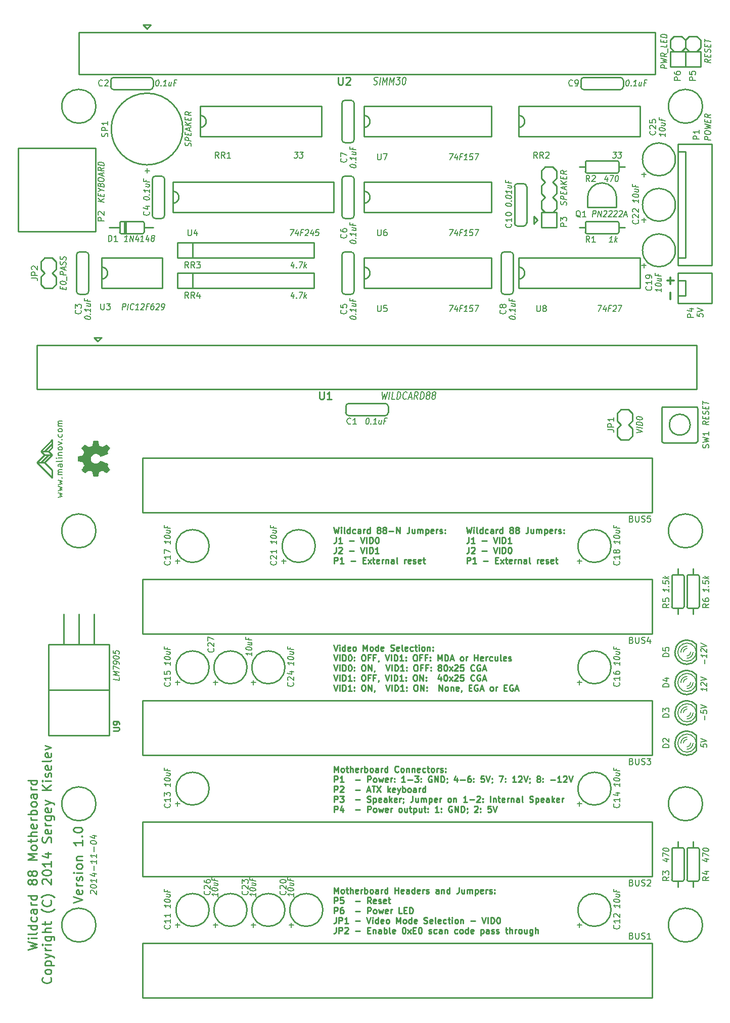
<source format=gto>
G04 (created by PCBNEW (2013-07-07 BZR 4022)-stable) date 11/4/2014 12:29:05 AM*
%MOIN*%
G04 Gerber Fmt 3.4, Leading zero omitted, Abs format*
%FSLAX34Y34*%
G01*
G70*
G90*
G04 APERTURE LIST*
%ADD10C,0.00590551*%
%ADD11C,0.008*%
%ADD12C,0.01*%
%ADD13C,0.011811*%
%ADD14C,0.0001*%
%ADD15C,0.006*%
%ADD16C,0.009*%
G04 APERTURE END LIST*
G54D10*
G54D11*
X24800Y-77417D02*
X24780Y-77396D01*
X24761Y-77355D01*
X24761Y-77260D01*
X24780Y-77225D01*
X24800Y-77208D01*
X24838Y-77194D01*
X24876Y-77198D01*
X24933Y-77225D01*
X25161Y-77482D01*
X25161Y-77234D01*
X24761Y-76936D02*
X24761Y-76898D01*
X24780Y-76863D01*
X24800Y-76846D01*
X24838Y-76832D01*
X24914Y-76822D01*
X25009Y-76834D01*
X25085Y-76863D01*
X25123Y-76886D01*
X25142Y-76908D01*
X25161Y-76948D01*
X25161Y-76986D01*
X25142Y-77022D01*
X25123Y-77039D01*
X25085Y-77053D01*
X25009Y-77063D01*
X24914Y-77051D01*
X24838Y-77022D01*
X24800Y-76998D01*
X24780Y-76977D01*
X24761Y-76936D01*
X25161Y-76472D02*
X25161Y-76701D01*
X25161Y-76586D02*
X24761Y-76536D01*
X24819Y-76582D01*
X24857Y-76625D01*
X24876Y-76665D01*
X24895Y-76096D02*
X25161Y-76129D01*
X24742Y-76172D02*
X25028Y-76303D01*
X25028Y-76055D01*
X25009Y-75901D02*
X25009Y-75596D01*
X25161Y-75215D02*
X25161Y-75444D01*
X25161Y-75329D02*
X24761Y-75279D01*
X24819Y-75325D01*
X24857Y-75367D01*
X24876Y-75408D01*
X25161Y-74834D02*
X25161Y-75063D01*
X25161Y-74948D02*
X24761Y-74898D01*
X24819Y-74944D01*
X24857Y-74986D01*
X24876Y-75027D01*
X25009Y-74644D02*
X25009Y-74339D01*
X24761Y-74041D02*
X24761Y-74003D01*
X24780Y-73967D01*
X24800Y-73951D01*
X24838Y-73936D01*
X24914Y-73927D01*
X25009Y-73939D01*
X25085Y-73967D01*
X25123Y-73991D01*
X25142Y-74013D01*
X25161Y-74053D01*
X25161Y-74091D01*
X25142Y-74127D01*
X25123Y-74144D01*
X25085Y-74158D01*
X25009Y-74167D01*
X24914Y-74155D01*
X24838Y-74127D01*
X24800Y-74103D01*
X24780Y-74082D01*
X24761Y-74041D01*
X24895Y-73582D02*
X25161Y-73615D01*
X24742Y-73658D02*
X25028Y-73789D01*
X25028Y-73541D01*
G54D12*
X23642Y-78014D02*
X24242Y-77814D01*
X23642Y-77614D01*
X24214Y-77185D02*
X24242Y-77242D01*
X24242Y-77357D01*
X24214Y-77414D01*
X24157Y-77442D01*
X23928Y-77442D01*
X23871Y-77414D01*
X23842Y-77357D01*
X23842Y-77242D01*
X23871Y-77185D01*
X23928Y-77157D01*
X23985Y-77157D01*
X24042Y-77442D01*
X24242Y-76900D02*
X23842Y-76900D01*
X23957Y-76900D02*
X23900Y-76871D01*
X23871Y-76842D01*
X23842Y-76785D01*
X23842Y-76728D01*
X24214Y-76557D02*
X24242Y-76499D01*
X24242Y-76385D01*
X24214Y-76328D01*
X24157Y-76299D01*
X24128Y-76299D01*
X24071Y-76328D01*
X24042Y-76385D01*
X24042Y-76471D01*
X24014Y-76528D01*
X23957Y-76557D01*
X23928Y-76557D01*
X23871Y-76528D01*
X23842Y-76471D01*
X23842Y-76385D01*
X23871Y-76328D01*
X24242Y-76042D02*
X23842Y-76042D01*
X23642Y-76042D02*
X23671Y-76071D01*
X23700Y-76042D01*
X23671Y-76014D01*
X23642Y-76042D01*
X23700Y-76042D01*
X24242Y-75671D02*
X24214Y-75728D01*
X24185Y-75757D01*
X24128Y-75785D01*
X23957Y-75785D01*
X23900Y-75757D01*
X23871Y-75728D01*
X23842Y-75671D01*
X23842Y-75585D01*
X23871Y-75528D01*
X23900Y-75500D01*
X23957Y-75471D01*
X24128Y-75471D01*
X24185Y-75500D01*
X24214Y-75528D01*
X24242Y-75585D01*
X24242Y-75671D01*
X23842Y-75214D02*
X24242Y-75214D01*
X23900Y-75214D02*
X23871Y-75185D01*
X23842Y-75128D01*
X23842Y-75042D01*
X23871Y-74985D01*
X23928Y-74957D01*
X24242Y-74957D01*
X24242Y-73900D02*
X24242Y-74242D01*
X24242Y-74071D02*
X23642Y-74071D01*
X23728Y-74128D01*
X23785Y-74185D01*
X23814Y-74242D01*
X24185Y-73642D02*
X24214Y-73614D01*
X24242Y-73642D01*
X24214Y-73671D01*
X24185Y-73642D01*
X24242Y-73642D01*
X23642Y-73242D02*
X23642Y-73185D01*
X23671Y-73128D01*
X23700Y-73100D01*
X23757Y-73071D01*
X23871Y-73042D01*
X24014Y-73042D01*
X24128Y-73071D01*
X24185Y-73100D01*
X24214Y-73128D01*
X24242Y-73185D01*
X24242Y-73242D01*
X24214Y-73300D01*
X24185Y-73328D01*
X24128Y-73357D01*
X24014Y-73385D01*
X23871Y-73385D01*
X23757Y-73357D01*
X23700Y-73328D01*
X23671Y-73300D01*
X23642Y-73242D01*
X20642Y-81114D02*
X21242Y-80971D01*
X20814Y-80857D01*
X21242Y-80742D01*
X20642Y-80600D01*
X21242Y-80371D02*
X20842Y-80371D01*
X20642Y-80371D02*
X20671Y-80400D01*
X20700Y-80371D01*
X20671Y-80342D01*
X20642Y-80371D01*
X20700Y-80371D01*
X21242Y-80000D02*
X21214Y-80057D01*
X21157Y-80085D01*
X20642Y-80085D01*
X21242Y-79514D02*
X20642Y-79514D01*
X21214Y-79514D02*
X21242Y-79571D01*
X21242Y-79685D01*
X21214Y-79742D01*
X21185Y-79771D01*
X21128Y-79800D01*
X20957Y-79800D01*
X20900Y-79771D01*
X20871Y-79742D01*
X20842Y-79685D01*
X20842Y-79571D01*
X20871Y-79514D01*
X21214Y-78971D02*
X21242Y-79028D01*
X21242Y-79142D01*
X21214Y-79200D01*
X21185Y-79228D01*
X21128Y-79257D01*
X20957Y-79257D01*
X20900Y-79228D01*
X20871Y-79200D01*
X20842Y-79142D01*
X20842Y-79028D01*
X20871Y-78971D01*
X21242Y-78457D02*
X20928Y-78457D01*
X20871Y-78485D01*
X20842Y-78542D01*
X20842Y-78657D01*
X20871Y-78714D01*
X21214Y-78457D02*
X21242Y-78514D01*
X21242Y-78657D01*
X21214Y-78714D01*
X21157Y-78742D01*
X21100Y-78742D01*
X21042Y-78714D01*
X21014Y-78657D01*
X21014Y-78514D01*
X20985Y-78457D01*
X21242Y-78171D02*
X20842Y-78171D01*
X20957Y-78171D02*
X20900Y-78142D01*
X20871Y-78114D01*
X20842Y-78057D01*
X20842Y-78000D01*
X21242Y-77542D02*
X20642Y-77542D01*
X21214Y-77542D02*
X21242Y-77600D01*
X21242Y-77714D01*
X21214Y-77771D01*
X21185Y-77800D01*
X21128Y-77828D01*
X20957Y-77828D01*
X20900Y-77800D01*
X20871Y-77771D01*
X20842Y-77714D01*
X20842Y-77600D01*
X20871Y-77542D01*
X20900Y-76714D02*
X20871Y-76771D01*
X20842Y-76800D01*
X20785Y-76828D01*
X20757Y-76828D01*
X20700Y-76800D01*
X20671Y-76771D01*
X20642Y-76714D01*
X20642Y-76600D01*
X20671Y-76542D01*
X20700Y-76514D01*
X20757Y-76485D01*
X20785Y-76485D01*
X20842Y-76514D01*
X20871Y-76542D01*
X20900Y-76600D01*
X20900Y-76714D01*
X20928Y-76771D01*
X20957Y-76800D01*
X21014Y-76828D01*
X21128Y-76828D01*
X21185Y-76800D01*
X21214Y-76771D01*
X21242Y-76714D01*
X21242Y-76600D01*
X21214Y-76542D01*
X21185Y-76514D01*
X21128Y-76485D01*
X21014Y-76485D01*
X20957Y-76514D01*
X20928Y-76542D01*
X20900Y-76600D01*
X20900Y-76142D02*
X20871Y-76199D01*
X20842Y-76228D01*
X20785Y-76257D01*
X20757Y-76257D01*
X20700Y-76228D01*
X20671Y-76199D01*
X20642Y-76142D01*
X20642Y-76028D01*
X20671Y-75971D01*
X20700Y-75942D01*
X20757Y-75914D01*
X20785Y-75914D01*
X20842Y-75942D01*
X20871Y-75971D01*
X20900Y-76028D01*
X20900Y-76142D01*
X20928Y-76199D01*
X20957Y-76228D01*
X21014Y-76257D01*
X21128Y-76257D01*
X21185Y-76228D01*
X21214Y-76199D01*
X21242Y-76142D01*
X21242Y-76028D01*
X21214Y-75971D01*
X21185Y-75942D01*
X21128Y-75914D01*
X21014Y-75914D01*
X20957Y-75942D01*
X20928Y-75971D01*
X20900Y-76028D01*
X21242Y-75199D02*
X20642Y-75199D01*
X21071Y-74999D01*
X20642Y-74799D01*
X21242Y-74799D01*
X21242Y-74428D02*
X21214Y-74485D01*
X21185Y-74514D01*
X21128Y-74542D01*
X20957Y-74542D01*
X20900Y-74514D01*
X20871Y-74485D01*
X20842Y-74428D01*
X20842Y-74342D01*
X20871Y-74285D01*
X20900Y-74257D01*
X20957Y-74228D01*
X21128Y-74228D01*
X21185Y-74257D01*
X21214Y-74285D01*
X21242Y-74342D01*
X21242Y-74428D01*
X20842Y-74057D02*
X20842Y-73828D01*
X20642Y-73971D02*
X21157Y-73971D01*
X21214Y-73942D01*
X21242Y-73885D01*
X21242Y-73828D01*
X21242Y-73628D02*
X20642Y-73628D01*
X21242Y-73371D02*
X20928Y-73371D01*
X20871Y-73399D01*
X20842Y-73457D01*
X20842Y-73542D01*
X20871Y-73599D01*
X20900Y-73628D01*
X21214Y-72857D02*
X21242Y-72914D01*
X21242Y-73028D01*
X21214Y-73085D01*
X21157Y-73114D01*
X20928Y-73114D01*
X20871Y-73085D01*
X20842Y-73028D01*
X20842Y-72914D01*
X20871Y-72857D01*
X20928Y-72828D01*
X20985Y-72828D01*
X21042Y-73114D01*
X21242Y-72571D02*
X20842Y-72571D01*
X20957Y-72571D02*
X20900Y-72542D01*
X20871Y-72514D01*
X20842Y-72457D01*
X20842Y-72399D01*
X21242Y-72199D02*
X20642Y-72199D01*
X20871Y-72199D02*
X20842Y-72142D01*
X20842Y-72028D01*
X20871Y-71971D01*
X20900Y-71942D01*
X20957Y-71914D01*
X21128Y-71914D01*
X21185Y-71942D01*
X21214Y-71971D01*
X21242Y-72028D01*
X21242Y-72142D01*
X21214Y-72199D01*
X21242Y-71571D02*
X21214Y-71628D01*
X21185Y-71657D01*
X21128Y-71685D01*
X20957Y-71685D01*
X20900Y-71657D01*
X20871Y-71628D01*
X20842Y-71571D01*
X20842Y-71485D01*
X20871Y-71428D01*
X20900Y-71399D01*
X20957Y-71371D01*
X21128Y-71371D01*
X21185Y-71399D01*
X21214Y-71428D01*
X21242Y-71485D01*
X21242Y-71571D01*
X21242Y-70857D02*
X20928Y-70857D01*
X20871Y-70885D01*
X20842Y-70942D01*
X20842Y-71057D01*
X20871Y-71114D01*
X21214Y-70857D02*
X21242Y-70914D01*
X21242Y-71057D01*
X21214Y-71114D01*
X21157Y-71142D01*
X21100Y-71142D01*
X21042Y-71114D01*
X21014Y-71057D01*
X21014Y-70914D01*
X20985Y-70857D01*
X21242Y-70571D02*
X20842Y-70571D01*
X20957Y-70571D02*
X20900Y-70542D01*
X20871Y-70514D01*
X20842Y-70457D01*
X20842Y-70399D01*
X21242Y-69942D02*
X20642Y-69942D01*
X21214Y-69942D02*
X21242Y-69999D01*
X21242Y-70114D01*
X21214Y-70171D01*
X21185Y-70199D01*
X21128Y-70228D01*
X20957Y-70228D01*
X20900Y-70199D01*
X20871Y-70171D01*
X20842Y-70114D01*
X20842Y-69999D01*
X20871Y-69942D01*
X22125Y-82957D02*
X22154Y-82985D01*
X22182Y-83071D01*
X22182Y-83128D01*
X22154Y-83214D01*
X22097Y-83271D01*
X22040Y-83300D01*
X21925Y-83328D01*
X21840Y-83328D01*
X21725Y-83300D01*
X21668Y-83271D01*
X21611Y-83214D01*
X21582Y-83128D01*
X21582Y-83071D01*
X21611Y-82985D01*
X21640Y-82957D01*
X22182Y-82614D02*
X22154Y-82671D01*
X22125Y-82700D01*
X22068Y-82728D01*
X21897Y-82728D01*
X21840Y-82700D01*
X21811Y-82671D01*
X21782Y-82614D01*
X21782Y-82528D01*
X21811Y-82471D01*
X21840Y-82442D01*
X21897Y-82414D01*
X22068Y-82414D01*
X22125Y-82442D01*
X22154Y-82471D01*
X22182Y-82528D01*
X22182Y-82614D01*
X21782Y-82157D02*
X22382Y-82157D01*
X21811Y-82157D02*
X21782Y-82100D01*
X21782Y-81985D01*
X21811Y-81928D01*
X21840Y-81900D01*
X21897Y-81871D01*
X22068Y-81871D01*
X22125Y-81900D01*
X22154Y-81928D01*
X22182Y-81985D01*
X22182Y-82100D01*
X22154Y-82157D01*
X21782Y-81671D02*
X22182Y-81528D01*
X21782Y-81385D02*
X22182Y-81528D01*
X22325Y-81585D01*
X22354Y-81614D01*
X22382Y-81671D01*
X22182Y-81157D02*
X21782Y-81157D01*
X21897Y-81157D02*
X21840Y-81128D01*
X21811Y-81100D01*
X21782Y-81042D01*
X21782Y-80985D01*
X22182Y-80785D02*
X21782Y-80785D01*
X21582Y-80785D02*
X21611Y-80814D01*
X21640Y-80785D01*
X21611Y-80757D01*
X21582Y-80785D01*
X21640Y-80785D01*
X21782Y-80242D02*
X22268Y-80242D01*
X22325Y-80271D01*
X22354Y-80300D01*
X22382Y-80357D01*
X22382Y-80442D01*
X22354Y-80500D01*
X22154Y-80242D02*
X22182Y-80300D01*
X22182Y-80414D01*
X22154Y-80471D01*
X22125Y-80500D01*
X22068Y-80528D01*
X21897Y-80528D01*
X21840Y-80500D01*
X21811Y-80471D01*
X21782Y-80414D01*
X21782Y-80300D01*
X21811Y-80242D01*
X22182Y-79957D02*
X21582Y-79957D01*
X22182Y-79700D02*
X21868Y-79700D01*
X21811Y-79728D01*
X21782Y-79785D01*
X21782Y-79871D01*
X21811Y-79928D01*
X21840Y-79957D01*
X21782Y-79500D02*
X21782Y-79271D01*
X21582Y-79414D02*
X22097Y-79414D01*
X22154Y-79385D01*
X22182Y-79328D01*
X22182Y-79271D01*
X22411Y-78442D02*
X22382Y-78471D01*
X22297Y-78528D01*
X22240Y-78557D01*
X22154Y-78585D01*
X22011Y-78614D01*
X21897Y-78614D01*
X21754Y-78585D01*
X21668Y-78557D01*
X21611Y-78528D01*
X21525Y-78471D01*
X21497Y-78442D01*
X22125Y-77871D02*
X22154Y-77900D01*
X22182Y-77985D01*
X22182Y-78042D01*
X22154Y-78128D01*
X22097Y-78185D01*
X22040Y-78214D01*
X21925Y-78242D01*
X21840Y-78242D01*
X21725Y-78214D01*
X21668Y-78185D01*
X21611Y-78128D01*
X21582Y-78042D01*
X21582Y-77985D01*
X21611Y-77900D01*
X21640Y-77871D01*
X22411Y-77671D02*
X22382Y-77642D01*
X22297Y-77585D01*
X22240Y-77557D01*
X22154Y-77528D01*
X22011Y-77500D01*
X21897Y-77500D01*
X21754Y-77528D01*
X21668Y-77557D01*
X21611Y-77585D01*
X21525Y-77642D01*
X21497Y-77671D01*
X21640Y-76785D02*
X21611Y-76757D01*
X21582Y-76700D01*
X21582Y-76557D01*
X21611Y-76500D01*
X21640Y-76471D01*
X21697Y-76442D01*
X21754Y-76442D01*
X21840Y-76471D01*
X22182Y-76814D01*
X22182Y-76442D01*
X21582Y-76071D02*
X21582Y-76014D01*
X21611Y-75957D01*
X21640Y-75928D01*
X21697Y-75900D01*
X21811Y-75871D01*
X21954Y-75871D01*
X22068Y-75900D01*
X22125Y-75928D01*
X22154Y-75957D01*
X22182Y-76014D01*
X22182Y-76071D01*
X22154Y-76128D01*
X22125Y-76157D01*
X22068Y-76185D01*
X21954Y-76214D01*
X21811Y-76214D01*
X21697Y-76185D01*
X21640Y-76157D01*
X21611Y-76128D01*
X21582Y-76071D01*
X22182Y-75300D02*
X22182Y-75642D01*
X22182Y-75471D02*
X21582Y-75471D01*
X21668Y-75528D01*
X21725Y-75585D01*
X21754Y-75642D01*
X21782Y-74785D02*
X22182Y-74785D01*
X21554Y-74928D02*
X21982Y-75071D01*
X21982Y-74700D01*
X22154Y-74042D02*
X22182Y-73957D01*
X22182Y-73814D01*
X22154Y-73757D01*
X22125Y-73728D01*
X22068Y-73700D01*
X22011Y-73700D01*
X21954Y-73728D01*
X21925Y-73757D01*
X21897Y-73814D01*
X21868Y-73928D01*
X21840Y-73985D01*
X21811Y-74014D01*
X21754Y-74042D01*
X21697Y-74042D01*
X21640Y-74014D01*
X21611Y-73985D01*
X21582Y-73928D01*
X21582Y-73785D01*
X21611Y-73700D01*
X22154Y-73214D02*
X22182Y-73271D01*
X22182Y-73385D01*
X22154Y-73442D01*
X22097Y-73471D01*
X21868Y-73471D01*
X21811Y-73442D01*
X21782Y-73385D01*
X21782Y-73271D01*
X21811Y-73214D01*
X21868Y-73185D01*
X21925Y-73185D01*
X21982Y-73471D01*
X22182Y-72928D02*
X21782Y-72928D01*
X21897Y-72928D02*
X21840Y-72899D01*
X21811Y-72871D01*
X21782Y-72814D01*
X21782Y-72757D01*
X21782Y-72299D02*
X22268Y-72299D01*
X22325Y-72328D01*
X22354Y-72357D01*
X22382Y-72414D01*
X22382Y-72499D01*
X22354Y-72557D01*
X22154Y-72299D02*
X22182Y-72357D01*
X22182Y-72471D01*
X22154Y-72528D01*
X22125Y-72557D01*
X22068Y-72585D01*
X21897Y-72585D01*
X21840Y-72557D01*
X21811Y-72528D01*
X21782Y-72471D01*
X21782Y-72357D01*
X21811Y-72299D01*
X22154Y-71785D02*
X22182Y-71842D01*
X22182Y-71957D01*
X22154Y-72014D01*
X22097Y-72042D01*
X21868Y-72042D01*
X21811Y-72014D01*
X21782Y-71957D01*
X21782Y-71842D01*
X21811Y-71785D01*
X21868Y-71757D01*
X21925Y-71757D01*
X21982Y-72042D01*
X21782Y-71557D02*
X22182Y-71414D01*
X21782Y-71271D02*
X22182Y-71414D01*
X22325Y-71471D01*
X22354Y-71499D01*
X22382Y-71557D01*
X22182Y-70585D02*
X21582Y-70585D01*
X22182Y-70242D02*
X21840Y-70499D01*
X21582Y-70242D02*
X21925Y-70585D01*
X22182Y-69985D02*
X21782Y-69985D01*
X21582Y-69985D02*
X21611Y-70014D01*
X21640Y-69985D01*
X21611Y-69957D01*
X21582Y-69985D01*
X21640Y-69985D01*
X22154Y-69728D02*
X22182Y-69671D01*
X22182Y-69557D01*
X22154Y-69499D01*
X22097Y-69471D01*
X22068Y-69471D01*
X22011Y-69499D01*
X21982Y-69557D01*
X21982Y-69642D01*
X21954Y-69699D01*
X21897Y-69728D01*
X21868Y-69728D01*
X21811Y-69699D01*
X21782Y-69642D01*
X21782Y-69557D01*
X21811Y-69499D01*
X22154Y-68985D02*
X22182Y-69042D01*
X22182Y-69157D01*
X22154Y-69214D01*
X22097Y-69242D01*
X21868Y-69242D01*
X21811Y-69214D01*
X21782Y-69157D01*
X21782Y-69042D01*
X21811Y-68985D01*
X21868Y-68957D01*
X21925Y-68957D01*
X21982Y-69242D01*
X22182Y-68614D02*
X22154Y-68671D01*
X22097Y-68699D01*
X21582Y-68699D01*
X22154Y-68157D02*
X22182Y-68214D01*
X22182Y-68328D01*
X22154Y-68385D01*
X22097Y-68414D01*
X21868Y-68414D01*
X21811Y-68385D01*
X21782Y-68328D01*
X21782Y-68214D01*
X21811Y-68157D01*
X21868Y-68128D01*
X21925Y-68128D01*
X21982Y-68414D01*
X21782Y-67928D02*
X22182Y-67785D01*
X21782Y-67642D01*
G54D11*
X22645Y-51292D02*
X22911Y-51216D01*
X22721Y-51140D01*
X22911Y-51064D01*
X22645Y-50988D01*
X22645Y-50873D02*
X22911Y-50797D01*
X22721Y-50721D01*
X22911Y-50645D01*
X22645Y-50569D01*
X22645Y-50454D02*
X22911Y-50378D01*
X22721Y-50302D01*
X22911Y-50226D01*
X22645Y-50150D01*
X22873Y-49997D02*
X22892Y-49978D01*
X22911Y-49997D01*
X22892Y-50016D01*
X22873Y-49997D01*
X22911Y-49997D01*
X22911Y-49807D02*
X22645Y-49807D01*
X22683Y-49807D02*
X22664Y-49788D01*
X22645Y-49749D01*
X22645Y-49692D01*
X22664Y-49654D01*
X22702Y-49635D01*
X22911Y-49635D01*
X22702Y-49635D02*
X22664Y-49616D01*
X22645Y-49578D01*
X22645Y-49521D01*
X22664Y-49483D01*
X22702Y-49464D01*
X22911Y-49464D01*
X22911Y-49102D02*
X22702Y-49102D01*
X22664Y-49121D01*
X22645Y-49159D01*
X22645Y-49235D01*
X22664Y-49273D01*
X22892Y-49102D02*
X22911Y-49140D01*
X22911Y-49235D01*
X22892Y-49273D01*
X22854Y-49292D01*
X22816Y-49292D01*
X22778Y-49273D01*
X22759Y-49235D01*
X22759Y-49140D01*
X22740Y-49102D01*
X22911Y-48854D02*
X22892Y-48892D01*
X22854Y-48911D01*
X22511Y-48911D01*
X22911Y-48702D02*
X22645Y-48702D01*
X22511Y-48702D02*
X22530Y-48721D01*
X22550Y-48702D01*
X22530Y-48683D01*
X22511Y-48702D01*
X22550Y-48702D01*
X22645Y-48511D02*
X22911Y-48511D01*
X22683Y-48511D02*
X22664Y-48492D01*
X22645Y-48454D01*
X22645Y-48397D01*
X22664Y-48359D01*
X22702Y-48340D01*
X22911Y-48340D01*
X22911Y-48092D02*
X22892Y-48130D01*
X22873Y-48149D01*
X22835Y-48169D01*
X22721Y-48169D01*
X22683Y-48149D01*
X22664Y-48130D01*
X22645Y-48092D01*
X22645Y-48035D01*
X22664Y-47997D01*
X22683Y-47978D01*
X22721Y-47959D01*
X22835Y-47959D01*
X22873Y-47978D01*
X22892Y-47997D01*
X22911Y-48035D01*
X22911Y-48092D01*
X22645Y-47826D02*
X22911Y-47730D01*
X22645Y-47635D01*
X22873Y-47483D02*
X22892Y-47464D01*
X22911Y-47483D01*
X22892Y-47502D01*
X22873Y-47483D01*
X22911Y-47483D01*
X22892Y-47121D02*
X22911Y-47159D01*
X22911Y-47235D01*
X22892Y-47273D01*
X22873Y-47292D01*
X22835Y-47311D01*
X22721Y-47311D01*
X22683Y-47292D01*
X22664Y-47273D01*
X22645Y-47235D01*
X22645Y-47159D01*
X22664Y-47121D01*
X22911Y-46892D02*
X22892Y-46930D01*
X22873Y-46949D01*
X22835Y-46969D01*
X22721Y-46969D01*
X22683Y-46949D01*
X22664Y-46930D01*
X22645Y-46892D01*
X22645Y-46835D01*
X22664Y-46797D01*
X22683Y-46778D01*
X22721Y-46759D01*
X22835Y-46759D01*
X22873Y-46778D01*
X22892Y-46797D01*
X22911Y-46835D01*
X22911Y-46892D01*
X22911Y-46588D02*
X22645Y-46588D01*
X22683Y-46588D02*
X22664Y-46569D01*
X22645Y-46530D01*
X22645Y-46473D01*
X22664Y-46435D01*
X22702Y-46416D01*
X22911Y-46416D01*
X22702Y-46416D02*
X22664Y-46397D01*
X22645Y-46359D01*
X22645Y-46302D01*
X22664Y-46264D01*
X22702Y-46245D01*
X22911Y-46245D01*
G54D12*
X21750Y-48250D02*
X22250Y-47750D01*
X21500Y-49000D02*
X22000Y-48500D01*
X21500Y-48250D02*
X22000Y-48250D01*
X22250Y-48500D02*
X21750Y-48500D01*
X21750Y-49000D02*
X21250Y-49000D01*
X22000Y-48250D02*
X22250Y-48000D01*
X22250Y-48500D02*
X22000Y-48250D01*
X21750Y-49000D02*
X22250Y-48500D01*
X22250Y-49500D02*
X21750Y-49000D01*
X22250Y-50000D02*
X22250Y-49500D01*
X21250Y-49000D02*
X22250Y-50000D01*
X21750Y-48500D02*
X21250Y-49000D01*
X21500Y-48250D02*
X21750Y-48500D01*
X22250Y-47500D02*
X21500Y-48250D01*
X22250Y-48000D02*
X22250Y-47500D01*
X54000Y-33250D02*
X54250Y-33000D01*
X54000Y-32750D02*
X54000Y-33250D01*
X54250Y-33000D02*
X54000Y-32750D01*
X40845Y-77411D02*
X40845Y-77011D01*
X40978Y-77297D01*
X41111Y-77011D01*
X41111Y-77411D01*
X41359Y-77411D02*
X41321Y-77392D01*
X41302Y-77373D01*
X41283Y-77335D01*
X41283Y-77221D01*
X41302Y-77183D01*
X41321Y-77164D01*
X41359Y-77145D01*
X41416Y-77145D01*
X41454Y-77164D01*
X41473Y-77183D01*
X41492Y-77221D01*
X41492Y-77335D01*
X41473Y-77373D01*
X41454Y-77392D01*
X41416Y-77411D01*
X41359Y-77411D01*
X41607Y-77145D02*
X41759Y-77145D01*
X41664Y-77011D02*
X41664Y-77354D01*
X41683Y-77392D01*
X41721Y-77411D01*
X41759Y-77411D01*
X41892Y-77411D02*
X41892Y-77011D01*
X42064Y-77411D02*
X42064Y-77202D01*
X42045Y-77164D01*
X42007Y-77145D01*
X41950Y-77145D01*
X41911Y-77164D01*
X41892Y-77183D01*
X42407Y-77392D02*
X42369Y-77411D01*
X42292Y-77411D01*
X42254Y-77392D01*
X42235Y-77354D01*
X42235Y-77202D01*
X42254Y-77164D01*
X42292Y-77145D01*
X42369Y-77145D01*
X42407Y-77164D01*
X42426Y-77202D01*
X42426Y-77240D01*
X42235Y-77278D01*
X42597Y-77411D02*
X42597Y-77145D01*
X42597Y-77221D02*
X42616Y-77183D01*
X42635Y-77164D01*
X42673Y-77145D01*
X42711Y-77145D01*
X42845Y-77411D02*
X42845Y-77011D01*
X42845Y-77164D02*
X42883Y-77145D01*
X42959Y-77145D01*
X42997Y-77164D01*
X43016Y-77183D01*
X43035Y-77221D01*
X43035Y-77335D01*
X43016Y-77373D01*
X42997Y-77392D01*
X42959Y-77411D01*
X42883Y-77411D01*
X42845Y-77392D01*
X43264Y-77411D02*
X43226Y-77392D01*
X43207Y-77373D01*
X43188Y-77335D01*
X43188Y-77221D01*
X43207Y-77183D01*
X43226Y-77164D01*
X43264Y-77145D01*
X43321Y-77145D01*
X43359Y-77164D01*
X43378Y-77183D01*
X43397Y-77221D01*
X43397Y-77335D01*
X43378Y-77373D01*
X43359Y-77392D01*
X43321Y-77411D01*
X43264Y-77411D01*
X43740Y-77411D02*
X43740Y-77202D01*
X43721Y-77164D01*
X43683Y-77145D01*
X43607Y-77145D01*
X43569Y-77164D01*
X43740Y-77392D02*
X43702Y-77411D01*
X43607Y-77411D01*
X43569Y-77392D01*
X43549Y-77354D01*
X43549Y-77316D01*
X43569Y-77278D01*
X43607Y-77259D01*
X43702Y-77259D01*
X43740Y-77240D01*
X43930Y-77411D02*
X43930Y-77145D01*
X43930Y-77221D02*
X43949Y-77183D01*
X43969Y-77164D01*
X44007Y-77145D01*
X44045Y-77145D01*
X44349Y-77411D02*
X44349Y-77011D01*
X44349Y-77392D02*
X44311Y-77411D01*
X44235Y-77411D01*
X44197Y-77392D01*
X44178Y-77373D01*
X44159Y-77335D01*
X44159Y-77221D01*
X44178Y-77183D01*
X44197Y-77164D01*
X44235Y-77145D01*
X44311Y-77145D01*
X44349Y-77164D01*
X44845Y-77411D02*
X44845Y-77011D01*
X44845Y-77202D02*
X45073Y-77202D01*
X45073Y-77411D02*
X45073Y-77011D01*
X45416Y-77392D02*
X45378Y-77411D01*
X45302Y-77411D01*
X45264Y-77392D01*
X45245Y-77354D01*
X45245Y-77202D01*
X45264Y-77164D01*
X45302Y-77145D01*
X45378Y-77145D01*
X45416Y-77164D01*
X45435Y-77202D01*
X45435Y-77240D01*
X45245Y-77278D01*
X45778Y-77411D02*
X45778Y-77202D01*
X45759Y-77164D01*
X45721Y-77145D01*
X45645Y-77145D01*
X45607Y-77164D01*
X45778Y-77392D02*
X45740Y-77411D01*
X45645Y-77411D01*
X45607Y-77392D01*
X45588Y-77354D01*
X45588Y-77316D01*
X45607Y-77278D01*
X45645Y-77259D01*
X45740Y-77259D01*
X45778Y-77240D01*
X46140Y-77411D02*
X46140Y-77011D01*
X46140Y-77392D02*
X46102Y-77411D01*
X46026Y-77411D01*
X45988Y-77392D01*
X45969Y-77373D01*
X45949Y-77335D01*
X45949Y-77221D01*
X45969Y-77183D01*
X45988Y-77164D01*
X46026Y-77145D01*
X46102Y-77145D01*
X46140Y-77164D01*
X46483Y-77392D02*
X46445Y-77411D01*
X46369Y-77411D01*
X46330Y-77392D01*
X46311Y-77354D01*
X46311Y-77202D01*
X46330Y-77164D01*
X46369Y-77145D01*
X46445Y-77145D01*
X46483Y-77164D01*
X46502Y-77202D01*
X46502Y-77240D01*
X46311Y-77278D01*
X46673Y-77411D02*
X46673Y-77145D01*
X46673Y-77221D02*
X46692Y-77183D01*
X46711Y-77164D01*
X46749Y-77145D01*
X46788Y-77145D01*
X46902Y-77392D02*
X46940Y-77411D01*
X47016Y-77411D01*
X47054Y-77392D01*
X47073Y-77354D01*
X47073Y-77335D01*
X47054Y-77297D01*
X47016Y-77278D01*
X46959Y-77278D01*
X46921Y-77259D01*
X46902Y-77221D01*
X46902Y-77202D01*
X46921Y-77164D01*
X46959Y-77145D01*
X47016Y-77145D01*
X47054Y-77164D01*
X47721Y-77411D02*
X47721Y-77202D01*
X47702Y-77164D01*
X47664Y-77145D01*
X47588Y-77145D01*
X47549Y-77164D01*
X47721Y-77392D02*
X47683Y-77411D01*
X47588Y-77411D01*
X47549Y-77392D01*
X47530Y-77354D01*
X47530Y-77316D01*
X47549Y-77278D01*
X47588Y-77259D01*
X47683Y-77259D01*
X47721Y-77240D01*
X47911Y-77145D02*
X47911Y-77411D01*
X47911Y-77183D02*
X47930Y-77164D01*
X47969Y-77145D01*
X48026Y-77145D01*
X48064Y-77164D01*
X48083Y-77202D01*
X48083Y-77411D01*
X48445Y-77411D02*
X48445Y-77011D01*
X48445Y-77392D02*
X48407Y-77411D01*
X48330Y-77411D01*
X48292Y-77392D01*
X48273Y-77373D01*
X48254Y-77335D01*
X48254Y-77221D01*
X48273Y-77183D01*
X48292Y-77164D01*
X48330Y-77145D01*
X48407Y-77145D01*
X48445Y-77164D01*
X49054Y-77011D02*
X49054Y-77297D01*
X49035Y-77354D01*
X48997Y-77392D01*
X48940Y-77411D01*
X48902Y-77411D01*
X49416Y-77145D02*
X49416Y-77411D01*
X49245Y-77145D02*
X49245Y-77354D01*
X49264Y-77392D01*
X49302Y-77411D01*
X49359Y-77411D01*
X49397Y-77392D01*
X49416Y-77373D01*
X49607Y-77411D02*
X49607Y-77145D01*
X49607Y-77183D02*
X49626Y-77164D01*
X49664Y-77145D01*
X49721Y-77145D01*
X49759Y-77164D01*
X49778Y-77202D01*
X49778Y-77411D01*
X49778Y-77202D02*
X49797Y-77164D01*
X49835Y-77145D01*
X49892Y-77145D01*
X49930Y-77164D01*
X49949Y-77202D01*
X49949Y-77411D01*
X50140Y-77145D02*
X50140Y-77545D01*
X50140Y-77164D02*
X50178Y-77145D01*
X50254Y-77145D01*
X50292Y-77164D01*
X50311Y-77183D01*
X50330Y-77221D01*
X50330Y-77335D01*
X50311Y-77373D01*
X50292Y-77392D01*
X50254Y-77411D01*
X50178Y-77411D01*
X50140Y-77392D01*
X50654Y-77392D02*
X50616Y-77411D01*
X50540Y-77411D01*
X50502Y-77392D01*
X50483Y-77354D01*
X50483Y-77202D01*
X50502Y-77164D01*
X50540Y-77145D01*
X50616Y-77145D01*
X50654Y-77164D01*
X50673Y-77202D01*
X50673Y-77240D01*
X50483Y-77278D01*
X50845Y-77411D02*
X50845Y-77145D01*
X50845Y-77221D02*
X50864Y-77183D01*
X50883Y-77164D01*
X50921Y-77145D01*
X50959Y-77145D01*
X51073Y-77392D02*
X51111Y-77411D01*
X51188Y-77411D01*
X51226Y-77392D01*
X51245Y-77354D01*
X51245Y-77335D01*
X51226Y-77297D01*
X51188Y-77278D01*
X51130Y-77278D01*
X51092Y-77259D01*
X51073Y-77221D01*
X51073Y-77202D01*
X51092Y-77164D01*
X51130Y-77145D01*
X51188Y-77145D01*
X51226Y-77164D01*
X51416Y-77373D02*
X51435Y-77392D01*
X51416Y-77411D01*
X51397Y-77392D01*
X51416Y-77373D01*
X51416Y-77411D01*
X51416Y-77164D02*
X51435Y-77183D01*
X51416Y-77202D01*
X51397Y-77183D01*
X51416Y-77164D01*
X51416Y-77202D01*
X40845Y-78071D02*
X40845Y-77671D01*
X40997Y-77671D01*
X41035Y-77690D01*
X41054Y-77710D01*
X41073Y-77748D01*
X41073Y-77805D01*
X41054Y-77843D01*
X41035Y-77862D01*
X40997Y-77881D01*
X40845Y-77881D01*
X41435Y-77671D02*
X41245Y-77671D01*
X41226Y-77862D01*
X41245Y-77843D01*
X41283Y-77824D01*
X41378Y-77824D01*
X41416Y-77843D01*
X41435Y-77862D01*
X41454Y-77900D01*
X41454Y-77995D01*
X41435Y-78033D01*
X41416Y-78052D01*
X41378Y-78071D01*
X41283Y-78071D01*
X41245Y-78052D01*
X41226Y-78033D01*
X42235Y-77919D02*
X42540Y-77919D01*
X43264Y-78071D02*
X43130Y-77881D01*
X43035Y-78071D02*
X43035Y-77671D01*
X43188Y-77671D01*
X43226Y-77690D01*
X43245Y-77710D01*
X43264Y-77748D01*
X43264Y-77805D01*
X43245Y-77843D01*
X43226Y-77862D01*
X43188Y-77881D01*
X43035Y-77881D01*
X43588Y-78052D02*
X43549Y-78071D01*
X43473Y-78071D01*
X43435Y-78052D01*
X43416Y-78014D01*
X43416Y-77862D01*
X43435Y-77824D01*
X43473Y-77805D01*
X43549Y-77805D01*
X43588Y-77824D01*
X43607Y-77862D01*
X43607Y-77900D01*
X43416Y-77938D01*
X43759Y-78052D02*
X43797Y-78071D01*
X43873Y-78071D01*
X43911Y-78052D01*
X43930Y-78014D01*
X43930Y-77995D01*
X43911Y-77957D01*
X43873Y-77938D01*
X43816Y-77938D01*
X43778Y-77919D01*
X43759Y-77881D01*
X43759Y-77862D01*
X43778Y-77824D01*
X43816Y-77805D01*
X43873Y-77805D01*
X43911Y-77824D01*
X44254Y-78052D02*
X44216Y-78071D01*
X44140Y-78071D01*
X44102Y-78052D01*
X44083Y-78014D01*
X44083Y-77862D01*
X44102Y-77824D01*
X44140Y-77805D01*
X44216Y-77805D01*
X44254Y-77824D01*
X44273Y-77862D01*
X44273Y-77900D01*
X44083Y-77938D01*
X44388Y-77805D02*
X44540Y-77805D01*
X44445Y-77671D02*
X44445Y-78014D01*
X44464Y-78052D01*
X44502Y-78071D01*
X44540Y-78071D01*
X40845Y-78731D02*
X40845Y-78331D01*
X40997Y-78331D01*
X41035Y-78350D01*
X41054Y-78370D01*
X41073Y-78408D01*
X41073Y-78465D01*
X41054Y-78503D01*
X41035Y-78522D01*
X40997Y-78541D01*
X40845Y-78541D01*
X41416Y-78331D02*
X41340Y-78331D01*
X41302Y-78350D01*
X41283Y-78370D01*
X41245Y-78427D01*
X41226Y-78503D01*
X41226Y-78655D01*
X41245Y-78693D01*
X41264Y-78712D01*
X41302Y-78731D01*
X41378Y-78731D01*
X41416Y-78712D01*
X41435Y-78693D01*
X41454Y-78655D01*
X41454Y-78560D01*
X41435Y-78522D01*
X41416Y-78503D01*
X41378Y-78484D01*
X41302Y-78484D01*
X41264Y-78503D01*
X41245Y-78522D01*
X41226Y-78560D01*
X42235Y-78579D02*
X42540Y-78579D01*
X43035Y-78731D02*
X43035Y-78331D01*
X43188Y-78331D01*
X43226Y-78350D01*
X43245Y-78370D01*
X43264Y-78408D01*
X43264Y-78465D01*
X43245Y-78503D01*
X43226Y-78522D01*
X43188Y-78541D01*
X43035Y-78541D01*
X43492Y-78731D02*
X43454Y-78712D01*
X43435Y-78693D01*
X43416Y-78655D01*
X43416Y-78541D01*
X43435Y-78503D01*
X43454Y-78484D01*
X43492Y-78465D01*
X43549Y-78465D01*
X43588Y-78484D01*
X43607Y-78503D01*
X43626Y-78541D01*
X43626Y-78655D01*
X43607Y-78693D01*
X43588Y-78712D01*
X43549Y-78731D01*
X43492Y-78731D01*
X43759Y-78465D02*
X43835Y-78731D01*
X43911Y-78541D01*
X43988Y-78731D01*
X44064Y-78465D01*
X44369Y-78712D02*
X44330Y-78731D01*
X44254Y-78731D01*
X44216Y-78712D01*
X44197Y-78674D01*
X44197Y-78522D01*
X44216Y-78484D01*
X44254Y-78465D01*
X44330Y-78465D01*
X44369Y-78484D01*
X44388Y-78522D01*
X44388Y-78560D01*
X44197Y-78598D01*
X44559Y-78731D02*
X44559Y-78465D01*
X44559Y-78541D02*
X44578Y-78503D01*
X44597Y-78484D01*
X44635Y-78465D01*
X44673Y-78465D01*
X45302Y-78731D02*
X45111Y-78731D01*
X45111Y-78331D01*
X45435Y-78522D02*
X45569Y-78522D01*
X45626Y-78731D02*
X45435Y-78731D01*
X45435Y-78331D01*
X45626Y-78331D01*
X45797Y-78731D02*
X45797Y-78331D01*
X45892Y-78331D01*
X45949Y-78350D01*
X45988Y-78389D01*
X46007Y-78427D01*
X46026Y-78503D01*
X46026Y-78560D01*
X46007Y-78636D01*
X45988Y-78674D01*
X45949Y-78712D01*
X45892Y-78731D01*
X45797Y-78731D01*
X40959Y-78991D02*
X40959Y-79277D01*
X40940Y-79334D01*
X40902Y-79372D01*
X40845Y-79391D01*
X40807Y-79391D01*
X41150Y-79391D02*
X41150Y-78991D01*
X41302Y-78991D01*
X41340Y-79010D01*
X41359Y-79030D01*
X41378Y-79068D01*
X41378Y-79125D01*
X41359Y-79163D01*
X41340Y-79182D01*
X41302Y-79201D01*
X41150Y-79201D01*
X41759Y-79391D02*
X41530Y-79391D01*
X41645Y-79391D02*
X41645Y-78991D01*
X41607Y-79049D01*
X41569Y-79087D01*
X41530Y-79106D01*
X42235Y-79239D02*
X42540Y-79239D01*
X42978Y-78991D02*
X43111Y-79391D01*
X43245Y-78991D01*
X43378Y-79391D02*
X43378Y-79125D01*
X43378Y-78991D02*
X43359Y-79010D01*
X43378Y-79030D01*
X43397Y-79010D01*
X43378Y-78991D01*
X43378Y-79030D01*
X43740Y-79391D02*
X43740Y-78991D01*
X43740Y-79372D02*
X43702Y-79391D01*
X43626Y-79391D01*
X43588Y-79372D01*
X43569Y-79353D01*
X43550Y-79315D01*
X43550Y-79201D01*
X43569Y-79163D01*
X43588Y-79144D01*
X43626Y-79125D01*
X43702Y-79125D01*
X43740Y-79144D01*
X44083Y-79372D02*
X44045Y-79391D01*
X43969Y-79391D01*
X43930Y-79372D01*
X43911Y-79334D01*
X43911Y-79182D01*
X43930Y-79144D01*
X43969Y-79125D01*
X44045Y-79125D01*
X44083Y-79144D01*
X44102Y-79182D01*
X44102Y-79220D01*
X43911Y-79258D01*
X44330Y-79391D02*
X44292Y-79372D01*
X44273Y-79353D01*
X44254Y-79315D01*
X44254Y-79201D01*
X44273Y-79163D01*
X44292Y-79144D01*
X44330Y-79125D01*
X44388Y-79125D01*
X44426Y-79144D01*
X44445Y-79163D01*
X44464Y-79201D01*
X44464Y-79315D01*
X44445Y-79353D01*
X44426Y-79372D01*
X44388Y-79391D01*
X44330Y-79391D01*
X44940Y-79391D02*
X44940Y-78991D01*
X45073Y-79277D01*
X45207Y-78991D01*
X45207Y-79391D01*
X45454Y-79391D02*
X45416Y-79372D01*
X45397Y-79353D01*
X45378Y-79315D01*
X45378Y-79201D01*
X45397Y-79163D01*
X45416Y-79144D01*
X45454Y-79125D01*
X45511Y-79125D01*
X45549Y-79144D01*
X45569Y-79163D01*
X45588Y-79201D01*
X45588Y-79315D01*
X45569Y-79353D01*
X45549Y-79372D01*
X45511Y-79391D01*
X45454Y-79391D01*
X45930Y-79391D02*
X45930Y-78991D01*
X45930Y-79372D02*
X45892Y-79391D01*
X45816Y-79391D01*
X45778Y-79372D01*
X45759Y-79353D01*
X45740Y-79315D01*
X45740Y-79201D01*
X45759Y-79163D01*
X45778Y-79144D01*
X45816Y-79125D01*
X45892Y-79125D01*
X45930Y-79144D01*
X46273Y-79372D02*
X46235Y-79391D01*
X46159Y-79391D01*
X46121Y-79372D01*
X46102Y-79334D01*
X46102Y-79182D01*
X46121Y-79144D01*
X46159Y-79125D01*
X46235Y-79125D01*
X46273Y-79144D01*
X46292Y-79182D01*
X46292Y-79220D01*
X46102Y-79258D01*
X46749Y-79372D02*
X46807Y-79391D01*
X46902Y-79391D01*
X46940Y-79372D01*
X46959Y-79353D01*
X46978Y-79315D01*
X46978Y-79277D01*
X46959Y-79239D01*
X46940Y-79220D01*
X46902Y-79201D01*
X46826Y-79182D01*
X46788Y-79163D01*
X46769Y-79144D01*
X46749Y-79106D01*
X46749Y-79068D01*
X46769Y-79030D01*
X46788Y-79010D01*
X46826Y-78991D01*
X46921Y-78991D01*
X46978Y-79010D01*
X47302Y-79372D02*
X47264Y-79391D01*
X47188Y-79391D01*
X47149Y-79372D01*
X47130Y-79334D01*
X47130Y-79182D01*
X47149Y-79144D01*
X47188Y-79125D01*
X47264Y-79125D01*
X47302Y-79144D01*
X47321Y-79182D01*
X47321Y-79220D01*
X47130Y-79258D01*
X47549Y-79391D02*
X47511Y-79372D01*
X47492Y-79334D01*
X47492Y-78991D01*
X47854Y-79372D02*
X47816Y-79391D01*
X47740Y-79391D01*
X47702Y-79372D01*
X47683Y-79334D01*
X47683Y-79182D01*
X47702Y-79144D01*
X47740Y-79125D01*
X47816Y-79125D01*
X47854Y-79144D01*
X47873Y-79182D01*
X47873Y-79220D01*
X47683Y-79258D01*
X48216Y-79372D02*
X48178Y-79391D01*
X48102Y-79391D01*
X48064Y-79372D01*
X48045Y-79353D01*
X48026Y-79315D01*
X48026Y-79201D01*
X48045Y-79163D01*
X48064Y-79144D01*
X48102Y-79125D01*
X48178Y-79125D01*
X48216Y-79144D01*
X48330Y-79125D02*
X48483Y-79125D01*
X48388Y-78991D02*
X48388Y-79334D01*
X48407Y-79372D01*
X48445Y-79391D01*
X48483Y-79391D01*
X48616Y-79391D02*
X48616Y-79125D01*
X48616Y-78991D02*
X48597Y-79010D01*
X48616Y-79030D01*
X48635Y-79010D01*
X48616Y-78991D01*
X48616Y-79030D01*
X48864Y-79391D02*
X48826Y-79372D01*
X48807Y-79353D01*
X48788Y-79315D01*
X48788Y-79201D01*
X48807Y-79163D01*
X48826Y-79144D01*
X48864Y-79125D01*
X48921Y-79125D01*
X48959Y-79144D01*
X48978Y-79163D01*
X48997Y-79201D01*
X48997Y-79315D01*
X48978Y-79353D01*
X48959Y-79372D01*
X48921Y-79391D01*
X48864Y-79391D01*
X49169Y-79125D02*
X49169Y-79391D01*
X49169Y-79163D02*
X49188Y-79144D01*
X49226Y-79125D01*
X49283Y-79125D01*
X49321Y-79144D01*
X49340Y-79182D01*
X49340Y-79391D01*
X49835Y-79239D02*
X50140Y-79239D01*
X50578Y-78991D02*
X50711Y-79391D01*
X50845Y-78991D01*
X50978Y-79391D02*
X50978Y-78991D01*
X51169Y-79391D02*
X51169Y-78991D01*
X51264Y-78991D01*
X51321Y-79010D01*
X51359Y-79049D01*
X51378Y-79087D01*
X51397Y-79163D01*
X51397Y-79220D01*
X51378Y-79296D01*
X51359Y-79334D01*
X51321Y-79372D01*
X51264Y-79391D01*
X51169Y-79391D01*
X51645Y-78991D02*
X51683Y-78991D01*
X51721Y-79010D01*
X51740Y-79030D01*
X51759Y-79068D01*
X51778Y-79144D01*
X51778Y-79239D01*
X51759Y-79315D01*
X51740Y-79353D01*
X51721Y-79372D01*
X51683Y-79391D01*
X51645Y-79391D01*
X51607Y-79372D01*
X51588Y-79353D01*
X51569Y-79315D01*
X51549Y-79239D01*
X51549Y-79144D01*
X51569Y-79068D01*
X51588Y-79030D01*
X51607Y-79010D01*
X51645Y-78991D01*
X40959Y-79651D02*
X40959Y-79937D01*
X40940Y-79994D01*
X40902Y-80032D01*
X40845Y-80051D01*
X40807Y-80051D01*
X41150Y-80051D02*
X41150Y-79651D01*
X41302Y-79651D01*
X41340Y-79670D01*
X41359Y-79690D01*
X41378Y-79728D01*
X41378Y-79785D01*
X41359Y-79823D01*
X41340Y-79842D01*
X41302Y-79861D01*
X41150Y-79861D01*
X41530Y-79690D02*
X41550Y-79670D01*
X41588Y-79651D01*
X41683Y-79651D01*
X41721Y-79670D01*
X41740Y-79690D01*
X41759Y-79728D01*
X41759Y-79766D01*
X41740Y-79823D01*
X41511Y-80051D01*
X41759Y-80051D01*
X42235Y-79899D02*
X42540Y-79899D01*
X43035Y-79842D02*
X43169Y-79842D01*
X43226Y-80051D02*
X43035Y-80051D01*
X43035Y-79651D01*
X43226Y-79651D01*
X43397Y-79785D02*
X43397Y-80051D01*
X43397Y-79823D02*
X43416Y-79804D01*
X43454Y-79785D01*
X43511Y-79785D01*
X43549Y-79804D01*
X43569Y-79842D01*
X43569Y-80051D01*
X43930Y-80051D02*
X43930Y-79842D01*
X43911Y-79804D01*
X43873Y-79785D01*
X43797Y-79785D01*
X43759Y-79804D01*
X43930Y-80032D02*
X43892Y-80051D01*
X43797Y-80051D01*
X43759Y-80032D01*
X43740Y-79994D01*
X43740Y-79956D01*
X43759Y-79918D01*
X43797Y-79899D01*
X43892Y-79899D01*
X43930Y-79880D01*
X44121Y-80051D02*
X44121Y-79651D01*
X44121Y-79804D02*
X44159Y-79785D01*
X44235Y-79785D01*
X44273Y-79804D01*
X44292Y-79823D01*
X44311Y-79861D01*
X44311Y-79975D01*
X44292Y-80013D01*
X44273Y-80032D01*
X44235Y-80051D01*
X44159Y-80051D01*
X44121Y-80032D01*
X44540Y-80051D02*
X44502Y-80032D01*
X44483Y-79994D01*
X44483Y-79651D01*
X44845Y-80032D02*
X44807Y-80051D01*
X44730Y-80051D01*
X44692Y-80032D01*
X44673Y-79994D01*
X44673Y-79842D01*
X44692Y-79804D01*
X44730Y-79785D01*
X44807Y-79785D01*
X44845Y-79804D01*
X44864Y-79842D01*
X44864Y-79880D01*
X44673Y-79918D01*
X45416Y-79651D02*
X45454Y-79651D01*
X45492Y-79670D01*
X45511Y-79690D01*
X45530Y-79728D01*
X45549Y-79804D01*
X45549Y-79899D01*
X45530Y-79975D01*
X45511Y-80013D01*
X45492Y-80032D01*
X45454Y-80051D01*
X45416Y-80051D01*
X45378Y-80032D01*
X45359Y-80013D01*
X45340Y-79975D01*
X45321Y-79899D01*
X45321Y-79804D01*
X45340Y-79728D01*
X45359Y-79690D01*
X45378Y-79670D01*
X45416Y-79651D01*
X45683Y-80051D02*
X45892Y-79785D01*
X45683Y-79785D02*
X45892Y-80051D01*
X46045Y-79842D02*
X46178Y-79842D01*
X46235Y-80051D02*
X46045Y-80051D01*
X46045Y-79651D01*
X46235Y-79651D01*
X46483Y-79651D02*
X46521Y-79651D01*
X46559Y-79670D01*
X46578Y-79690D01*
X46597Y-79728D01*
X46616Y-79804D01*
X46616Y-79899D01*
X46597Y-79975D01*
X46578Y-80013D01*
X46559Y-80032D01*
X46521Y-80051D01*
X46483Y-80051D01*
X46445Y-80032D01*
X46426Y-80013D01*
X46407Y-79975D01*
X46388Y-79899D01*
X46388Y-79804D01*
X46407Y-79728D01*
X46426Y-79690D01*
X46445Y-79670D01*
X46483Y-79651D01*
X47073Y-80032D02*
X47111Y-80051D01*
X47188Y-80051D01*
X47226Y-80032D01*
X47245Y-79994D01*
X47245Y-79975D01*
X47226Y-79937D01*
X47188Y-79918D01*
X47130Y-79918D01*
X47092Y-79899D01*
X47073Y-79861D01*
X47073Y-79842D01*
X47092Y-79804D01*
X47130Y-79785D01*
X47188Y-79785D01*
X47226Y-79804D01*
X47588Y-80032D02*
X47549Y-80051D01*
X47473Y-80051D01*
X47435Y-80032D01*
X47416Y-80013D01*
X47397Y-79975D01*
X47397Y-79861D01*
X47416Y-79823D01*
X47435Y-79804D01*
X47473Y-79785D01*
X47549Y-79785D01*
X47588Y-79804D01*
X47930Y-80051D02*
X47930Y-79842D01*
X47911Y-79804D01*
X47873Y-79785D01*
X47797Y-79785D01*
X47759Y-79804D01*
X47930Y-80032D02*
X47892Y-80051D01*
X47797Y-80051D01*
X47759Y-80032D01*
X47740Y-79994D01*
X47740Y-79956D01*
X47759Y-79918D01*
X47797Y-79899D01*
X47892Y-79899D01*
X47930Y-79880D01*
X48121Y-79785D02*
X48121Y-80051D01*
X48121Y-79823D02*
X48140Y-79804D01*
X48178Y-79785D01*
X48235Y-79785D01*
X48273Y-79804D01*
X48292Y-79842D01*
X48292Y-80051D01*
X48959Y-80032D02*
X48921Y-80051D01*
X48845Y-80051D01*
X48807Y-80032D01*
X48788Y-80013D01*
X48769Y-79975D01*
X48769Y-79861D01*
X48788Y-79823D01*
X48807Y-79804D01*
X48845Y-79785D01*
X48921Y-79785D01*
X48959Y-79804D01*
X49188Y-80051D02*
X49149Y-80032D01*
X49130Y-80013D01*
X49111Y-79975D01*
X49111Y-79861D01*
X49130Y-79823D01*
X49149Y-79804D01*
X49188Y-79785D01*
X49245Y-79785D01*
X49283Y-79804D01*
X49302Y-79823D01*
X49321Y-79861D01*
X49321Y-79975D01*
X49302Y-80013D01*
X49283Y-80032D01*
X49245Y-80051D01*
X49188Y-80051D01*
X49664Y-80051D02*
X49664Y-79651D01*
X49664Y-80032D02*
X49626Y-80051D01*
X49549Y-80051D01*
X49511Y-80032D01*
X49492Y-80013D01*
X49473Y-79975D01*
X49473Y-79861D01*
X49492Y-79823D01*
X49511Y-79804D01*
X49549Y-79785D01*
X49626Y-79785D01*
X49664Y-79804D01*
X50007Y-80032D02*
X49969Y-80051D01*
X49892Y-80051D01*
X49854Y-80032D01*
X49835Y-79994D01*
X49835Y-79842D01*
X49854Y-79804D01*
X49892Y-79785D01*
X49969Y-79785D01*
X50007Y-79804D01*
X50026Y-79842D01*
X50026Y-79880D01*
X49835Y-79918D01*
X50502Y-79785D02*
X50502Y-80185D01*
X50502Y-79804D02*
X50540Y-79785D01*
X50616Y-79785D01*
X50654Y-79804D01*
X50673Y-79823D01*
X50692Y-79861D01*
X50692Y-79975D01*
X50673Y-80013D01*
X50654Y-80032D01*
X50616Y-80051D01*
X50540Y-80051D01*
X50502Y-80032D01*
X51035Y-80051D02*
X51035Y-79842D01*
X51016Y-79804D01*
X50978Y-79785D01*
X50902Y-79785D01*
X50864Y-79804D01*
X51035Y-80032D02*
X50997Y-80051D01*
X50902Y-80051D01*
X50864Y-80032D01*
X50845Y-79994D01*
X50845Y-79956D01*
X50864Y-79918D01*
X50902Y-79899D01*
X50997Y-79899D01*
X51035Y-79880D01*
X51207Y-80032D02*
X51245Y-80051D01*
X51321Y-80051D01*
X51359Y-80032D01*
X51378Y-79994D01*
X51378Y-79975D01*
X51359Y-79937D01*
X51321Y-79918D01*
X51264Y-79918D01*
X51226Y-79899D01*
X51207Y-79861D01*
X51207Y-79842D01*
X51226Y-79804D01*
X51264Y-79785D01*
X51321Y-79785D01*
X51359Y-79804D01*
X51530Y-80032D02*
X51569Y-80051D01*
X51645Y-80051D01*
X51683Y-80032D01*
X51702Y-79994D01*
X51702Y-79975D01*
X51683Y-79937D01*
X51645Y-79918D01*
X51588Y-79918D01*
X51549Y-79899D01*
X51530Y-79861D01*
X51530Y-79842D01*
X51549Y-79804D01*
X51588Y-79785D01*
X51645Y-79785D01*
X51683Y-79804D01*
X52121Y-79785D02*
X52273Y-79785D01*
X52178Y-79651D02*
X52178Y-79994D01*
X52197Y-80032D01*
X52235Y-80051D01*
X52273Y-80051D01*
X52407Y-80051D02*
X52407Y-79651D01*
X52578Y-80051D02*
X52578Y-79842D01*
X52559Y-79804D01*
X52521Y-79785D01*
X52464Y-79785D01*
X52426Y-79804D01*
X52407Y-79823D01*
X52769Y-80051D02*
X52769Y-79785D01*
X52769Y-79861D02*
X52788Y-79823D01*
X52807Y-79804D01*
X52845Y-79785D01*
X52883Y-79785D01*
X53073Y-80051D02*
X53035Y-80032D01*
X53016Y-80013D01*
X52997Y-79975D01*
X52997Y-79861D01*
X53016Y-79823D01*
X53035Y-79804D01*
X53073Y-79785D01*
X53130Y-79785D01*
X53169Y-79804D01*
X53188Y-79823D01*
X53207Y-79861D01*
X53207Y-79975D01*
X53188Y-80013D01*
X53169Y-80032D01*
X53130Y-80051D01*
X53073Y-80051D01*
X53549Y-79785D02*
X53549Y-80051D01*
X53378Y-79785D02*
X53378Y-79994D01*
X53397Y-80032D01*
X53435Y-80051D01*
X53492Y-80051D01*
X53530Y-80032D01*
X53549Y-80013D01*
X53911Y-79785D02*
X53911Y-80109D01*
X53892Y-80147D01*
X53873Y-80166D01*
X53835Y-80185D01*
X53778Y-80185D01*
X53740Y-80166D01*
X53911Y-80032D02*
X53873Y-80051D01*
X53797Y-80051D01*
X53759Y-80032D01*
X53740Y-80013D01*
X53721Y-79975D01*
X53721Y-79861D01*
X53740Y-79823D01*
X53759Y-79804D01*
X53797Y-79785D01*
X53873Y-79785D01*
X53911Y-79804D01*
X54102Y-80051D02*
X54102Y-79651D01*
X54273Y-80051D02*
X54273Y-79842D01*
X54254Y-79804D01*
X54216Y-79785D01*
X54159Y-79785D01*
X54121Y-79804D01*
X54102Y-79823D01*
X40845Y-69411D02*
X40845Y-69011D01*
X40978Y-69297D01*
X41111Y-69011D01*
X41111Y-69411D01*
X41359Y-69411D02*
X41321Y-69392D01*
X41302Y-69373D01*
X41283Y-69335D01*
X41283Y-69221D01*
X41302Y-69183D01*
X41321Y-69164D01*
X41359Y-69145D01*
X41416Y-69145D01*
X41454Y-69164D01*
X41473Y-69183D01*
X41492Y-69221D01*
X41492Y-69335D01*
X41473Y-69373D01*
X41454Y-69392D01*
X41416Y-69411D01*
X41359Y-69411D01*
X41607Y-69145D02*
X41759Y-69145D01*
X41664Y-69011D02*
X41664Y-69354D01*
X41683Y-69392D01*
X41721Y-69411D01*
X41759Y-69411D01*
X41892Y-69411D02*
X41892Y-69011D01*
X42064Y-69411D02*
X42064Y-69202D01*
X42045Y-69164D01*
X42007Y-69145D01*
X41950Y-69145D01*
X41911Y-69164D01*
X41892Y-69183D01*
X42407Y-69392D02*
X42369Y-69411D01*
X42292Y-69411D01*
X42254Y-69392D01*
X42235Y-69354D01*
X42235Y-69202D01*
X42254Y-69164D01*
X42292Y-69145D01*
X42369Y-69145D01*
X42407Y-69164D01*
X42426Y-69202D01*
X42426Y-69240D01*
X42235Y-69278D01*
X42597Y-69411D02*
X42597Y-69145D01*
X42597Y-69221D02*
X42616Y-69183D01*
X42635Y-69164D01*
X42673Y-69145D01*
X42711Y-69145D01*
X42845Y-69411D02*
X42845Y-69011D01*
X42845Y-69164D02*
X42883Y-69145D01*
X42959Y-69145D01*
X42997Y-69164D01*
X43016Y-69183D01*
X43035Y-69221D01*
X43035Y-69335D01*
X43016Y-69373D01*
X42997Y-69392D01*
X42959Y-69411D01*
X42883Y-69411D01*
X42845Y-69392D01*
X43264Y-69411D02*
X43226Y-69392D01*
X43207Y-69373D01*
X43188Y-69335D01*
X43188Y-69221D01*
X43207Y-69183D01*
X43226Y-69164D01*
X43264Y-69145D01*
X43321Y-69145D01*
X43359Y-69164D01*
X43378Y-69183D01*
X43397Y-69221D01*
X43397Y-69335D01*
X43378Y-69373D01*
X43359Y-69392D01*
X43321Y-69411D01*
X43264Y-69411D01*
X43740Y-69411D02*
X43740Y-69202D01*
X43721Y-69164D01*
X43683Y-69145D01*
X43607Y-69145D01*
X43569Y-69164D01*
X43740Y-69392D02*
X43702Y-69411D01*
X43607Y-69411D01*
X43569Y-69392D01*
X43549Y-69354D01*
X43549Y-69316D01*
X43569Y-69278D01*
X43607Y-69259D01*
X43702Y-69259D01*
X43740Y-69240D01*
X43930Y-69411D02*
X43930Y-69145D01*
X43930Y-69221D02*
X43949Y-69183D01*
X43969Y-69164D01*
X44007Y-69145D01*
X44045Y-69145D01*
X44349Y-69411D02*
X44349Y-69011D01*
X44349Y-69392D02*
X44311Y-69411D01*
X44235Y-69411D01*
X44197Y-69392D01*
X44178Y-69373D01*
X44159Y-69335D01*
X44159Y-69221D01*
X44178Y-69183D01*
X44197Y-69164D01*
X44235Y-69145D01*
X44311Y-69145D01*
X44349Y-69164D01*
X45073Y-69373D02*
X45054Y-69392D01*
X44997Y-69411D01*
X44959Y-69411D01*
X44902Y-69392D01*
X44864Y-69354D01*
X44845Y-69316D01*
X44826Y-69240D01*
X44826Y-69183D01*
X44845Y-69107D01*
X44864Y-69069D01*
X44902Y-69030D01*
X44959Y-69011D01*
X44997Y-69011D01*
X45054Y-69030D01*
X45073Y-69050D01*
X45302Y-69411D02*
X45264Y-69392D01*
X45245Y-69373D01*
X45226Y-69335D01*
X45226Y-69221D01*
X45245Y-69183D01*
X45264Y-69164D01*
X45302Y-69145D01*
X45359Y-69145D01*
X45397Y-69164D01*
X45416Y-69183D01*
X45435Y-69221D01*
X45435Y-69335D01*
X45416Y-69373D01*
X45397Y-69392D01*
X45359Y-69411D01*
X45302Y-69411D01*
X45607Y-69145D02*
X45607Y-69411D01*
X45607Y-69183D02*
X45626Y-69164D01*
X45664Y-69145D01*
X45721Y-69145D01*
X45759Y-69164D01*
X45778Y-69202D01*
X45778Y-69411D01*
X45969Y-69145D02*
X45969Y-69411D01*
X45969Y-69183D02*
X45988Y-69164D01*
X46026Y-69145D01*
X46083Y-69145D01*
X46121Y-69164D01*
X46140Y-69202D01*
X46140Y-69411D01*
X46483Y-69392D02*
X46445Y-69411D01*
X46369Y-69411D01*
X46330Y-69392D01*
X46311Y-69354D01*
X46311Y-69202D01*
X46330Y-69164D01*
X46369Y-69145D01*
X46445Y-69145D01*
X46483Y-69164D01*
X46502Y-69202D01*
X46502Y-69240D01*
X46311Y-69278D01*
X46845Y-69392D02*
X46807Y-69411D01*
X46730Y-69411D01*
X46692Y-69392D01*
X46673Y-69373D01*
X46654Y-69335D01*
X46654Y-69221D01*
X46673Y-69183D01*
X46692Y-69164D01*
X46730Y-69145D01*
X46807Y-69145D01*
X46845Y-69164D01*
X46959Y-69145D02*
X47111Y-69145D01*
X47016Y-69011D02*
X47016Y-69354D01*
X47035Y-69392D01*
X47073Y-69411D01*
X47111Y-69411D01*
X47302Y-69411D02*
X47264Y-69392D01*
X47245Y-69373D01*
X47226Y-69335D01*
X47226Y-69221D01*
X47245Y-69183D01*
X47264Y-69164D01*
X47302Y-69145D01*
X47359Y-69145D01*
X47397Y-69164D01*
X47416Y-69183D01*
X47435Y-69221D01*
X47435Y-69335D01*
X47416Y-69373D01*
X47397Y-69392D01*
X47359Y-69411D01*
X47302Y-69411D01*
X47607Y-69411D02*
X47607Y-69145D01*
X47607Y-69221D02*
X47626Y-69183D01*
X47645Y-69164D01*
X47683Y-69145D01*
X47721Y-69145D01*
X47835Y-69392D02*
X47873Y-69411D01*
X47949Y-69411D01*
X47988Y-69392D01*
X48007Y-69354D01*
X48007Y-69335D01*
X47988Y-69297D01*
X47949Y-69278D01*
X47892Y-69278D01*
X47854Y-69259D01*
X47835Y-69221D01*
X47835Y-69202D01*
X47854Y-69164D01*
X47892Y-69145D01*
X47949Y-69145D01*
X47988Y-69164D01*
X48178Y-69373D02*
X48197Y-69392D01*
X48178Y-69411D01*
X48159Y-69392D01*
X48178Y-69373D01*
X48178Y-69411D01*
X48178Y-69164D02*
X48197Y-69183D01*
X48178Y-69202D01*
X48159Y-69183D01*
X48178Y-69164D01*
X48178Y-69202D01*
X40845Y-70071D02*
X40845Y-69671D01*
X40997Y-69671D01*
X41035Y-69690D01*
X41054Y-69710D01*
X41073Y-69748D01*
X41073Y-69805D01*
X41054Y-69843D01*
X41035Y-69862D01*
X40997Y-69881D01*
X40845Y-69881D01*
X41454Y-70071D02*
X41226Y-70071D01*
X41340Y-70071D02*
X41340Y-69671D01*
X41302Y-69729D01*
X41264Y-69767D01*
X41226Y-69786D01*
X42235Y-69919D02*
X42540Y-69919D01*
X43035Y-70071D02*
X43035Y-69671D01*
X43188Y-69671D01*
X43226Y-69690D01*
X43245Y-69710D01*
X43264Y-69748D01*
X43264Y-69805D01*
X43245Y-69843D01*
X43226Y-69862D01*
X43188Y-69881D01*
X43035Y-69881D01*
X43492Y-70071D02*
X43454Y-70052D01*
X43435Y-70033D01*
X43416Y-69995D01*
X43416Y-69881D01*
X43435Y-69843D01*
X43454Y-69824D01*
X43492Y-69805D01*
X43549Y-69805D01*
X43588Y-69824D01*
X43607Y-69843D01*
X43626Y-69881D01*
X43626Y-69995D01*
X43607Y-70033D01*
X43588Y-70052D01*
X43549Y-70071D01*
X43492Y-70071D01*
X43759Y-69805D02*
X43835Y-70071D01*
X43911Y-69881D01*
X43988Y-70071D01*
X44064Y-69805D01*
X44369Y-70052D02*
X44330Y-70071D01*
X44254Y-70071D01*
X44216Y-70052D01*
X44197Y-70014D01*
X44197Y-69862D01*
X44216Y-69824D01*
X44254Y-69805D01*
X44330Y-69805D01*
X44369Y-69824D01*
X44388Y-69862D01*
X44388Y-69900D01*
X44197Y-69938D01*
X44559Y-70071D02*
X44559Y-69805D01*
X44559Y-69881D02*
X44578Y-69843D01*
X44597Y-69824D01*
X44635Y-69805D01*
X44673Y-69805D01*
X44807Y-70033D02*
X44826Y-70052D01*
X44807Y-70071D01*
X44788Y-70052D01*
X44807Y-70033D01*
X44807Y-70071D01*
X44807Y-69824D02*
X44826Y-69843D01*
X44807Y-69862D01*
X44788Y-69843D01*
X44807Y-69824D01*
X44807Y-69862D01*
X45511Y-70071D02*
X45283Y-70071D01*
X45397Y-70071D02*
X45397Y-69671D01*
X45359Y-69729D01*
X45321Y-69767D01*
X45283Y-69786D01*
X45683Y-69919D02*
X45988Y-69919D01*
X46140Y-69671D02*
X46388Y-69671D01*
X46254Y-69824D01*
X46311Y-69824D01*
X46349Y-69843D01*
X46369Y-69862D01*
X46388Y-69900D01*
X46388Y-69995D01*
X46369Y-70033D01*
X46349Y-70052D01*
X46311Y-70071D01*
X46197Y-70071D01*
X46159Y-70052D01*
X46140Y-70033D01*
X46559Y-70033D02*
X46578Y-70052D01*
X46559Y-70071D01*
X46540Y-70052D01*
X46559Y-70033D01*
X46559Y-70071D01*
X46559Y-69824D02*
X46578Y-69843D01*
X46559Y-69862D01*
X46540Y-69843D01*
X46559Y-69824D01*
X46559Y-69862D01*
X47264Y-69690D02*
X47226Y-69671D01*
X47169Y-69671D01*
X47111Y-69690D01*
X47073Y-69729D01*
X47054Y-69767D01*
X47035Y-69843D01*
X47035Y-69900D01*
X47054Y-69976D01*
X47073Y-70014D01*
X47111Y-70052D01*
X47169Y-70071D01*
X47207Y-70071D01*
X47264Y-70052D01*
X47283Y-70033D01*
X47283Y-69900D01*
X47207Y-69900D01*
X47454Y-70071D02*
X47454Y-69671D01*
X47683Y-70071D01*
X47683Y-69671D01*
X47873Y-70071D02*
X47873Y-69671D01*
X47969Y-69671D01*
X48026Y-69690D01*
X48064Y-69729D01*
X48083Y-69767D01*
X48102Y-69843D01*
X48102Y-69900D01*
X48083Y-69976D01*
X48064Y-70014D01*
X48026Y-70052D01*
X47969Y-70071D01*
X47873Y-70071D01*
X48292Y-70052D02*
X48292Y-70071D01*
X48273Y-70110D01*
X48254Y-70129D01*
X48273Y-69824D02*
X48292Y-69843D01*
X48273Y-69862D01*
X48254Y-69843D01*
X48273Y-69824D01*
X48273Y-69862D01*
X48940Y-69805D02*
X48940Y-70071D01*
X48845Y-69652D02*
X48750Y-69938D01*
X48997Y-69938D01*
X49150Y-69919D02*
X49454Y-69919D01*
X49816Y-69671D02*
X49740Y-69671D01*
X49702Y-69690D01*
X49683Y-69710D01*
X49645Y-69767D01*
X49626Y-69843D01*
X49626Y-69995D01*
X49645Y-70033D01*
X49664Y-70052D01*
X49702Y-70071D01*
X49778Y-70071D01*
X49816Y-70052D01*
X49835Y-70033D01*
X49854Y-69995D01*
X49854Y-69900D01*
X49835Y-69862D01*
X49816Y-69843D01*
X49778Y-69824D01*
X49702Y-69824D01*
X49664Y-69843D01*
X49645Y-69862D01*
X49626Y-69900D01*
X50026Y-70033D02*
X50045Y-70052D01*
X50026Y-70071D01*
X50007Y-70052D01*
X50026Y-70033D01*
X50026Y-70071D01*
X50026Y-69824D02*
X50045Y-69843D01*
X50026Y-69862D01*
X50007Y-69843D01*
X50026Y-69824D01*
X50026Y-69862D01*
X50711Y-69671D02*
X50521Y-69671D01*
X50502Y-69862D01*
X50521Y-69843D01*
X50559Y-69824D01*
X50654Y-69824D01*
X50692Y-69843D01*
X50711Y-69862D01*
X50730Y-69900D01*
X50730Y-69995D01*
X50711Y-70033D01*
X50692Y-70052D01*
X50654Y-70071D01*
X50559Y-70071D01*
X50521Y-70052D01*
X50502Y-70033D01*
X50845Y-69671D02*
X50978Y-70071D01*
X51111Y-69671D01*
X51264Y-70052D02*
X51264Y-70071D01*
X51245Y-70110D01*
X51226Y-70129D01*
X51245Y-69824D02*
X51264Y-69843D01*
X51245Y-69862D01*
X51226Y-69843D01*
X51245Y-69824D01*
X51245Y-69862D01*
X51702Y-69671D02*
X51969Y-69671D01*
X51797Y-70071D01*
X52121Y-70033D02*
X52140Y-70052D01*
X52121Y-70071D01*
X52102Y-70052D01*
X52121Y-70033D01*
X52121Y-70071D01*
X52121Y-69824D02*
X52140Y-69843D01*
X52121Y-69862D01*
X52102Y-69843D01*
X52121Y-69824D01*
X52121Y-69862D01*
X52826Y-70071D02*
X52597Y-70071D01*
X52711Y-70071D02*
X52711Y-69671D01*
X52673Y-69729D01*
X52635Y-69767D01*
X52597Y-69786D01*
X52978Y-69710D02*
X52997Y-69690D01*
X53035Y-69671D01*
X53130Y-69671D01*
X53169Y-69690D01*
X53188Y-69710D01*
X53207Y-69748D01*
X53207Y-69786D01*
X53188Y-69843D01*
X52959Y-70071D01*
X53207Y-70071D01*
X53321Y-69671D02*
X53454Y-70071D01*
X53588Y-69671D01*
X53740Y-70052D02*
X53740Y-70071D01*
X53721Y-70110D01*
X53702Y-70129D01*
X53721Y-69824D02*
X53740Y-69843D01*
X53721Y-69862D01*
X53702Y-69843D01*
X53721Y-69824D01*
X53721Y-69862D01*
X54273Y-69843D02*
X54235Y-69824D01*
X54216Y-69805D01*
X54197Y-69767D01*
X54197Y-69748D01*
X54216Y-69710D01*
X54235Y-69690D01*
X54273Y-69671D01*
X54350Y-69671D01*
X54388Y-69690D01*
X54407Y-69710D01*
X54426Y-69748D01*
X54426Y-69767D01*
X54407Y-69805D01*
X54388Y-69824D01*
X54350Y-69843D01*
X54273Y-69843D01*
X54235Y-69862D01*
X54216Y-69881D01*
X54197Y-69919D01*
X54197Y-69995D01*
X54216Y-70033D01*
X54235Y-70052D01*
X54273Y-70071D01*
X54350Y-70071D01*
X54388Y-70052D01*
X54407Y-70033D01*
X54426Y-69995D01*
X54426Y-69919D01*
X54407Y-69881D01*
X54388Y-69862D01*
X54350Y-69843D01*
X54597Y-70033D02*
X54616Y-70052D01*
X54597Y-70071D01*
X54578Y-70052D01*
X54597Y-70033D01*
X54597Y-70071D01*
X54597Y-69824D02*
X54616Y-69843D01*
X54597Y-69862D01*
X54578Y-69843D01*
X54597Y-69824D01*
X54597Y-69862D01*
X55092Y-69919D02*
X55397Y-69919D01*
X55797Y-70071D02*
X55569Y-70071D01*
X55683Y-70071D02*
X55683Y-69671D01*
X55645Y-69729D01*
X55607Y-69767D01*
X55569Y-69786D01*
X55950Y-69710D02*
X55969Y-69690D01*
X56007Y-69671D01*
X56102Y-69671D01*
X56140Y-69690D01*
X56159Y-69710D01*
X56178Y-69748D01*
X56178Y-69786D01*
X56159Y-69843D01*
X55930Y-70071D01*
X56178Y-70071D01*
X56292Y-69671D02*
X56426Y-70071D01*
X56559Y-69671D01*
X40845Y-70731D02*
X40845Y-70331D01*
X40997Y-70331D01*
X41035Y-70350D01*
X41054Y-70370D01*
X41073Y-70408D01*
X41073Y-70465D01*
X41054Y-70503D01*
X41035Y-70522D01*
X40997Y-70541D01*
X40845Y-70541D01*
X41226Y-70370D02*
X41245Y-70350D01*
X41283Y-70331D01*
X41378Y-70331D01*
X41416Y-70350D01*
X41435Y-70370D01*
X41454Y-70408D01*
X41454Y-70446D01*
X41435Y-70503D01*
X41207Y-70731D01*
X41454Y-70731D01*
X42235Y-70579D02*
X42540Y-70579D01*
X43016Y-70617D02*
X43207Y-70617D01*
X42978Y-70731D02*
X43111Y-70331D01*
X43245Y-70731D01*
X43321Y-70331D02*
X43549Y-70331D01*
X43435Y-70731D02*
X43435Y-70331D01*
X43645Y-70331D02*
X43911Y-70731D01*
X43911Y-70331D02*
X43645Y-70731D01*
X44369Y-70731D02*
X44369Y-70331D01*
X44407Y-70579D02*
X44521Y-70731D01*
X44521Y-70465D02*
X44369Y-70617D01*
X44845Y-70712D02*
X44807Y-70731D01*
X44730Y-70731D01*
X44692Y-70712D01*
X44673Y-70674D01*
X44673Y-70522D01*
X44692Y-70484D01*
X44730Y-70465D01*
X44807Y-70465D01*
X44845Y-70484D01*
X44864Y-70522D01*
X44864Y-70560D01*
X44673Y-70598D01*
X44997Y-70465D02*
X45092Y-70731D01*
X45188Y-70465D02*
X45092Y-70731D01*
X45054Y-70827D01*
X45035Y-70846D01*
X44997Y-70865D01*
X45340Y-70731D02*
X45340Y-70331D01*
X45340Y-70484D02*
X45378Y-70465D01*
X45454Y-70465D01*
X45492Y-70484D01*
X45511Y-70503D01*
X45530Y-70541D01*
X45530Y-70655D01*
X45511Y-70693D01*
X45492Y-70712D01*
X45454Y-70731D01*
X45378Y-70731D01*
X45340Y-70712D01*
X45759Y-70731D02*
X45721Y-70712D01*
X45702Y-70693D01*
X45683Y-70655D01*
X45683Y-70541D01*
X45702Y-70503D01*
X45721Y-70484D01*
X45759Y-70465D01*
X45816Y-70465D01*
X45854Y-70484D01*
X45873Y-70503D01*
X45892Y-70541D01*
X45892Y-70655D01*
X45873Y-70693D01*
X45854Y-70712D01*
X45816Y-70731D01*
X45759Y-70731D01*
X46235Y-70731D02*
X46235Y-70522D01*
X46216Y-70484D01*
X46178Y-70465D01*
X46102Y-70465D01*
X46064Y-70484D01*
X46235Y-70712D02*
X46197Y-70731D01*
X46102Y-70731D01*
X46064Y-70712D01*
X46045Y-70674D01*
X46045Y-70636D01*
X46064Y-70598D01*
X46102Y-70579D01*
X46197Y-70579D01*
X46235Y-70560D01*
X46426Y-70731D02*
X46426Y-70465D01*
X46426Y-70541D02*
X46445Y-70503D01*
X46464Y-70484D01*
X46502Y-70465D01*
X46540Y-70465D01*
X46845Y-70731D02*
X46845Y-70331D01*
X46845Y-70712D02*
X46807Y-70731D01*
X46730Y-70731D01*
X46692Y-70712D01*
X46673Y-70693D01*
X46654Y-70655D01*
X46654Y-70541D01*
X46673Y-70503D01*
X46692Y-70484D01*
X46730Y-70465D01*
X46807Y-70465D01*
X46845Y-70484D01*
X40845Y-71391D02*
X40845Y-70991D01*
X40997Y-70991D01*
X41035Y-71010D01*
X41054Y-71030D01*
X41073Y-71068D01*
X41073Y-71125D01*
X41054Y-71163D01*
X41035Y-71182D01*
X40997Y-71201D01*
X40845Y-71201D01*
X41207Y-70991D02*
X41454Y-70991D01*
X41321Y-71144D01*
X41378Y-71144D01*
X41416Y-71163D01*
X41435Y-71182D01*
X41454Y-71220D01*
X41454Y-71315D01*
X41435Y-71353D01*
X41416Y-71372D01*
X41378Y-71391D01*
X41264Y-71391D01*
X41226Y-71372D01*
X41207Y-71353D01*
X42235Y-71239D02*
X42540Y-71239D01*
X43016Y-71372D02*
X43073Y-71391D01*
X43169Y-71391D01*
X43207Y-71372D01*
X43226Y-71353D01*
X43245Y-71315D01*
X43245Y-71277D01*
X43226Y-71239D01*
X43207Y-71220D01*
X43169Y-71201D01*
X43092Y-71182D01*
X43054Y-71163D01*
X43035Y-71144D01*
X43016Y-71106D01*
X43016Y-71068D01*
X43035Y-71030D01*
X43054Y-71010D01*
X43092Y-70991D01*
X43188Y-70991D01*
X43245Y-71010D01*
X43416Y-71125D02*
X43416Y-71525D01*
X43416Y-71144D02*
X43454Y-71125D01*
X43530Y-71125D01*
X43569Y-71144D01*
X43588Y-71163D01*
X43607Y-71201D01*
X43607Y-71315D01*
X43588Y-71353D01*
X43569Y-71372D01*
X43530Y-71391D01*
X43454Y-71391D01*
X43416Y-71372D01*
X43930Y-71372D02*
X43892Y-71391D01*
X43816Y-71391D01*
X43778Y-71372D01*
X43759Y-71334D01*
X43759Y-71182D01*
X43778Y-71144D01*
X43816Y-71125D01*
X43892Y-71125D01*
X43930Y-71144D01*
X43949Y-71182D01*
X43949Y-71220D01*
X43759Y-71258D01*
X44292Y-71391D02*
X44292Y-71182D01*
X44273Y-71144D01*
X44235Y-71125D01*
X44159Y-71125D01*
X44121Y-71144D01*
X44292Y-71372D02*
X44254Y-71391D01*
X44159Y-71391D01*
X44121Y-71372D01*
X44102Y-71334D01*
X44102Y-71296D01*
X44121Y-71258D01*
X44159Y-71239D01*
X44254Y-71239D01*
X44292Y-71220D01*
X44483Y-71391D02*
X44483Y-70991D01*
X44521Y-71239D02*
X44635Y-71391D01*
X44635Y-71125D02*
X44483Y-71277D01*
X44959Y-71372D02*
X44921Y-71391D01*
X44845Y-71391D01*
X44807Y-71372D01*
X44788Y-71334D01*
X44788Y-71182D01*
X44807Y-71144D01*
X44845Y-71125D01*
X44921Y-71125D01*
X44959Y-71144D01*
X44978Y-71182D01*
X44978Y-71220D01*
X44788Y-71258D01*
X45149Y-71391D02*
X45149Y-71125D01*
X45149Y-71201D02*
X45169Y-71163D01*
X45188Y-71144D01*
X45226Y-71125D01*
X45264Y-71125D01*
X45416Y-71372D02*
X45416Y-71391D01*
X45397Y-71430D01*
X45378Y-71449D01*
X45397Y-71144D02*
X45416Y-71163D01*
X45397Y-71182D01*
X45378Y-71163D01*
X45397Y-71144D01*
X45397Y-71182D01*
X46007Y-70991D02*
X46007Y-71277D01*
X45988Y-71334D01*
X45949Y-71372D01*
X45892Y-71391D01*
X45854Y-71391D01*
X46369Y-71125D02*
X46369Y-71391D01*
X46197Y-71125D02*
X46197Y-71334D01*
X46216Y-71372D01*
X46254Y-71391D01*
X46311Y-71391D01*
X46349Y-71372D01*
X46369Y-71353D01*
X46559Y-71391D02*
X46559Y-71125D01*
X46559Y-71163D02*
X46578Y-71144D01*
X46616Y-71125D01*
X46673Y-71125D01*
X46711Y-71144D01*
X46730Y-71182D01*
X46730Y-71391D01*
X46730Y-71182D02*
X46749Y-71144D01*
X46788Y-71125D01*
X46845Y-71125D01*
X46883Y-71144D01*
X46902Y-71182D01*
X46902Y-71391D01*
X47092Y-71125D02*
X47092Y-71525D01*
X47092Y-71144D02*
X47130Y-71125D01*
X47207Y-71125D01*
X47245Y-71144D01*
X47264Y-71163D01*
X47283Y-71201D01*
X47283Y-71315D01*
X47264Y-71353D01*
X47245Y-71372D01*
X47207Y-71391D01*
X47130Y-71391D01*
X47092Y-71372D01*
X47607Y-71372D02*
X47569Y-71391D01*
X47492Y-71391D01*
X47454Y-71372D01*
X47435Y-71334D01*
X47435Y-71182D01*
X47454Y-71144D01*
X47492Y-71125D01*
X47569Y-71125D01*
X47607Y-71144D01*
X47626Y-71182D01*
X47626Y-71220D01*
X47435Y-71258D01*
X47797Y-71391D02*
X47797Y-71125D01*
X47797Y-71201D02*
X47816Y-71163D01*
X47835Y-71144D01*
X47873Y-71125D01*
X47911Y-71125D01*
X48407Y-71391D02*
X48369Y-71372D01*
X48349Y-71353D01*
X48330Y-71315D01*
X48330Y-71201D01*
X48349Y-71163D01*
X48369Y-71144D01*
X48407Y-71125D01*
X48464Y-71125D01*
X48502Y-71144D01*
X48521Y-71163D01*
X48540Y-71201D01*
X48540Y-71315D01*
X48521Y-71353D01*
X48502Y-71372D01*
X48464Y-71391D01*
X48407Y-71391D01*
X48711Y-71125D02*
X48711Y-71391D01*
X48711Y-71163D02*
X48730Y-71144D01*
X48769Y-71125D01*
X48826Y-71125D01*
X48864Y-71144D01*
X48883Y-71182D01*
X48883Y-71391D01*
X49588Y-71391D02*
X49359Y-71391D01*
X49473Y-71391D02*
X49473Y-70991D01*
X49435Y-71049D01*
X49397Y-71087D01*
X49359Y-71106D01*
X49759Y-71239D02*
X50064Y-71239D01*
X50235Y-71030D02*
X50254Y-71010D01*
X50292Y-70991D01*
X50388Y-70991D01*
X50426Y-71010D01*
X50445Y-71030D01*
X50464Y-71068D01*
X50464Y-71106D01*
X50445Y-71163D01*
X50216Y-71391D01*
X50464Y-71391D01*
X50635Y-71353D02*
X50654Y-71372D01*
X50635Y-71391D01*
X50616Y-71372D01*
X50635Y-71353D01*
X50635Y-71391D01*
X50635Y-71144D02*
X50654Y-71163D01*
X50635Y-71182D01*
X50616Y-71163D01*
X50635Y-71144D01*
X50635Y-71182D01*
X51130Y-71391D02*
X51130Y-70991D01*
X51321Y-71125D02*
X51321Y-71391D01*
X51321Y-71163D02*
X51340Y-71144D01*
X51378Y-71125D01*
X51435Y-71125D01*
X51473Y-71144D01*
X51492Y-71182D01*
X51492Y-71391D01*
X51626Y-71125D02*
X51778Y-71125D01*
X51683Y-70991D02*
X51683Y-71334D01*
X51702Y-71372D01*
X51740Y-71391D01*
X51778Y-71391D01*
X52064Y-71372D02*
X52026Y-71391D01*
X51949Y-71391D01*
X51911Y-71372D01*
X51892Y-71334D01*
X51892Y-71182D01*
X51911Y-71144D01*
X51949Y-71125D01*
X52026Y-71125D01*
X52064Y-71144D01*
X52083Y-71182D01*
X52083Y-71220D01*
X51892Y-71258D01*
X52254Y-71391D02*
X52254Y-71125D01*
X52254Y-71201D02*
X52273Y-71163D01*
X52292Y-71144D01*
X52330Y-71125D01*
X52369Y-71125D01*
X52502Y-71125D02*
X52502Y-71391D01*
X52502Y-71163D02*
X52521Y-71144D01*
X52559Y-71125D01*
X52616Y-71125D01*
X52654Y-71144D01*
X52673Y-71182D01*
X52673Y-71391D01*
X53035Y-71391D02*
X53035Y-71182D01*
X53016Y-71144D01*
X52978Y-71125D01*
X52902Y-71125D01*
X52864Y-71144D01*
X53035Y-71372D02*
X52997Y-71391D01*
X52902Y-71391D01*
X52864Y-71372D01*
X52845Y-71334D01*
X52845Y-71296D01*
X52864Y-71258D01*
X52902Y-71239D01*
X52997Y-71239D01*
X53035Y-71220D01*
X53283Y-71391D02*
X53245Y-71372D01*
X53226Y-71334D01*
X53226Y-70991D01*
X53721Y-71372D02*
X53778Y-71391D01*
X53873Y-71391D01*
X53911Y-71372D01*
X53930Y-71353D01*
X53949Y-71315D01*
X53949Y-71277D01*
X53930Y-71239D01*
X53911Y-71220D01*
X53873Y-71201D01*
X53797Y-71182D01*
X53759Y-71163D01*
X53740Y-71144D01*
X53721Y-71106D01*
X53721Y-71068D01*
X53740Y-71030D01*
X53759Y-71010D01*
X53797Y-70991D01*
X53892Y-70991D01*
X53949Y-71010D01*
X54121Y-71125D02*
X54121Y-71525D01*
X54121Y-71144D02*
X54159Y-71125D01*
X54235Y-71125D01*
X54273Y-71144D01*
X54292Y-71163D01*
X54311Y-71201D01*
X54311Y-71315D01*
X54292Y-71353D01*
X54273Y-71372D01*
X54235Y-71391D01*
X54159Y-71391D01*
X54121Y-71372D01*
X54635Y-71372D02*
X54597Y-71391D01*
X54521Y-71391D01*
X54483Y-71372D01*
X54464Y-71334D01*
X54464Y-71182D01*
X54483Y-71144D01*
X54521Y-71125D01*
X54597Y-71125D01*
X54635Y-71144D01*
X54654Y-71182D01*
X54654Y-71220D01*
X54464Y-71258D01*
X54997Y-71391D02*
X54997Y-71182D01*
X54978Y-71144D01*
X54940Y-71125D01*
X54864Y-71125D01*
X54826Y-71144D01*
X54997Y-71372D02*
X54959Y-71391D01*
X54864Y-71391D01*
X54826Y-71372D01*
X54807Y-71334D01*
X54807Y-71296D01*
X54826Y-71258D01*
X54864Y-71239D01*
X54959Y-71239D01*
X54997Y-71220D01*
X55188Y-71391D02*
X55188Y-70991D01*
X55226Y-71239D02*
X55340Y-71391D01*
X55340Y-71125D02*
X55188Y-71277D01*
X55664Y-71372D02*
X55626Y-71391D01*
X55549Y-71391D01*
X55511Y-71372D01*
X55492Y-71334D01*
X55492Y-71182D01*
X55511Y-71144D01*
X55549Y-71125D01*
X55626Y-71125D01*
X55664Y-71144D01*
X55683Y-71182D01*
X55683Y-71220D01*
X55492Y-71258D01*
X55854Y-71391D02*
X55854Y-71125D01*
X55854Y-71201D02*
X55873Y-71163D01*
X55892Y-71144D01*
X55930Y-71125D01*
X55969Y-71125D01*
X40845Y-72051D02*
X40845Y-71651D01*
X40997Y-71651D01*
X41035Y-71670D01*
X41054Y-71690D01*
X41073Y-71728D01*
X41073Y-71785D01*
X41054Y-71823D01*
X41035Y-71842D01*
X40997Y-71861D01*
X40845Y-71861D01*
X41416Y-71785D02*
X41416Y-72051D01*
X41321Y-71632D02*
X41226Y-71918D01*
X41473Y-71918D01*
X42235Y-71899D02*
X42540Y-71899D01*
X43035Y-72051D02*
X43035Y-71651D01*
X43188Y-71651D01*
X43226Y-71670D01*
X43245Y-71690D01*
X43264Y-71728D01*
X43264Y-71785D01*
X43245Y-71823D01*
X43226Y-71842D01*
X43188Y-71861D01*
X43035Y-71861D01*
X43492Y-72051D02*
X43454Y-72032D01*
X43435Y-72013D01*
X43416Y-71975D01*
X43416Y-71861D01*
X43435Y-71823D01*
X43454Y-71804D01*
X43492Y-71785D01*
X43549Y-71785D01*
X43588Y-71804D01*
X43607Y-71823D01*
X43626Y-71861D01*
X43626Y-71975D01*
X43607Y-72013D01*
X43588Y-72032D01*
X43549Y-72051D01*
X43492Y-72051D01*
X43759Y-71785D02*
X43835Y-72051D01*
X43911Y-71861D01*
X43988Y-72051D01*
X44064Y-71785D01*
X44369Y-72032D02*
X44330Y-72051D01*
X44254Y-72051D01*
X44216Y-72032D01*
X44197Y-71994D01*
X44197Y-71842D01*
X44216Y-71804D01*
X44254Y-71785D01*
X44330Y-71785D01*
X44369Y-71804D01*
X44388Y-71842D01*
X44388Y-71880D01*
X44197Y-71918D01*
X44559Y-72051D02*
X44559Y-71785D01*
X44559Y-71861D02*
X44578Y-71823D01*
X44597Y-71804D01*
X44635Y-71785D01*
X44673Y-71785D01*
X45169Y-72051D02*
X45130Y-72032D01*
X45111Y-72013D01*
X45092Y-71975D01*
X45092Y-71861D01*
X45111Y-71823D01*
X45130Y-71804D01*
X45169Y-71785D01*
X45226Y-71785D01*
X45264Y-71804D01*
X45283Y-71823D01*
X45302Y-71861D01*
X45302Y-71975D01*
X45283Y-72013D01*
X45264Y-72032D01*
X45226Y-72051D01*
X45169Y-72051D01*
X45645Y-71785D02*
X45645Y-72051D01*
X45473Y-71785D02*
X45473Y-71994D01*
X45492Y-72032D01*
X45530Y-72051D01*
X45588Y-72051D01*
X45626Y-72032D01*
X45645Y-72013D01*
X45778Y-71785D02*
X45930Y-71785D01*
X45835Y-71651D02*
X45835Y-71994D01*
X45854Y-72032D01*
X45892Y-72051D01*
X45930Y-72051D01*
X46064Y-71785D02*
X46064Y-72185D01*
X46064Y-71804D02*
X46102Y-71785D01*
X46178Y-71785D01*
X46216Y-71804D01*
X46235Y-71823D01*
X46254Y-71861D01*
X46254Y-71975D01*
X46235Y-72013D01*
X46216Y-72032D01*
X46178Y-72051D01*
X46102Y-72051D01*
X46064Y-72032D01*
X46597Y-71785D02*
X46597Y-72051D01*
X46426Y-71785D02*
X46426Y-71994D01*
X46445Y-72032D01*
X46483Y-72051D01*
X46540Y-72051D01*
X46578Y-72032D01*
X46597Y-72013D01*
X46730Y-71785D02*
X46883Y-71785D01*
X46788Y-71651D02*
X46788Y-71994D01*
X46807Y-72032D01*
X46845Y-72051D01*
X46883Y-72051D01*
X47016Y-72013D02*
X47035Y-72032D01*
X47016Y-72051D01*
X46997Y-72032D01*
X47016Y-72013D01*
X47016Y-72051D01*
X47016Y-71804D02*
X47035Y-71823D01*
X47016Y-71842D01*
X46997Y-71823D01*
X47016Y-71804D01*
X47016Y-71842D01*
X47721Y-72051D02*
X47492Y-72051D01*
X47607Y-72051D02*
X47607Y-71651D01*
X47569Y-71709D01*
X47530Y-71747D01*
X47492Y-71766D01*
X47892Y-72013D02*
X47911Y-72032D01*
X47892Y-72051D01*
X47873Y-72032D01*
X47892Y-72013D01*
X47892Y-72051D01*
X47892Y-71804D02*
X47911Y-71823D01*
X47892Y-71842D01*
X47873Y-71823D01*
X47892Y-71804D01*
X47892Y-71842D01*
X48597Y-71670D02*
X48559Y-71651D01*
X48502Y-71651D01*
X48445Y-71670D01*
X48407Y-71709D01*
X48388Y-71747D01*
X48369Y-71823D01*
X48369Y-71880D01*
X48388Y-71956D01*
X48407Y-71994D01*
X48445Y-72032D01*
X48502Y-72051D01*
X48540Y-72051D01*
X48597Y-72032D01*
X48616Y-72013D01*
X48616Y-71880D01*
X48540Y-71880D01*
X48788Y-72051D02*
X48788Y-71651D01*
X49016Y-72051D01*
X49016Y-71651D01*
X49207Y-72051D02*
X49207Y-71651D01*
X49302Y-71651D01*
X49359Y-71670D01*
X49397Y-71709D01*
X49416Y-71747D01*
X49435Y-71823D01*
X49435Y-71880D01*
X49416Y-71956D01*
X49397Y-71994D01*
X49359Y-72032D01*
X49302Y-72051D01*
X49207Y-72051D01*
X49626Y-72032D02*
X49626Y-72051D01*
X49607Y-72090D01*
X49588Y-72109D01*
X49607Y-71804D02*
X49626Y-71823D01*
X49607Y-71842D01*
X49588Y-71823D01*
X49607Y-71804D01*
X49607Y-71842D01*
X50083Y-71690D02*
X50102Y-71670D01*
X50140Y-71651D01*
X50235Y-71651D01*
X50273Y-71670D01*
X50292Y-71690D01*
X50311Y-71728D01*
X50311Y-71766D01*
X50292Y-71823D01*
X50064Y-72051D01*
X50311Y-72051D01*
X50483Y-72013D02*
X50502Y-72032D01*
X50483Y-72051D01*
X50464Y-72032D01*
X50483Y-72013D01*
X50483Y-72051D01*
X50483Y-71804D02*
X50502Y-71823D01*
X50483Y-71842D01*
X50464Y-71823D01*
X50483Y-71804D01*
X50483Y-71842D01*
X51169Y-71651D02*
X50978Y-71651D01*
X50959Y-71842D01*
X50978Y-71823D01*
X51016Y-71804D01*
X51111Y-71804D01*
X51149Y-71823D01*
X51169Y-71842D01*
X51188Y-71880D01*
X51188Y-71975D01*
X51169Y-72013D01*
X51149Y-72032D01*
X51111Y-72051D01*
X51016Y-72051D01*
X50978Y-72032D01*
X50959Y-72013D01*
X51302Y-71651D02*
X51435Y-72051D01*
X51569Y-71651D01*
X49557Y-53261D02*
X49652Y-53661D01*
X49728Y-53376D01*
X49804Y-53661D01*
X49900Y-53261D01*
X50052Y-53661D02*
X50052Y-53395D01*
X50052Y-53261D02*
X50033Y-53280D01*
X50052Y-53300D01*
X50071Y-53280D01*
X50052Y-53261D01*
X50052Y-53300D01*
X50300Y-53661D02*
X50261Y-53642D01*
X50242Y-53604D01*
X50242Y-53261D01*
X50623Y-53661D02*
X50623Y-53261D01*
X50623Y-53642D02*
X50585Y-53661D01*
X50509Y-53661D01*
X50471Y-53642D01*
X50452Y-53623D01*
X50433Y-53585D01*
X50433Y-53471D01*
X50452Y-53433D01*
X50471Y-53414D01*
X50509Y-53395D01*
X50585Y-53395D01*
X50623Y-53414D01*
X50985Y-53642D02*
X50947Y-53661D01*
X50871Y-53661D01*
X50833Y-53642D01*
X50814Y-53623D01*
X50795Y-53585D01*
X50795Y-53471D01*
X50814Y-53433D01*
X50833Y-53414D01*
X50871Y-53395D01*
X50947Y-53395D01*
X50985Y-53414D01*
X51328Y-53661D02*
X51328Y-53452D01*
X51309Y-53414D01*
X51271Y-53395D01*
X51195Y-53395D01*
X51157Y-53414D01*
X51328Y-53642D02*
X51290Y-53661D01*
X51195Y-53661D01*
X51157Y-53642D01*
X51138Y-53604D01*
X51138Y-53566D01*
X51157Y-53528D01*
X51195Y-53509D01*
X51290Y-53509D01*
X51328Y-53490D01*
X51519Y-53661D02*
X51519Y-53395D01*
X51519Y-53471D02*
X51538Y-53433D01*
X51557Y-53414D01*
X51595Y-53395D01*
X51633Y-53395D01*
X51938Y-53661D02*
X51938Y-53261D01*
X51938Y-53642D02*
X51899Y-53661D01*
X51823Y-53661D01*
X51785Y-53642D01*
X51766Y-53623D01*
X51747Y-53585D01*
X51747Y-53471D01*
X51766Y-53433D01*
X51785Y-53414D01*
X51823Y-53395D01*
X51899Y-53395D01*
X51938Y-53414D01*
X52490Y-53433D02*
X52452Y-53414D01*
X52433Y-53395D01*
X52414Y-53357D01*
X52414Y-53338D01*
X52433Y-53300D01*
X52452Y-53280D01*
X52490Y-53261D01*
X52566Y-53261D01*
X52604Y-53280D01*
X52623Y-53300D01*
X52642Y-53338D01*
X52642Y-53357D01*
X52623Y-53395D01*
X52604Y-53414D01*
X52566Y-53433D01*
X52490Y-53433D01*
X52452Y-53452D01*
X52433Y-53471D01*
X52414Y-53509D01*
X52414Y-53585D01*
X52433Y-53623D01*
X52452Y-53642D01*
X52490Y-53661D01*
X52566Y-53661D01*
X52604Y-53642D01*
X52623Y-53623D01*
X52642Y-53585D01*
X52642Y-53509D01*
X52623Y-53471D01*
X52604Y-53452D01*
X52566Y-53433D01*
X52871Y-53433D02*
X52833Y-53414D01*
X52814Y-53395D01*
X52795Y-53357D01*
X52795Y-53338D01*
X52814Y-53300D01*
X52833Y-53280D01*
X52871Y-53261D01*
X52947Y-53261D01*
X52985Y-53280D01*
X53004Y-53300D01*
X53023Y-53338D01*
X53023Y-53357D01*
X53004Y-53395D01*
X52985Y-53414D01*
X52947Y-53433D01*
X52871Y-53433D01*
X52833Y-53452D01*
X52814Y-53471D01*
X52795Y-53509D01*
X52795Y-53585D01*
X52814Y-53623D01*
X52833Y-53642D01*
X52871Y-53661D01*
X52947Y-53661D01*
X52985Y-53642D01*
X53004Y-53623D01*
X53023Y-53585D01*
X53023Y-53509D01*
X53004Y-53471D01*
X52985Y-53452D01*
X52947Y-53433D01*
X53614Y-53261D02*
X53614Y-53547D01*
X53595Y-53604D01*
X53557Y-53642D01*
X53499Y-53661D01*
X53461Y-53661D01*
X53976Y-53395D02*
X53976Y-53661D01*
X53804Y-53395D02*
X53804Y-53604D01*
X53823Y-53642D01*
X53861Y-53661D01*
X53919Y-53661D01*
X53957Y-53642D01*
X53976Y-53623D01*
X54166Y-53661D02*
X54166Y-53395D01*
X54166Y-53433D02*
X54185Y-53414D01*
X54223Y-53395D01*
X54280Y-53395D01*
X54319Y-53414D01*
X54338Y-53452D01*
X54338Y-53661D01*
X54338Y-53452D02*
X54357Y-53414D01*
X54395Y-53395D01*
X54452Y-53395D01*
X54490Y-53414D01*
X54509Y-53452D01*
X54509Y-53661D01*
X54699Y-53395D02*
X54699Y-53795D01*
X54699Y-53414D02*
X54738Y-53395D01*
X54814Y-53395D01*
X54852Y-53414D01*
X54871Y-53433D01*
X54890Y-53471D01*
X54890Y-53585D01*
X54871Y-53623D01*
X54852Y-53642D01*
X54814Y-53661D01*
X54738Y-53661D01*
X54699Y-53642D01*
X55214Y-53642D02*
X55176Y-53661D01*
X55099Y-53661D01*
X55061Y-53642D01*
X55042Y-53604D01*
X55042Y-53452D01*
X55061Y-53414D01*
X55099Y-53395D01*
X55176Y-53395D01*
X55214Y-53414D01*
X55233Y-53452D01*
X55233Y-53490D01*
X55042Y-53528D01*
X55404Y-53661D02*
X55404Y-53395D01*
X55404Y-53471D02*
X55423Y-53433D01*
X55442Y-53414D01*
X55480Y-53395D01*
X55519Y-53395D01*
X55633Y-53642D02*
X55671Y-53661D01*
X55747Y-53661D01*
X55785Y-53642D01*
X55804Y-53604D01*
X55804Y-53585D01*
X55785Y-53547D01*
X55747Y-53528D01*
X55690Y-53528D01*
X55652Y-53509D01*
X55633Y-53471D01*
X55633Y-53452D01*
X55652Y-53414D01*
X55690Y-53395D01*
X55747Y-53395D01*
X55785Y-53414D01*
X55976Y-53623D02*
X55995Y-53642D01*
X55976Y-53661D01*
X55957Y-53642D01*
X55976Y-53623D01*
X55976Y-53661D01*
X55976Y-53414D02*
X55995Y-53433D01*
X55976Y-53452D01*
X55957Y-53433D01*
X55976Y-53414D01*
X55976Y-53452D01*
X49709Y-53921D02*
X49709Y-54207D01*
X49690Y-54264D01*
X49652Y-54302D01*
X49595Y-54321D01*
X49557Y-54321D01*
X50109Y-54321D02*
X49880Y-54321D01*
X49995Y-54321D02*
X49995Y-53921D01*
X49957Y-53979D01*
X49919Y-54017D01*
X49880Y-54036D01*
X50585Y-54169D02*
X50890Y-54169D01*
X51328Y-53921D02*
X51461Y-54321D01*
X51595Y-53921D01*
X51728Y-54321D02*
X51728Y-53921D01*
X51919Y-54321D02*
X51919Y-53921D01*
X52014Y-53921D01*
X52071Y-53940D01*
X52109Y-53979D01*
X52128Y-54017D01*
X52147Y-54093D01*
X52147Y-54150D01*
X52128Y-54226D01*
X52109Y-54264D01*
X52071Y-54302D01*
X52014Y-54321D01*
X51919Y-54321D01*
X52528Y-54321D02*
X52300Y-54321D01*
X52414Y-54321D02*
X52414Y-53921D01*
X52376Y-53979D01*
X52338Y-54017D01*
X52300Y-54036D01*
X49709Y-54581D02*
X49709Y-54867D01*
X49690Y-54924D01*
X49652Y-54962D01*
X49595Y-54981D01*
X49557Y-54981D01*
X49880Y-54620D02*
X49900Y-54600D01*
X49938Y-54581D01*
X50033Y-54581D01*
X50071Y-54600D01*
X50090Y-54620D01*
X50109Y-54658D01*
X50109Y-54696D01*
X50090Y-54753D01*
X49861Y-54981D01*
X50109Y-54981D01*
X50585Y-54829D02*
X50890Y-54829D01*
X51328Y-54581D02*
X51461Y-54981D01*
X51595Y-54581D01*
X51728Y-54981D02*
X51728Y-54581D01*
X51919Y-54981D02*
X51919Y-54581D01*
X52014Y-54581D01*
X52071Y-54600D01*
X52109Y-54639D01*
X52128Y-54677D01*
X52147Y-54753D01*
X52147Y-54810D01*
X52128Y-54886D01*
X52109Y-54924D01*
X52071Y-54962D01*
X52014Y-54981D01*
X51919Y-54981D01*
X52395Y-54581D02*
X52433Y-54581D01*
X52471Y-54600D01*
X52490Y-54620D01*
X52509Y-54658D01*
X52528Y-54734D01*
X52528Y-54829D01*
X52509Y-54905D01*
X52490Y-54943D01*
X52471Y-54962D01*
X52433Y-54981D01*
X52395Y-54981D01*
X52357Y-54962D01*
X52338Y-54943D01*
X52319Y-54905D01*
X52300Y-54829D01*
X52300Y-54734D01*
X52319Y-54658D01*
X52338Y-54620D01*
X52357Y-54600D01*
X52395Y-54581D01*
X49595Y-55641D02*
X49595Y-55241D01*
X49747Y-55241D01*
X49785Y-55260D01*
X49804Y-55280D01*
X49823Y-55318D01*
X49823Y-55375D01*
X49804Y-55413D01*
X49785Y-55432D01*
X49747Y-55451D01*
X49595Y-55451D01*
X50204Y-55641D02*
X49976Y-55641D01*
X50090Y-55641D02*
X50090Y-55241D01*
X50052Y-55299D01*
X50014Y-55337D01*
X49976Y-55356D01*
X50680Y-55489D02*
X50985Y-55489D01*
X51480Y-55432D02*
X51614Y-55432D01*
X51671Y-55641D02*
X51480Y-55641D01*
X51480Y-55241D01*
X51671Y-55241D01*
X51804Y-55641D02*
X52014Y-55375D01*
X51804Y-55375D02*
X52014Y-55641D01*
X52109Y-55375D02*
X52261Y-55375D01*
X52166Y-55241D02*
X52166Y-55584D01*
X52185Y-55622D01*
X52223Y-55641D01*
X52261Y-55641D01*
X52547Y-55622D02*
X52509Y-55641D01*
X52433Y-55641D01*
X52395Y-55622D01*
X52376Y-55584D01*
X52376Y-55432D01*
X52395Y-55394D01*
X52433Y-55375D01*
X52509Y-55375D01*
X52547Y-55394D01*
X52566Y-55432D01*
X52566Y-55470D01*
X52376Y-55508D01*
X52738Y-55641D02*
X52738Y-55375D01*
X52738Y-55451D02*
X52757Y-55413D01*
X52776Y-55394D01*
X52814Y-55375D01*
X52852Y-55375D01*
X52985Y-55375D02*
X52985Y-55641D01*
X52985Y-55413D02*
X53004Y-55394D01*
X53042Y-55375D01*
X53099Y-55375D01*
X53138Y-55394D01*
X53157Y-55432D01*
X53157Y-55641D01*
X53519Y-55641D02*
X53519Y-55432D01*
X53499Y-55394D01*
X53461Y-55375D01*
X53385Y-55375D01*
X53347Y-55394D01*
X53519Y-55622D02*
X53480Y-55641D01*
X53385Y-55641D01*
X53347Y-55622D01*
X53328Y-55584D01*
X53328Y-55546D01*
X53347Y-55508D01*
X53385Y-55489D01*
X53480Y-55489D01*
X53519Y-55470D01*
X53766Y-55641D02*
X53728Y-55622D01*
X53709Y-55584D01*
X53709Y-55241D01*
X54223Y-55641D02*
X54223Y-55375D01*
X54223Y-55451D02*
X54242Y-55413D01*
X54261Y-55394D01*
X54299Y-55375D01*
X54338Y-55375D01*
X54623Y-55622D02*
X54585Y-55641D01*
X54509Y-55641D01*
X54471Y-55622D01*
X54452Y-55584D01*
X54452Y-55432D01*
X54471Y-55394D01*
X54509Y-55375D01*
X54585Y-55375D01*
X54623Y-55394D01*
X54642Y-55432D01*
X54642Y-55470D01*
X54452Y-55508D01*
X54795Y-55622D02*
X54833Y-55641D01*
X54909Y-55641D01*
X54947Y-55622D01*
X54966Y-55584D01*
X54966Y-55565D01*
X54947Y-55527D01*
X54909Y-55508D01*
X54852Y-55508D01*
X54814Y-55489D01*
X54795Y-55451D01*
X54795Y-55432D01*
X54814Y-55394D01*
X54852Y-55375D01*
X54909Y-55375D01*
X54947Y-55394D01*
X55290Y-55622D02*
X55252Y-55641D01*
X55176Y-55641D01*
X55138Y-55622D01*
X55119Y-55584D01*
X55119Y-55432D01*
X55138Y-55394D01*
X55176Y-55375D01*
X55252Y-55375D01*
X55290Y-55394D01*
X55309Y-55432D01*
X55309Y-55470D01*
X55119Y-55508D01*
X55423Y-55375D02*
X55576Y-55375D01*
X55480Y-55241D02*
X55480Y-55584D01*
X55499Y-55622D01*
X55538Y-55641D01*
X55576Y-55641D01*
X40788Y-61011D02*
X40921Y-61411D01*
X41054Y-61011D01*
X41188Y-61411D02*
X41188Y-61145D01*
X41188Y-61011D02*
X41169Y-61030D01*
X41188Y-61050D01*
X41207Y-61030D01*
X41188Y-61011D01*
X41188Y-61050D01*
X41550Y-61411D02*
X41550Y-61011D01*
X41550Y-61392D02*
X41511Y-61411D01*
X41435Y-61411D01*
X41397Y-61392D01*
X41378Y-61373D01*
X41359Y-61335D01*
X41359Y-61221D01*
X41378Y-61183D01*
X41397Y-61164D01*
X41435Y-61145D01*
X41511Y-61145D01*
X41550Y-61164D01*
X41892Y-61392D02*
X41854Y-61411D01*
X41778Y-61411D01*
X41740Y-61392D01*
X41721Y-61354D01*
X41721Y-61202D01*
X41740Y-61164D01*
X41778Y-61145D01*
X41854Y-61145D01*
X41892Y-61164D01*
X41911Y-61202D01*
X41911Y-61240D01*
X41721Y-61278D01*
X42140Y-61411D02*
X42102Y-61392D01*
X42083Y-61373D01*
X42064Y-61335D01*
X42064Y-61221D01*
X42083Y-61183D01*
X42102Y-61164D01*
X42140Y-61145D01*
X42197Y-61145D01*
X42235Y-61164D01*
X42254Y-61183D01*
X42273Y-61221D01*
X42273Y-61335D01*
X42254Y-61373D01*
X42235Y-61392D01*
X42197Y-61411D01*
X42140Y-61411D01*
X42750Y-61411D02*
X42750Y-61011D01*
X42883Y-61297D01*
X43016Y-61011D01*
X43016Y-61411D01*
X43264Y-61411D02*
X43226Y-61392D01*
X43207Y-61373D01*
X43188Y-61335D01*
X43188Y-61221D01*
X43207Y-61183D01*
X43226Y-61164D01*
X43264Y-61145D01*
X43321Y-61145D01*
X43359Y-61164D01*
X43378Y-61183D01*
X43397Y-61221D01*
X43397Y-61335D01*
X43378Y-61373D01*
X43359Y-61392D01*
X43321Y-61411D01*
X43264Y-61411D01*
X43740Y-61411D02*
X43740Y-61011D01*
X43740Y-61392D02*
X43702Y-61411D01*
X43626Y-61411D01*
X43588Y-61392D01*
X43569Y-61373D01*
X43550Y-61335D01*
X43550Y-61221D01*
X43569Y-61183D01*
X43588Y-61164D01*
X43626Y-61145D01*
X43702Y-61145D01*
X43740Y-61164D01*
X44083Y-61392D02*
X44045Y-61411D01*
X43969Y-61411D01*
X43930Y-61392D01*
X43911Y-61354D01*
X43911Y-61202D01*
X43930Y-61164D01*
X43969Y-61145D01*
X44045Y-61145D01*
X44083Y-61164D01*
X44102Y-61202D01*
X44102Y-61240D01*
X43911Y-61278D01*
X44559Y-61392D02*
X44616Y-61411D01*
X44711Y-61411D01*
X44749Y-61392D01*
X44769Y-61373D01*
X44788Y-61335D01*
X44788Y-61297D01*
X44769Y-61259D01*
X44749Y-61240D01*
X44711Y-61221D01*
X44635Y-61202D01*
X44597Y-61183D01*
X44578Y-61164D01*
X44559Y-61126D01*
X44559Y-61088D01*
X44578Y-61050D01*
X44597Y-61030D01*
X44635Y-61011D01*
X44730Y-61011D01*
X44788Y-61030D01*
X45111Y-61392D02*
X45073Y-61411D01*
X44997Y-61411D01*
X44959Y-61392D01*
X44940Y-61354D01*
X44940Y-61202D01*
X44959Y-61164D01*
X44997Y-61145D01*
X45073Y-61145D01*
X45111Y-61164D01*
X45130Y-61202D01*
X45130Y-61240D01*
X44940Y-61278D01*
X45359Y-61411D02*
X45321Y-61392D01*
X45302Y-61354D01*
X45302Y-61011D01*
X45664Y-61392D02*
X45626Y-61411D01*
X45549Y-61411D01*
X45511Y-61392D01*
X45492Y-61354D01*
X45492Y-61202D01*
X45511Y-61164D01*
X45549Y-61145D01*
X45626Y-61145D01*
X45664Y-61164D01*
X45683Y-61202D01*
X45683Y-61240D01*
X45492Y-61278D01*
X46026Y-61392D02*
X45988Y-61411D01*
X45911Y-61411D01*
X45873Y-61392D01*
X45854Y-61373D01*
X45835Y-61335D01*
X45835Y-61221D01*
X45854Y-61183D01*
X45873Y-61164D01*
X45911Y-61145D01*
X45988Y-61145D01*
X46026Y-61164D01*
X46140Y-61145D02*
X46292Y-61145D01*
X46197Y-61011D02*
X46197Y-61354D01*
X46216Y-61392D01*
X46254Y-61411D01*
X46292Y-61411D01*
X46426Y-61411D02*
X46426Y-61145D01*
X46426Y-61011D02*
X46407Y-61030D01*
X46426Y-61050D01*
X46445Y-61030D01*
X46426Y-61011D01*
X46426Y-61050D01*
X46673Y-61411D02*
X46635Y-61392D01*
X46616Y-61373D01*
X46597Y-61335D01*
X46597Y-61221D01*
X46616Y-61183D01*
X46635Y-61164D01*
X46673Y-61145D01*
X46730Y-61145D01*
X46769Y-61164D01*
X46788Y-61183D01*
X46807Y-61221D01*
X46807Y-61335D01*
X46788Y-61373D01*
X46769Y-61392D01*
X46730Y-61411D01*
X46673Y-61411D01*
X46978Y-61145D02*
X46978Y-61411D01*
X46978Y-61183D02*
X46997Y-61164D01*
X47035Y-61145D01*
X47092Y-61145D01*
X47130Y-61164D01*
X47149Y-61202D01*
X47149Y-61411D01*
X47340Y-61373D02*
X47359Y-61392D01*
X47340Y-61411D01*
X47321Y-61392D01*
X47340Y-61373D01*
X47340Y-61411D01*
X47340Y-61164D02*
X47359Y-61183D01*
X47340Y-61202D01*
X47321Y-61183D01*
X47340Y-61164D01*
X47340Y-61202D01*
X40788Y-61671D02*
X40921Y-62071D01*
X41054Y-61671D01*
X41188Y-62071D02*
X41188Y-61671D01*
X41378Y-62071D02*
X41378Y-61671D01*
X41473Y-61671D01*
X41530Y-61690D01*
X41569Y-61729D01*
X41588Y-61767D01*
X41607Y-61843D01*
X41607Y-61900D01*
X41588Y-61976D01*
X41569Y-62014D01*
X41530Y-62052D01*
X41473Y-62071D01*
X41378Y-62071D01*
X41854Y-61671D02*
X41892Y-61671D01*
X41930Y-61690D01*
X41950Y-61710D01*
X41969Y-61748D01*
X41988Y-61824D01*
X41988Y-61919D01*
X41969Y-61995D01*
X41950Y-62033D01*
X41930Y-62052D01*
X41892Y-62071D01*
X41854Y-62071D01*
X41816Y-62052D01*
X41797Y-62033D01*
X41778Y-61995D01*
X41759Y-61919D01*
X41759Y-61824D01*
X41778Y-61748D01*
X41797Y-61710D01*
X41816Y-61690D01*
X41854Y-61671D01*
X42159Y-62033D02*
X42178Y-62052D01*
X42159Y-62071D01*
X42140Y-62052D01*
X42159Y-62033D01*
X42159Y-62071D01*
X42159Y-61824D02*
X42178Y-61843D01*
X42159Y-61862D01*
X42140Y-61843D01*
X42159Y-61824D01*
X42159Y-61862D01*
X42730Y-61671D02*
X42807Y-61671D01*
X42845Y-61690D01*
X42883Y-61729D01*
X42902Y-61805D01*
X42902Y-61938D01*
X42883Y-62014D01*
X42845Y-62052D01*
X42807Y-62071D01*
X42730Y-62071D01*
X42692Y-62052D01*
X42654Y-62014D01*
X42635Y-61938D01*
X42635Y-61805D01*
X42654Y-61729D01*
X42692Y-61690D01*
X42730Y-61671D01*
X43207Y-61862D02*
X43073Y-61862D01*
X43073Y-62071D02*
X43073Y-61671D01*
X43264Y-61671D01*
X43550Y-61862D02*
X43416Y-61862D01*
X43416Y-62071D02*
X43416Y-61671D01*
X43607Y-61671D01*
X43778Y-62052D02*
X43778Y-62071D01*
X43759Y-62110D01*
X43740Y-62129D01*
X44197Y-61671D02*
X44330Y-62071D01*
X44464Y-61671D01*
X44597Y-62071D02*
X44597Y-61671D01*
X44788Y-62071D02*
X44788Y-61671D01*
X44883Y-61671D01*
X44940Y-61690D01*
X44978Y-61729D01*
X44997Y-61767D01*
X45016Y-61843D01*
X45016Y-61900D01*
X44997Y-61976D01*
X44978Y-62014D01*
X44940Y-62052D01*
X44883Y-62071D01*
X44788Y-62071D01*
X45397Y-62071D02*
X45169Y-62071D01*
X45283Y-62071D02*
X45283Y-61671D01*
X45245Y-61729D01*
X45207Y-61767D01*
X45169Y-61786D01*
X45569Y-62033D02*
X45588Y-62052D01*
X45569Y-62071D01*
X45550Y-62052D01*
X45569Y-62033D01*
X45569Y-62071D01*
X45569Y-61824D02*
X45588Y-61843D01*
X45569Y-61862D01*
X45550Y-61843D01*
X45569Y-61824D01*
X45569Y-61862D01*
X46140Y-61671D02*
X46216Y-61671D01*
X46254Y-61690D01*
X46292Y-61729D01*
X46311Y-61805D01*
X46311Y-61938D01*
X46292Y-62014D01*
X46254Y-62052D01*
X46216Y-62071D01*
X46140Y-62071D01*
X46102Y-62052D01*
X46064Y-62014D01*
X46045Y-61938D01*
X46045Y-61805D01*
X46064Y-61729D01*
X46102Y-61690D01*
X46140Y-61671D01*
X46616Y-61862D02*
X46483Y-61862D01*
X46483Y-62071D02*
X46483Y-61671D01*
X46673Y-61671D01*
X46959Y-61862D02*
X46826Y-61862D01*
X46826Y-62071D02*
X46826Y-61671D01*
X47016Y-61671D01*
X47169Y-62033D02*
X47188Y-62052D01*
X47169Y-62071D01*
X47150Y-62052D01*
X47169Y-62033D01*
X47169Y-62071D01*
X47169Y-61824D02*
X47188Y-61843D01*
X47169Y-61862D01*
X47150Y-61843D01*
X47169Y-61824D01*
X47169Y-61862D01*
X47664Y-62071D02*
X47664Y-61671D01*
X47797Y-61957D01*
X47930Y-61671D01*
X47930Y-62071D01*
X48121Y-62071D02*
X48121Y-61671D01*
X48216Y-61671D01*
X48273Y-61690D01*
X48311Y-61729D01*
X48330Y-61767D01*
X48350Y-61843D01*
X48350Y-61900D01*
X48330Y-61976D01*
X48311Y-62014D01*
X48273Y-62052D01*
X48216Y-62071D01*
X48121Y-62071D01*
X48502Y-61957D02*
X48692Y-61957D01*
X48464Y-62071D02*
X48597Y-61671D01*
X48730Y-62071D01*
X49226Y-62071D02*
X49188Y-62052D01*
X49169Y-62033D01*
X49150Y-61995D01*
X49150Y-61881D01*
X49169Y-61843D01*
X49188Y-61824D01*
X49226Y-61805D01*
X49283Y-61805D01*
X49321Y-61824D01*
X49340Y-61843D01*
X49359Y-61881D01*
X49359Y-61995D01*
X49340Y-62033D01*
X49321Y-62052D01*
X49283Y-62071D01*
X49226Y-62071D01*
X49530Y-62071D02*
X49530Y-61805D01*
X49530Y-61881D02*
X49550Y-61843D01*
X49569Y-61824D01*
X49607Y-61805D01*
X49645Y-61805D01*
X50083Y-62071D02*
X50083Y-61671D01*
X50083Y-61862D02*
X50311Y-61862D01*
X50311Y-62071D02*
X50311Y-61671D01*
X50654Y-62052D02*
X50616Y-62071D01*
X50540Y-62071D01*
X50502Y-62052D01*
X50483Y-62014D01*
X50483Y-61862D01*
X50502Y-61824D01*
X50540Y-61805D01*
X50616Y-61805D01*
X50654Y-61824D01*
X50673Y-61862D01*
X50673Y-61900D01*
X50483Y-61938D01*
X50845Y-62071D02*
X50845Y-61805D01*
X50845Y-61881D02*
X50864Y-61843D01*
X50883Y-61824D01*
X50921Y-61805D01*
X50959Y-61805D01*
X51264Y-62052D02*
X51226Y-62071D01*
X51150Y-62071D01*
X51111Y-62052D01*
X51092Y-62033D01*
X51073Y-61995D01*
X51073Y-61881D01*
X51092Y-61843D01*
X51111Y-61824D01*
X51150Y-61805D01*
X51226Y-61805D01*
X51264Y-61824D01*
X51607Y-61805D02*
X51607Y-62071D01*
X51435Y-61805D02*
X51435Y-62014D01*
X51454Y-62052D01*
X51492Y-62071D01*
X51549Y-62071D01*
X51588Y-62052D01*
X51607Y-62033D01*
X51854Y-62071D02*
X51816Y-62052D01*
X51797Y-62014D01*
X51797Y-61671D01*
X52159Y-62052D02*
X52121Y-62071D01*
X52045Y-62071D01*
X52007Y-62052D01*
X51988Y-62014D01*
X51988Y-61862D01*
X52007Y-61824D01*
X52045Y-61805D01*
X52121Y-61805D01*
X52159Y-61824D01*
X52178Y-61862D01*
X52178Y-61900D01*
X51988Y-61938D01*
X52330Y-62052D02*
X52369Y-62071D01*
X52445Y-62071D01*
X52483Y-62052D01*
X52502Y-62014D01*
X52502Y-61995D01*
X52483Y-61957D01*
X52445Y-61938D01*
X52388Y-61938D01*
X52349Y-61919D01*
X52330Y-61881D01*
X52330Y-61862D01*
X52349Y-61824D01*
X52388Y-61805D01*
X52445Y-61805D01*
X52483Y-61824D01*
X40788Y-62331D02*
X40921Y-62731D01*
X41054Y-62331D01*
X41188Y-62731D02*
X41188Y-62331D01*
X41378Y-62731D02*
X41378Y-62331D01*
X41473Y-62331D01*
X41530Y-62350D01*
X41569Y-62389D01*
X41588Y-62427D01*
X41607Y-62503D01*
X41607Y-62560D01*
X41588Y-62636D01*
X41569Y-62674D01*
X41530Y-62712D01*
X41473Y-62731D01*
X41378Y-62731D01*
X41854Y-62331D02*
X41892Y-62331D01*
X41930Y-62350D01*
X41950Y-62370D01*
X41969Y-62408D01*
X41988Y-62484D01*
X41988Y-62579D01*
X41969Y-62655D01*
X41950Y-62693D01*
X41930Y-62712D01*
X41892Y-62731D01*
X41854Y-62731D01*
X41816Y-62712D01*
X41797Y-62693D01*
X41778Y-62655D01*
X41759Y-62579D01*
X41759Y-62484D01*
X41778Y-62408D01*
X41797Y-62370D01*
X41816Y-62350D01*
X41854Y-62331D01*
X42159Y-62693D02*
X42178Y-62712D01*
X42159Y-62731D01*
X42140Y-62712D01*
X42159Y-62693D01*
X42159Y-62731D01*
X42159Y-62484D02*
X42178Y-62503D01*
X42159Y-62522D01*
X42140Y-62503D01*
X42159Y-62484D01*
X42159Y-62522D01*
X42730Y-62331D02*
X42807Y-62331D01*
X42845Y-62350D01*
X42883Y-62389D01*
X42902Y-62465D01*
X42902Y-62598D01*
X42883Y-62674D01*
X42845Y-62712D01*
X42807Y-62731D01*
X42730Y-62731D01*
X42692Y-62712D01*
X42654Y-62674D01*
X42635Y-62598D01*
X42635Y-62465D01*
X42654Y-62389D01*
X42692Y-62350D01*
X42730Y-62331D01*
X43073Y-62731D02*
X43073Y-62331D01*
X43302Y-62731D01*
X43302Y-62331D01*
X43511Y-62712D02*
X43511Y-62731D01*
X43492Y-62770D01*
X43473Y-62789D01*
X44235Y-62331D02*
X44369Y-62731D01*
X44502Y-62331D01*
X44635Y-62731D02*
X44635Y-62331D01*
X44826Y-62731D02*
X44826Y-62331D01*
X44921Y-62331D01*
X44978Y-62350D01*
X45016Y-62389D01*
X45035Y-62427D01*
X45054Y-62503D01*
X45054Y-62560D01*
X45035Y-62636D01*
X45016Y-62674D01*
X44978Y-62712D01*
X44921Y-62731D01*
X44826Y-62731D01*
X45435Y-62731D02*
X45207Y-62731D01*
X45321Y-62731D02*
X45321Y-62331D01*
X45283Y-62389D01*
X45245Y-62427D01*
X45207Y-62446D01*
X45607Y-62693D02*
X45626Y-62712D01*
X45607Y-62731D01*
X45588Y-62712D01*
X45607Y-62693D01*
X45607Y-62731D01*
X45607Y-62484D02*
X45626Y-62503D01*
X45607Y-62522D01*
X45588Y-62503D01*
X45607Y-62484D01*
X45607Y-62522D01*
X46178Y-62331D02*
X46254Y-62331D01*
X46292Y-62350D01*
X46330Y-62389D01*
X46350Y-62465D01*
X46350Y-62598D01*
X46330Y-62674D01*
X46292Y-62712D01*
X46254Y-62731D01*
X46178Y-62731D01*
X46140Y-62712D01*
X46102Y-62674D01*
X46083Y-62598D01*
X46083Y-62465D01*
X46102Y-62389D01*
X46140Y-62350D01*
X46178Y-62331D01*
X46654Y-62522D02*
X46521Y-62522D01*
X46521Y-62731D02*
X46521Y-62331D01*
X46711Y-62331D01*
X46997Y-62522D02*
X46864Y-62522D01*
X46864Y-62731D02*
X46864Y-62331D01*
X47054Y-62331D01*
X47207Y-62693D02*
X47226Y-62712D01*
X47207Y-62731D01*
X47188Y-62712D01*
X47207Y-62693D01*
X47207Y-62731D01*
X47207Y-62484D02*
X47226Y-62503D01*
X47207Y-62522D01*
X47188Y-62503D01*
X47207Y-62484D01*
X47207Y-62522D01*
X47759Y-62503D02*
X47721Y-62484D01*
X47702Y-62465D01*
X47683Y-62427D01*
X47683Y-62408D01*
X47702Y-62370D01*
X47721Y-62350D01*
X47759Y-62331D01*
X47835Y-62331D01*
X47873Y-62350D01*
X47892Y-62370D01*
X47911Y-62408D01*
X47911Y-62427D01*
X47892Y-62465D01*
X47873Y-62484D01*
X47835Y-62503D01*
X47759Y-62503D01*
X47721Y-62522D01*
X47702Y-62541D01*
X47683Y-62579D01*
X47683Y-62655D01*
X47702Y-62693D01*
X47721Y-62712D01*
X47759Y-62731D01*
X47835Y-62731D01*
X47873Y-62712D01*
X47892Y-62693D01*
X47911Y-62655D01*
X47911Y-62579D01*
X47892Y-62541D01*
X47873Y-62522D01*
X47835Y-62503D01*
X48159Y-62331D02*
X48197Y-62331D01*
X48235Y-62350D01*
X48254Y-62370D01*
X48273Y-62408D01*
X48292Y-62484D01*
X48292Y-62579D01*
X48273Y-62655D01*
X48254Y-62693D01*
X48235Y-62712D01*
X48197Y-62731D01*
X48159Y-62731D01*
X48121Y-62712D01*
X48102Y-62693D01*
X48083Y-62655D01*
X48064Y-62579D01*
X48064Y-62484D01*
X48083Y-62408D01*
X48102Y-62370D01*
X48121Y-62350D01*
X48159Y-62331D01*
X48426Y-62731D02*
X48635Y-62465D01*
X48426Y-62465D02*
X48635Y-62731D01*
X48769Y-62370D02*
X48788Y-62350D01*
X48826Y-62331D01*
X48921Y-62331D01*
X48959Y-62350D01*
X48978Y-62370D01*
X48997Y-62408D01*
X48997Y-62446D01*
X48978Y-62503D01*
X48750Y-62731D01*
X48997Y-62731D01*
X49359Y-62331D02*
X49169Y-62331D01*
X49150Y-62522D01*
X49169Y-62503D01*
X49207Y-62484D01*
X49302Y-62484D01*
X49340Y-62503D01*
X49359Y-62522D01*
X49378Y-62560D01*
X49378Y-62655D01*
X49359Y-62693D01*
X49340Y-62712D01*
X49302Y-62731D01*
X49207Y-62731D01*
X49169Y-62712D01*
X49150Y-62693D01*
X50083Y-62693D02*
X50064Y-62712D01*
X50007Y-62731D01*
X49969Y-62731D01*
X49911Y-62712D01*
X49873Y-62674D01*
X49854Y-62636D01*
X49835Y-62560D01*
X49835Y-62503D01*
X49854Y-62427D01*
X49873Y-62389D01*
X49911Y-62350D01*
X49969Y-62331D01*
X50007Y-62331D01*
X50064Y-62350D01*
X50083Y-62370D01*
X50464Y-62350D02*
X50426Y-62331D01*
X50369Y-62331D01*
X50311Y-62350D01*
X50273Y-62389D01*
X50254Y-62427D01*
X50235Y-62503D01*
X50235Y-62560D01*
X50254Y-62636D01*
X50273Y-62674D01*
X50311Y-62712D01*
X50369Y-62731D01*
X50407Y-62731D01*
X50464Y-62712D01*
X50483Y-62693D01*
X50483Y-62560D01*
X50407Y-62560D01*
X50635Y-62617D02*
X50826Y-62617D01*
X50597Y-62731D02*
X50730Y-62331D01*
X50864Y-62731D01*
X40788Y-62991D02*
X40921Y-63391D01*
X41054Y-62991D01*
X41188Y-63391D02*
X41188Y-62991D01*
X41378Y-63391D02*
X41378Y-62991D01*
X41473Y-62991D01*
X41530Y-63010D01*
X41569Y-63049D01*
X41588Y-63087D01*
X41607Y-63163D01*
X41607Y-63220D01*
X41588Y-63296D01*
X41569Y-63334D01*
X41530Y-63372D01*
X41473Y-63391D01*
X41378Y-63391D01*
X41988Y-63391D02*
X41759Y-63391D01*
X41873Y-63391D02*
X41873Y-62991D01*
X41835Y-63049D01*
X41797Y-63087D01*
X41759Y-63106D01*
X42159Y-63353D02*
X42178Y-63372D01*
X42159Y-63391D01*
X42140Y-63372D01*
X42159Y-63353D01*
X42159Y-63391D01*
X42159Y-63144D02*
X42178Y-63163D01*
X42159Y-63182D01*
X42140Y-63163D01*
X42159Y-63144D01*
X42159Y-63182D01*
X42730Y-62991D02*
X42807Y-62991D01*
X42845Y-63010D01*
X42883Y-63049D01*
X42902Y-63125D01*
X42902Y-63258D01*
X42883Y-63334D01*
X42845Y-63372D01*
X42807Y-63391D01*
X42730Y-63391D01*
X42692Y-63372D01*
X42654Y-63334D01*
X42635Y-63258D01*
X42635Y-63125D01*
X42654Y-63049D01*
X42692Y-63010D01*
X42730Y-62991D01*
X43207Y-63182D02*
X43073Y-63182D01*
X43073Y-63391D02*
X43073Y-62991D01*
X43264Y-62991D01*
X43550Y-63182D02*
X43416Y-63182D01*
X43416Y-63391D02*
X43416Y-62991D01*
X43607Y-62991D01*
X43778Y-63372D02*
X43778Y-63391D01*
X43759Y-63430D01*
X43740Y-63449D01*
X44197Y-62991D02*
X44330Y-63391D01*
X44464Y-62991D01*
X44597Y-63391D02*
X44597Y-62991D01*
X44788Y-63391D02*
X44788Y-62991D01*
X44883Y-62991D01*
X44940Y-63010D01*
X44978Y-63049D01*
X44997Y-63087D01*
X45016Y-63163D01*
X45016Y-63220D01*
X44997Y-63296D01*
X44978Y-63334D01*
X44940Y-63372D01*
X44883Y-63391D01*
X44788Y-63391D01*
X45397Y-63391D02*
X45169Y-63391D01*
X45283Y-63391D02*
X45283Y-62991D01*
X45245Y-63049D01*
X45207Y-63087D01*
X45169Y-63106D01*
X45569Y-63353D02*
X45588Y-63372D01*
X45569Y-63391D01*
X45550Y-63372D01*
X45569Y-63353D01*
X45569Y-63391D01*
X45569Y-63144D02*
X45588Y-63163D01*
X45569Y-63182D01*
X45550Y-63163D01*
X45569Y-63144D01*
X45569Y-63182D01*
X46140Y-62991D02*
X46216Y-62991D01*
X46254Y-63010D01*
X46292Y-63049D01*
X46311Y-63125D01*
X46311Y-63258D01*
X46292Y-63334D01*
X46254Y-63372D01*
X46216Y-63391D01*
X46140Y-63391D01*
X46102Y-63372D01*
X46064Y-63334D01*
X46045Y-63258D01*
X46045Y-63125D01*
X46064Y-63049D01*
X46102Y-63010D01*
X46140Y-62991D01*
X46483Y-63391D02*
X46483Y-62991D01*
X46711Y-63391D01*
X46711Y-62991D01*
X46902Y-63353D02*
X46921Y-63372D01*
X46902Y-63391D01*
X46883Y-63372D01*
X46902Y-63353D01*
X46902Y-63391D01*
X46902Y-63144D02*
X46921Y-63163D01*
X46902Y-63182D01*
X46883Y-63163D01*
X46902Y-63144D01*
X46902Y-63182D01*
X47873Y-63125D02*
X47873Y-63391D01*
X47778Y-62972D02*
X47683Y-63258D01*
X47930Y-63258D01*
X48159Y-62991D02*
X48197Y-62991D01*
X48235Y-63010D01*
X48254Y-63030D01*
X48273Y-63068D01*
X48292Y-63144D01*
X48292Y-63239D01*
X48273Y-63315D01*
X48254Y-63353D01*
X48235Y-63372D01*
X48197Y-63391D01*
X48159Y-63391D01*
X48121Y-63372D01*
X48102Y-63353D01*
X48083Y-63315D01*
X48064Y-63239D01*
X48064Y-63144D01*
X48083Y-63068D01*
X48102Y-63030D01*
X48121Y-63010D01*
X48159Y-62991D01*
X48426Y-63391D02*
X48635Y-63125D01*
X48426Y-63125D02*
X48635Y-63391D01*
X48769Y-63030D02*
X48788Y-63010D01*
X48826Y-62991D01*
X48921Y-62991D01*
X48959Y-63010D01*
X48978Y-63030D01*
X48997Y-63068D01*
X48997Y-63106D01*
X48978Y-63163D01*
X48750Y-63391D01*
X48997Y-63391D01*
X49359Y-62991D02*
X49169Y-62991D01*
X49150Y-63182D01*
X49169Y-63163D01*
X49207Y-63144D01*
X49302Y-63144D01*
X49340Y-63163D01*
X49359Y-63182D01*
X49378Y-63220D01*
X49378Y-63315D01*
X49359Y-63353D01*
X49340Y-63372D01*
X49302Y-63391D01*
X49207Y-63391D01*
X49169Y-63372D01*
X49150Y-63353D01*
X50083Y-63353D02*
X50064Y-63372D01*
X50007Y-63391D01*
X49969Y-63391D01*
X49911Y-63372D01*
X49873Y-63334D01*
X49854Y-63296D01*
X49835Y-63220D01*
X49835Y-63163D01*
X49854Y-63087D01*
X49873Y-63049D01*
X49911Y-63010D01*
X49969Y-62991D01*
X50007Y-62991D01*
X50064Y-63010D01*
X50083Y-63030D01*
X50464Y-63010D02*
X50426Y-62991D01*
X50369Y-62991D01*
X50311Y-63010D01*
X50273Y-63049D01*
X50254Y-63087D01*
X50235Y-63163D01*
X50235Y-63220D01*
X50254Y-63296D01*
X50273Y-63334D01*
X50311Y-63372D01*
X50369Y-63391D01*
X50407Y-63391D01*
X50464Y-63372D01*
X50483Y-63353D01*
X50483Y-63220D01*
X50407Y-63220D01*
X50635Y-63277D02*
X50826Y-63277D01*
X50597Y-63391D02*
X50730Y-62991D01*
X50864Y-63391D01*
X40788Y-63651D02*
X40921Y-64051D01*
X41054Y-63651D01*
X41188Y-64051D02*
X41188Y-63651D01*
X41378Y-64051D02*
X41378Y-63651D01*
X41473Y-63651D01*
X41530Y-63670D01*
X41569Y-63709D01*
X41588Y-63747D01*
X41607Y-63823D01*
X41607Y-63880D01*
X41588Y-63956D01*
X41569Y-63994D01*
X41530Y-64032D01*
X41473Y-64051D01*
X41378Y-64051D01*
X41988Y-64051D02*
X41759Y-64051D01*
X41873Y-64051D02*
X41873Y-63651D01*
X41835Y-63709D01*
X41797Y-63747D01*
X41759Y-63766D01*
X42159Y-64013D02*
X42178Y-64032D01*
X42159Y-64051D01*
X42140Y-64032D01*
X42159Y-64013D01*
X42159Y-64051D01*
X42159Y-63804D02*
X42178Y-63823D01*
X42159Y-63842D01*
X42140Y-63823D01*
X42159Y-63804D01*
X42159Y-63842D01*
X42730Y-63651D02*
X42807Y-63651D01*
X42845Y-63670D01*
X42883Y-63709D01*
X42902Y-63785D01*
X42902Y-63918D01*
X42883Y-63994D01*
X42845Y-64032D01*
X42807Y-64051D01*
X42730Y-64051D01*
X42692Y-64032D01*
X42654Y-63994D01*
X42635Y-63918D01*
X42635Y-63785D01*
X42654Y-63709D01*
X42692Y-63670D01*
X42730Y-63651D01*
X43073Y-64051D02*
X43073Y-63651D01*
X43302Y-64051D01*
X43302Y-63651D01*
X43511Y-64032D02*
X43511Y-64051D01*
X43492Y-64090D01*
X43473Y-64109D01*
X44235Y-63651D02*
X44369Y-64051D01*
X44502Y-63651D01*
X44635Y-64051D02*
X44635Y-63651D01*
X44826Y-64051D02*
X44826Y-63651D01*
X44921Y-63651D01*
X44978Y-63670D01*
X45016Y-63709D01*
X45035Y-63747D01*
X45054Y-63823D01*
X45054Y-63880D01*
X45035Y-63956D01*
X45016Y-63994D01*
X44978Y-64032D01*
X44921Y-64051D01*
X44826Y-64051D01*
X45435Y-64051D02*
X45207Y-64051D01*
X45321Y-64051D02*
X45321Y-63651D01*
X45283Y-63709D01*
X45245Y-63747D01*
X45207Y-63766D01*
X45607Y-64013D02*
X45626Y-64032D01*
X45607Y-64051D01*
X45588Y-64032D01*
X45607Y-64013D01*
X45607Y-64051D01*
X45607Y-63804D02*
X45626Y-63823D01*
X45607Y-63842D01*
X45588Y-63823D01*
X45607Y-63804D01*
X45607Y-63842D01*
X46178Y-63651D02*
X46254Y-63651D01*
X46292Y-63670D01*
X46330Y-63709D01*
X46350Y-63785D01*
X46350Y-63918D01*
X46330Y-63994D01*
X46292Y-64032D01*
X46254Y-64051D01*
X46178Y-64051D01*
X46140Y-64032D01*
X46102Y-63994D01*
X46083Y-63918D01*
X46083Y-63785D01*
X46102Y-63709D01*
X46140Y-63670D01*
X46178Y-63651D01*
X46521Y-64051D02*
X46521Y-63651D01*
X46750Y-64051D01*
X46750Y-63651D01*
X46940Y-64013D02*
X46959Y-64032D01*
X46940Y-64051D01*
X46921Y-64032D01*
X46940Y-64013D01*
X46940Y-64051D01*
X46940Y-63804D02*
X46959Y-63823D01*
X46940Y-63842D01*
X46921Y-63823D01*
X46940Y-63804D01*
X46940Y-63842D01*
X47740Y-64051D02*
X47740Y-63651D01*
X47969Y-64051D01*
X47969Y-63651D01*
X48216Y-64051D02*
X48178Y-64032D01*
X48159Y-64013D01*
X48140Y-63975D01*
X48140Y-63861D01*
X48159Y-63823D01*
X48178Y-63804D01*
X48216Y-63785D01*
X48273Y-63785D01*
X48311Y-63804D01*
X48330Y-63823D01*
X48350Y-63861D01*
X48350Y-63975D01*
X48330Y-64013D01*
X48311Y-64032D01*
X48273Y-64051D01*
X48216Y-64051D01*
X48521Y-63785D02*
X48521Y-64051D01*
X48521Y-63823D02*
X48540Y-63804D01*
X48578Y-63785D01*
X48635Y-63785D01*
X48673Y-63804D01*
X48692Y-63842D01*
X48692Y-64051D01*
X49035Y-64032D02*
X48997Y-64051D01*
X48921Y-64051D01*
X48883Y-64032D01*
X48864Y-63994D01*
X48864Y-63842D01*
X48883Y-63804D01*
X48921Y-63785D01*
X48997Y-63785D01*
X49035Y-63804D01*
X49054Y-63842D01*
X49054Y-63880D01*
X48864Y-63918D01*
X49245Y-64032D02*
X49245Y-64051D01*
X49226Y-64090D01*
X49207Y-64109D01*
X49721Y-63842D02*
X49854Y-63842D01*
X49911Y-64051D02*
X49721Y-64051D01*
X49721Y-63651D01*
X49911Y-63651D01*
X50292Y-63670D02*
X50254Y-63651D01*
X50197Y-63651D01*
X50140Y-63670D01*
X50102Y-63709D01*
X50083Y-63747D01*
X50064Y-63823D01*
X50064Y-63880D01*
X50083Y-63956D01*
X50102Y-63994D01*
X50140Y-64032D01*
X50197Y-64051D01*
X50235Y-64051D01*
X50292Y-64032D01*
X50311Y-64013D01*
X50311Y-63880D01*
X50235Y-63880D01*
X50464Y-63937D02*
X50654Y-63937D01*
X50426Y-64051D02*
X50559Y-63651D01*
X50692Y-64051D01*
X51188Y-64051D02*
X51150Y-64032D01*
X51130Y-64013D01*
X51111Y-63975D01*
X51111Y-63861D01*
X51130Y-63823D01*
X51150Y-63804D01*
X51188Y-63785D01*
X51245Y-63785D01*
X51283Y-63804D01*
X51302Y-63823D01*
X51321Y-63861D01*
X51321Y-63975D01*
X51302Y-64013D01*
X51283Y-64032D01*
X51245Y-64051D01*
X51188Y-64051D01*
X51492Y-64051D02*
X51492Y-63785D01*
X51492Y-63861D02*
X51511Y-63823D01*
X51530Y-63804D01*
X51569Y-63785D01*
X51607Y-63785D01*
X52045Y-63842D02*
X52178Y-63842D01*
X52235Y-64051D02*
X52045Y-64051D01*
X52045Y-63651D01*
X52235Y-63651D01*
X52616Y-63670D02*
X52578Y-63651D01*
X52521Y-63651D01*
X52464Y-63670D01*
X52426Y-63709D01*
X52407Y-63747D01*
X52388Y-63823D01*
X52388Y-63880D01*
X52407Y-63956D01*
X52426Y-63994D01*
X52464Y-64032D01*
X52521Y-64051D01*
X52559Y-64051D01*
X52616Y-64032D01*
X52635Y-64013D01*
X52635Y-63880D01*
X52559Y-63880D01*
X52788Y-63937D02*
X52978Y-63937D01*
X52750Y-64051D02*
X52883Y-63651D01*
X53016Y-64051D01*
X40807Y-53261D02*
X40902Y-53661D01*
X40978Y-53376D01*
X41054Y-53661D01*
X41150Y-53261D01*
X41302Y-53661D02*
X41302Y-53395D01*
X41302Y-53261D02*
X41283Y-53280D01*
X41302Y-53300D01*
X41321Y-53280D01*
X41302Y-53261D01*
X41302Y-53300D01*
X41550Y-53661D02*
X41511Y-53642D01*
X41492Y-53604D01*
X41492Y-53261D01*
X41873Y-53661D02*
X41873Y-53261D01*
X41873Y-53642D02*
X41835Y-53661D01*
X41759Y-53661D01*
X41721Y-53642D01*
X41702Y-53623D01*
X41683Y-53585D01*
X41683Y-53471D01*
X41702Y-53433D01*
X41721Y-53414D01*
X41759Y-53395D01*
X41835Y-53395D01*
X41873Y-53414D01*
X42235Y-53642D02*
X42197Y-53661D01*
X42121Y-53661D01*
X42083Y-53642D01*
X42064Y-53623D01*
X42045Y-53585D01*
X42045Y-53471D01*
X42064Y-53433D01*
X42083Y-53414D01*
X42121Y-53395D01*
X42197Y-53395D01*
X42235Y-53414D01*
X42578Y-53661D02*
X42578Y-53452D01*
X42559Y-53414D01*
X42521Y-53395D01*
X42445Y-53395D01*
X42407Y-53414D01*
X42578Y-53642D02*
X42540Y-53661D01*
X42445Y-53661D01*
X42407Y-53642D01*
X42388Y-53604D01*
X42388Y-53566D01*
X42407Y-53528D01*
X42445Y-53509D01*
X42540Y-53509D01*
X42578Y-53490D01*
X42769Y-53661D02*
X42769Y-53395D01*
X42769Y-53471D02*
X42788Y-53433D01*
X42807Y-53414D01*
X42845Y-53395D01*
X42883Y-53395D01*
X43188Y-53661D02*
X43188Y-53261D01*
X43188Y-53642D02*
X43149Y-53661D01*
X43073Y-53661D01*
X43035Y-53642D01*
X43016Y-53623D01*
X42997Y-53585D01*
X42997Y-53471D01*
X43016Y-53433D01*
X43035Y-53414D01*
X43073Y-53395D01*
X43149Y-53395D01*
X43188Y-53414D01*
X43740Y-53433D02*
X43702Y-53414D01*
X43683Y-53395D01*
X43664Y-53357D01*
X43664Y-53338D01*
X43683Y-53300D01*
X43702Y-53280D01*
X43740Y-53261D01*
X43816Y-53261D01*
X43854Y-53280D01*
X43873Y-53300D01*
X43892Y-53338D01*
X43892Y-53357D01*
X43873Y-53395D01*
X43854Y-53414D01*
X43816Y-53433D01*
X43740Y-53433D01*
X43702Y-53452D01*
X43683Y-53471D01*
X43664Y-53509D01*
X43664Y-53585D01*
X43683Y-53623D01*
X43702Y-53642D01*
X43740Y-53661D01*
X43816Y-53661D01*
X43854Y-53642D01*
X43873Y-53623D01*
X43892Y-53585D01*
X43892Y-53509D01*
X43873Y-53471D01*
X43854Y-53452D01*
X43816Y-53433D01*
X44121Y-53433D02*
X44083Y-53414D01*
X44064Y-53395D01*
X44045Y-53357D01*
X44045Y-53338D01*
X44064Y-53300D01*
X44083Y-53280D01*
X44121Y-53261D01*
X44197Y-53261D01*
X44235Y-53280D01*
X44254Y-53300D01*
X44273Y-53338D01*
X44273Y-53357D01*
X44254Y-53395D01*
X44235Y-53414D01*
X44197Y-53433D01*
X44121Y-53433D01*
X44083Y-53452D01*
X44064Y-53471D01*
X44045Y-53509D01*
X44045Y-53585D01*
X44064Y-53623D01*
X44083Y-53642D01*
X44121Y-53661D01*
X44197Y-53661D01*
X44235Y-53642D01*
X44254Y-53623D01*
X44273Y-53585D01*
X44273Y-53509D01*
X44254Y-53471D01*
X44235Y-53452D01*
X44197Y-53433D01*
X44445Y-53509D02*
X44749Y-53509D01*
X44940Y-53661D02*
X44940Y-53261D01*
X45169Y-53661D01*
X45169Y-53261D01*
X45778Y-53261D02*
X45778Y-53547D01*
X45759Y-53604D01*
X45721Y-53642D01*
X45664Y-53661D01*
X45626Y-53661D01*
X46140Y-53395D02*
X46140Y-53661D01*
X45969Y-53395D02*
X45969Y-53604D01*
X45988Y-53642D01*
X46026Y-53661D01*
X46083Y-53661D01*
X46121Y-53642D01*
X46140Y-53623D01*
X46330Y-53661D02*
X46330Y-53395D01*
X46330Y-53433D02*
X46349Y-53414D01*
X46388Y-53395D01*
X46445Y-53395D01*
X46483Y-53414D01*
X46502Y-53452D01*
X46502Y-53661D01*
X46502Y-53452D02*
X46521Y-53414D01*
X46559Y-53395D01*
X46616Y-53395D01*
X46654Y-53414D01*
X46673Y-53452D01*
X46673Y-53661D01*
X46864Y-53395D02*
X46864Y-53795D01*
X46864Y-53414D02*
X46902Y-53395D01*
X46978Y-53395D01*
X47016Y-53414D01*
X47035Y-53433D01*
X47054Y-53471D01*
X47054Y-53585D01*
X47035Y-53623D01*
X47016Y-53642D01*
X46978Y-53661D01*
X46902Y-53661D01*
X46864Y-53642D01*
X47378Y-53642D02*
X47340Y-53661D01*
X47264Y-53661D01*
X47226Y-53642D01*
X47207Y-53604D01*
X47207Y-53452D01*
X47226Y-53414D01*
X47264Y-53395D01*
X47340Y-53395D01*
X47378Y-53414D01*
X47397Y-53452D01*
X47397Y-53490D01*
X47207Y-53528D01*
X47569Y-53661D02*
X47569Y-53395D01*
X47569Y-53471D02*
X47588Y-53433D01*
X47607Y-53414D01*
X47645Y-53395D01*
X47683Y-53395D01*
X47797Y-53642D02*
X47835Y-53661D01*
X47911Y-53661D01*
X47949Y-53642D01*
X47969Y-53604D01*
X47969Y-53585D01*
X47949Y-53547D01*
X47911Y-53528D01*
X47854Y-53528D01*
X47816Y-53509D01*
X47797Y-53471D01*
X47797Y-53452D01*
X47816Y-53414D01*
X47854Y-53395D01*
X47911Y-53395D01*
X47949Y-53414D01*
X48140Y-53623D02*
X48159Y-53642D01*
X48140Y-53661D01*
X48121Y-53642D01*
X48140Y-53623D01*
X48140Y-53661D01*
X48140Y-53414D02*
X48159Y-53433D01*
X48140Y-53452D01*
X48121Y-53433D01*
X48140Y-53414D01*
X48140Y-53452D01*
X40959Y-53921D02*
X40959Y-54207D01*
X40940Y-54264D01*
X40902Y-54302D01*
X40845Y-54321D01*
X40807Y-54321D01*
X41359Y-54321D02*
X41130Y-54321D01*
X41245Y-54321D02*
X41245Y-53921D01*
X41207Y-53979D01*
X41169Y-54017D01*
X41130Y-54036D01*
X41835Y-54169D02*
X42140Y-54169D01*
X42578Y-53921D02*
X42711Y-54321D01*
X42845Y-53921D01*
X42978Y-54321D02*
X42978Y-53921D01*
X43169Y-54321D02*
X43169Y-53921D01*
X43264Y-53921D01*
X43321Y-53940D01*
X43359Y-53979D01*
X43378Y-54017D01*
X43397Y-54093D01*
X43397Y-54150D01*
X43378Y-54226D01*
X43359Y-54264D01*
X43321Y-54302D01*
X43264Y-54321D01*
X43169Y-54321D01*
X43645Y-53921D02*
X43683Y-53921D01*
X43721Y-53940D01*
X43740Y-53960D01*
X43759Y-53998D01*
X43778Y-54074D01*
X43778Y-54169D01*
X43759Y-54245D01*
X43740Y-54283D01*
X43721Y-54302D01*
X43683Y-54321D01*
X43645Y-54321D01*
X43607Y-54302D01*
X43588Y-54283D01*
X43569Y-54245D01*
X43550Y-54169D01*
X43550Y-54074D01*
X43569Y-53998D01*
X43588Y-53960D01*
X43607Y-53940D01*
X43645Y-53921D01*
X40959Y-54581D02*
X40959Y-54867D01*
X40940Y-54924D01*
X40902Y-54962D01*
X40845Y-54981D01*
X40807Y-54981D01*
X41130Y-54620D02*
X41150Y-54600D01*
X41188Y-54581D01*
X41283Y-54581D01*
X41321Y-54600D01*
X41340Y-54620D01*
X41359Y-54658D01*
X41359Y-54696D01*
X41340Y-54753D01*
X41111Y-54981D01*
X41359Y-54981D01*
X41835Y-54829D02*
X42140Y-54829D01*
X42578Y-54581D02*
X42711Y-54981D01*
X42845Y-54581D01*
X42978Y-54981D02*
X42978Y-54581D01*
X43169Y-54981D02*
X43169Y-54581D01*
X43264Y-54581D01*
X43321Y-54600D01*
X43359Y-54639D01*
X43378Y-54677D01*
X43397Y-54753D01*
X43397Y-54810D01*
X43378Y-54886D01*
X43359Y-54924D01*
X43321Y-54962D01*
X43264Y-54981D01*
X43169Y-54981D01*
X43778Y-54981D02*
X43550Y-54981D01*
X43664Y-54981D02*
X43664Y-54581D01*
X43626Y-54639D01*
X43588Y-54677D01*
X43550Y-54696D01*
X40845Y-55641D02*
X40845Y-55241D01*
X40997Y-55241D01*
X41035Y-55260D01*
X41054Y-55280D01*
X41073Y-55318D01*
X41073Y-55375D01*
X41054Y-55413D01*
X41035Y-55432D01*
X40997Y-55451D01*
X40845Y-55451D01*
X41454Y-55641D02*
X41226Y-55641D01*
X41340Y-55641D02*
X41340Y-55241D01*
X41302Y-55299D01*
X41264Y-55337D01*
X41226Y-55356D01*
X41930Y-55489D02*
X42235Y-55489D01*
X42730Y-55432D02*
X42864Y-55432D01*
X42921Y-55641D02*
X42730Y-55641D01*
X42730Y-55241D01*
X42921Y-55241D01*
X43054Y-55641D02*
X43264Y-55375D01*
X43054Y-55375D02*
X43264Y-55641D01*
X43359Y-55375D02*
X43511Y-55375D01*
X43416Y-55241D02*
X43416Y-55584D01*
X43435Y-55622D01*
X43473Y-55641D01*
X43511Y-55641D01*
X43797Y-55622D02*
X43759Y-55641D01*
X43683Y-55641D01*
X43645Y-55622D01*
X43626Y-55584D01*
X43626Y-55432D01*
X43645Y-55394D01*
X43683Y-55375D01*
X43759Y-55375D01*
X43797Y-55394D01*
X43816Y-55432D01*
X43816Y-55470D01*
X43626Y-55508D01*
X43988Y-55641D02*
X43988Y-55375D01*
X43988Y-55451D02*
X44007Y-55413D01*
X44026Y-55394D01*
X44064Y-55375D01*
X44102Y-55375D01*
X44235Y-55375D02*
X44235Y-55641D01*
X44235Y-55413D02*
X44254Y-55394D01*
X44292Y-55375D01*
X44349Y-55375D01*
X44388Y-55394D01*
X44407Y-55432D01*
X44407Y-55641D01*
X44769Y-55641D02*
X44769Y-55432D01*
X44749Y-55394D01*
X44711Y-55375D01*
X44635Y-55375D01*
X44597Y-55394D01*
X44769Y-55622D02*
X44730Y-55641D01*
X44635Y-55641D01*
X44597Y-55622D01*
X44578Y-55584D01*
X44578Y-55546D01*
X44597Y-55508D01*
X44635Y-55489D01*
X44730Y-55489D01*
X44769Y-55470D01*
X45016Y-55641D02*
X44978Y-55622D01*
X44959Y-55584D01*
X44959Y-55241D01*
X45473Y-55641D02*
X45473Y-55375D01*
X45473Y-55451D02*
X45492Y-55413D01*
X45511Y-55394D01*
X45549Y-55375D01*
X45588Y-55375D01*
X45873Y-55622D02*
X45835Y-55641D01*
X45759Y-55641D01*
X45721Y-55622D01*
X45702Y-55584D01*
X45702Y-55432D01*
X45721Y-55394D01*
X45759Y-55375D01*
X45835Y-55375D01*
X45873Y-55394D01*
X45892Y-55432D01*
X45892Y-55470D01*
X45702Y-55508D01*
X46045Y-55622D02*
X46083Y-55641D01*
X46159Y-55641D01*
X46197Y-55622D01*
X46216Y-55584D01*
X46216Y-55565D01*
X46197Y-55527D01*
X46159Y-55508D01*
X46102Y-55508D01*
X46064Y-55489D01*
X46045Y-55451D01*
X46045Y-55432D01*
X46064Y-55394D01*
X46102Y-55375D01*
X46159Y-55375D01*
X46197Y-55394D01*
X46540Y-55622D02*
X46502Y-55641D01*
X46426Y-55641D01*
X46388Y-55622D01*
X46369Y-55584D01*
X46369Y-55432D01*
X46388Y-55394D01*
X46426Y-55375D01*
X46502Y-55375D01*
X46540Y-55394D01*
X46559Y-55432D01*
X46559Y-55470D01*
X46369Y-55508D01*
X46673Y-55375D02*
X46826Y-55375D01*
X46730Y-55241D02*
X46730Y-55584D01*
X46749Y-55622D01*
X46788Y-55641D01*
X46826Y-55641D01*
G54D13*
X63014Y-37224D02*
X63014Y-36775D01*
X63239Y-37000D02*
X62789Y-37000D01*
X63014Y-38224D02*
X63014Y-37775D01*
G54D14*
G36*
X26061Y-49466D02*
X26054Y-49453D01*
X26037Y-49426D01*
X26011Y-49386D01*
X25980Y-49340D01*
X25948Y-49293D01*
X25922Y-49254D01*
X25905Y-49227D01*
X25899Y-49216D01*
X25901Y-49210D01*
X25912Y-49188D01*
X25929Y-49156D01*
X25938Y-49137D01*
X25951Y-49107D01*
X25954Y-49093D01*
X25950Y-49090D01*
X25927Y-49079D01*
X25888Y-49062D01*
X25837Y-49040D01*
X25777Y-49014D01*
X25712Y-48987D01*
X25646Y-48960D01*
X25584Y-48934D01*
X25527Y-48910D01*
X25481Y-48892D01*
X25449Y-48880D01*
X25435Y-48875D01*
X25432Y-48877D01*
X25418Y-48891D01*
X25399Y-48917D01*
X25353Y-48973D01*
X25284Y-49028D01*
X25206Y-49062D01*
X25119Y-49073D01*
X25039Y-49064D01*
X24962Y-49032D01*
X24892Y-48978D01*
X24840Y-48912D01*
X24808Y-48836D01*
X24797Y-48750D01*
X24806Y-48668D01*
X24837Y-48589D01*
X24890Y-48519D01*
X24924Y-48490D01*
X24995Y-48449D01*
X25070Y-48426D01*
X25089Y-48424D01*
X25172Y-48427D01*
X25252Y-48452D01*
X25323Y-48495D01*
X25381Y-48556D01*
X25387Y-48564D01*
X25408Y-48592D01*
X25422Y-48611D01*
X25434Y-48626D01*
X25689Y-48520D01*
X25729Y-48503D01*
X25798Y-48474D01*
X25858Y-48449D01*
X25906Y-48428D01*
X25938Y-48414D01*
X25951Y-48408D01*
X25951Y-48407D01*
X25953Y-48398D01*
X25946Y-48379D01*
X25929Y-48343D01*
X25917Y-48320D01*
X25904Y-48293D01*
X25899Y-48281D01*
X25904Y-48270D01*
X25921Y-48244D01*
X25947Y-48207D01*
X25977Y-48161D01*
X26007Y-48118D01*
X26033Y-48078D01*
X26052Y-48049D01*
X26059Y-48035D01*
X26059Y-48033D01*
X26052Y-48020D01*
X26033Y-47997D01*
X26000Y-47963D01*
X25952Y-47914D01*
X25945Y-47906D01*
X25904Y-47866D01*
X25869Y-47833D01*
X25845Y-47811D01*
X25834Y-47803D01*
X25834Y-47803D01*
X25820Y-47811D01*
X25791Y-47829D01*
X25751Y-47855D01*
X25703Y-47887D01*
X25581Y-47972D01*
X25466Y-47925D01*
X25430Y-47911D01*
X25387Y-47893D01*
X25357Y-47880D01*
X25343Y-47873D01*
X25339Y-47860D01*
X25331Y-47829D01*
X25322Y-47783D01*
X25312Y-47728D01*
X25302Y-47676D01*
X25293Y-47629D01*
X25287Y-47595D01*
X25284Y-47580D01*
X25281Y-47576D01*
X25274Y-47573D01*
X25258Y-47571D01*
X25229Y-47570D01*
X25184Y-47569D01*
X25119Y-47569D01*
X25112Y-47569D01*
X25050Y-47570D01*
X25001Y-47571D01*
X24969Y-47573D01*
X24956Y-47575D01*
X24956Y-47575D01*
X24952Y-47590D01*
X24945Y-47623D01*
X24936Y-47670D01*
X24925Y-47726D01*
X24925Y-47730D01*
X24914Y-47786D01*
X24904Y-47832D01*
X24897Y-47865D01*
X24892Y-47879D01*
X24888Y-47882D01*
X24866Y-47893D01*
X24832Y-47909D01*
X24790Y-47928D01*
X24746Y-47946D01*
X24706Y-47962D01*
X24677Y-47972D01*
X24663Y-47975D01*
X24663Y-47975D01*
X24650Y-47967D01*
X24621Y-47948D01*
X24581Y-47920D01*
X24533Y-47888D01*
X24529Y-47885D01*
X24482Y-47853D01*
X24442Y-47827D01*
X24414Y-47810D01*
X24401Y-47803D01*
X24400Y-47803D01*
X24386Y-47814D01*
X24359Y-47838D01*
X24323Y-47873D01*
X24282Y-47914D01*
X24269Y-47927D01*
X24224Y-47973D01*
X24195Y-48005D01*
X24179Y-48025D01*
X24175Y-48034D01*
X24176Y-48035D01*
X24184Y-48049D01*
X24204Y-48079D01*
X24231Y-48119D01*
X24264Y-48167D01*
X24266Y-48170D01*
X24298Y-48218D01*
X24325Y-48257D01*
X24343Y-48285D01*
X24350Y-48297D01*
X24350Y-48299D01*
X24345Y-48318D01*
X24333Y-48352D01*
X24317Y-48393D01*
X24300Y-48437D01*
X24283Y-48477D01*
X24269Y-48506D01*
X24261Y-48520D01*
X24261Y-48521D01*
X24244Y-48526D01*
X24208Y-48534D01*
X24160Y-48544D01*
X24102Y-48555D01*
X24093Y-48557D01*
X24036Y-48567D01*
X23990Y-48576D01*
X23958Y-48583D01*
X23944Y-48586D01*
X23943Y-48594D01*
X23941Y-48622D01*
X23939Y-48664D01*
X23939Y-48715D01*
X23939Y-48768D01*
X23940Y-48820D01*
X23942Y-48864D01*
X23944Y-48896D01*
X23947Y-48910D01*
X23948Y-48910D01*
X23965Y-48915D01*
X24000Y-48923D01*
X24049Y-48933D01*
X24107Y-48944D01*
X24118Y-48946D01*
X24174Y-48956D01*
X24220Y-48966D01*
X24251Y-48973D01*
X24264Y-48976D01*
X24266Y-48981D01*
X24277Y-49004D01*
X24292Y-49042D01*
X24311Y-49089D01*
X24355Y-49197D01*
X24264Y-49329D01*
X24256Y-49341D01*
X24223Y-49389D01*
X24197Y-49428D01*
X24180Y-49456D01*
X24173Y-49467D01*
X24174Y-49468D01*
X24185Y-49481D01*
X24210Y-49507D01*
X24245Y-49543D01*
X24286Y-49585D01*
X24317Y-49616D01*
X24354Y-49652D01*
X24379Y-49675D01*
X24395Y-49688D01*
X24405Y-49693D01*
X24412Y-49691D01*
X24425Y-49683D01*
X24454Y-49663D01*
X24495Y-49636D01*
X24541Y-49604D01*
X24581Y-49577D01*
X24625Y-49548D01*
X24657Y-49530D01*
X24672Y-49523D01*
X24679Y-49525D01*
X24705Y-49534D01*
X24744Y-49550D01*
X24791Y-49570D01*
X24896Y-49616D01*
X24909Y-49685D01*
X24917Y-49726D01*
X24928Y-49785D01*
X24939Y-49841D01*
X24956Y-49928D01*
X25275Y-49931D01*
X25281Y-49917D01*
X25285Y-49904D01*
X25292Y-49872D01*
X25301Y-49826D01*
X25311Y-49772D01*
X25320Y-49725D01*
X25329Y-49679D01*
X25335Y-49645D01*
X25338Y-49630D01*
X25343Y-49627D01*
X25366Y-49615D01*
X25402Y-49598D01*
X25445Y-49580D01*
X25490Y-49561D01*
X25531Y-49545D01*
X25563Y-49533D01*
X25579Y-49529D01*
X25591Y-49535D01*
X25619Y-49553D01*
X25658Y-49579D01*
X25704Y-49610D01*
X25751Y-49642D01*
X25790Y-49669D01*
X25819Y-49688D01*
X25832Y-49695D01*
X25841Y-49691D01*
X25863Y-49673D01*
X25899Y-49638D01*
X25951Y-49586D01*
X25959Y-49577D01*
X25999Y-49536D01*
X26031Y-49501D01*
X26053Y-49477D01*
X26061Y-49466D01*
X26061Y-49466D01*
G37*
G54D12*
X35083Y-78500D02*
G75*
G03X35083Y-78500I-1083J0D01*
G74*
G01*
X64708Y-47681D02*
X62542Y-47681D01*
X64806Y-45417D02*
X64806Y-47583D01*
X62542Y-45319D02*
X64708Y-45319D01*
X62444Y-47583D02*
X62444Y-45417D01*
X64806Y-45417D02*
G75*
G03X64708Y-45319I-98J0D01*
G74*
G01*
X64708Y-47681D02*
G75*
G03X64806Y-47583I0J98D01*
G74*
G01*
X62542Y-45319D02*
G75*
G03X62444Y-45417I0J-98D01*
G74*
G01*
X62444Y-47583D02*
G75*
G03X62542Y-47681I98J0D01*
G74*
G01*
X64314Y-46500D02*
G75*
G03X64314Y-46500I-689J0D01*
G74*
G01*
X30862Y-27000D02*
G75*
G03X30862Y-27000I-2362J0D01*
G74*
G01*
X25500Y-36900D02*
G75*
G03X25900Y-36500I0J400D01*
G74*
G01*
X25900Y-36500D02*
G75*
G03X25500Y-36100I-400J0D01*
G74*
G01*
X25500Y-37500D02*
X25500Y-35500D01*
X25500Y-35500D02*
X29500Y-35500D01*
X29500Y-35500D02*
X29500Y-37500D01*
X29500Y-37500D02*
X25500Y-37500D01*
X30200Y-31900D02*
G75*
G03X30600Y-31500I0J400D01*
G74*
G01*
X30600Y-31500D02*
G75*
G03X30200Y-31100I-400J0D01*
G74*
G01*
X30200Y-30500D02*
X40800Y-30500D01*
X40800Y-30500D02*
X40800Y-32500D01*
X40800Y-32500D02*
X30200Y-32500D01*
X30200Y-32500D02*
X30200Y-30500D01*
X42800Y-26900D02*
G75*
G03X43200Y-26500I0J400D01*
G74*
G01*
X43200Y-26500D02*
G75*
G03X42800Y-26100I-400J0D01*
G74*
G01*
X42800Y-25500D02*
X51200Y-25500D01*
X51200Y-25500D02*
X51200Y-27500D01*
X51200Y-27500D02*
X42800Y-27500D01*
X42800Y-27500D02*
X42800Y-25500D01*
X42800Y-31900D02*
G75*
G03X43200Y-31500I0J400D01*
G74*
G01*
X43200Y-31500D02*
G75*
G03X42800Y-31100I-400J0D01*
G74*
G01*
X42800Y-30500D02*
X51200Y-30500D01*
X51200Y-30500D02*
X51200Y-32500D01*
X51200Y-32500D02*
X42800Y-32500D01*
X42800Y-32500D02*
X42800Y-30500D01*
X42800Y-36900D02*
G75*
G03X43200Y-36500I0J400D01*
G74*
G01*
X43200Y-36500D02*
G75*
G03X42800Y-36100I-400J0D01*
G74*
G01*
X42800Y-35500D02*
X51200Y-35500D01*
X51200Y-35500D02*
X51200Y-37500D01*
X51200Y-37500D02*
X42800Y-37500D01*
X42800Y-37500D02*
X42800Y-35500D01*
X53000Y-26900D02*
G75*
G03X53400Y-26500I0J400D01*
G74*
G01*
X53400Y-26500D02*
G75*
G03X53000Y-26100I-400J0D01*
G74*
G01*
X61000Y-25500D02*
X53000Y-25500D01*
X53000Y-25500D02*
X53000Y-27500D01*
X53000Y-27500D02*
X61000Y-27500D01*
X61000Y-27500D02*
X61000Y-25500D01*
X32000Y-26900D02*
G75*
G03X32400Y-26500I0J400D01*
G74*
G01*
X32400Y-26500D02*
G75*
G03X32000Y-26100I-400J0D01*
G74*
G01*
X40000Y-25500D02*
X32000Y-25500D01*
X32000Y-25500D02*
X32000Y-27500D01*
X32000Y-27500D02*
X40000Y-27500D01*
X40000Y-27500D02*
X40000Y-25500D01*
X53000Y-36900D02*
G75*
G03X53400Y-36500I0J400D01*
G74*
G01*
X53400Y-36500D02*
G75*
G03X53000Y-36100I-400J0D01*
G74*
G01*
X61000Y-35500D02*
X53000Y-35500D01*
X53000Y-35500D02*
X53000Y-37500D01*
X53000Y-37500D02*
X61000Y-37500D01*
X61000Y-37500D02*
X61000Y-35500D01*
X27100Y-33100D02*
X27100Y-33900D01*
X27000Y-33100D02*
X27000Y-33900D01*
X26800Y-33100D02*
G75*
G03X26700Y-33200I0J-100D01*
G74*
G01*
X26700Y-33800D02*
G75*
G03X26800Y-33900I100J0D01*
G74*
G01*
X28300Y-33200D02*
G75*
G03X28200Y-33100I-100J0D01*
G74*
G01*
X28200Y-33900D02*
G75*
G03X28300Y-33800I0J100D01*
G74*
G01*
X26700Y-33800D02*
X26700Y-33200D01*
X28300Y-33200D02*
X28300Y-33800D01*
X28200Y-33900D02*
X26800Y-33900D01*
X26800Y-33100D02*
X28200Y-33100D01*
X26700Y-33500D02*
X26000Y-33500D01*
X28900Y-33500D02*
X28300Y-33500D01*
X54500Y-32500D02*
X55500Y-32500D01*
X55500Y-33500D02*
X54500Y-33500D01*
X54500Y-33500D02*
X54500Y-32500D01*
X54750Y-32500D02*
X54500Y-32250D01*
X54500Y-32250D02*
X54500Y-31750D01*
X54500Y-31750D02*
X54750Y-31500D01*
X54750Y-31500D02*
X54500Y-31250D01*
X54500Y-31250D02*
X54500Y-30750D01*
X54500Y-30750D02*
X54750Y-30500D01*
X54750Y-30500D02*
X54500Y-30250D01*
X54500Y-30250D02*
X54500Y-29750D01*
X54500Y-29750D02*
X54750Y-29500D01*
X54750Y-29500D02*
X55250Y-29500D01*
X55250Y-29500D02*
X55500Y-29750D01*
X55500Y-29750D02*
X55500Y-30250D01*
X55500Y-30250D02*
X55250Y-30500D01*
X55250Y-30500D02*
X55500Y-30750D01*
X55500Y-30750D02*
X55500Y-31250D01*
X55500Y-31250D02*
X55250Y-31500D01*
X55250Y-31500D02*
X55500Y-31750D01*
X55500Y-31750D02*
X55500Y-32250D01*
X55500Y-32250D02*
X55250Y-32500D01*
X55500Y-32500D02*
X55500Y-33500D01*
X21750Y-36500D02*
X21500Y-36750D01*
X21500Y-36750D02*
X21500Y-37250D01*
X21500Y-37250D02*
X21750Y-37500D01*
X21750Y-37500D02*
X22250Y-37500D01*
X22250Y-37500D02*
X22500Y-37250D01*
X22500Y-37250D02*
X22500Y-36750D01*
X22500Y-36750D02*
X22250Y-36500D01*
X21750Y-36500D02*
X21500Y-36250D01*
X21500Y-36250D02*
X21500Y-35750D01*
X21500Y-35750D02*
X21750Y-35500D01*
X21750Y-35500D02*
X22250Y-35500D01*
X22250Y-35500D02*
X22500Y-35750D01*
X22500Y-35750D02*
X22500Y-36250D01*
X22500Y-36250D02*
X22250Y-36500D01*
X60250Y-46500D02*
X60500Y-46250D01*
X60500Y-46250D02*
X60500Y-45750D01*
X60500Y-45750D02*
X60250Y-45500D01*
X60250Y-45500D02*
X59750Y-45500D01*
X59750Y-45500D02*
X59500Y-45750D01*
X59500Y-45750D02*
X59500Y-46250D01*
X59500Y-46250D02*
X59750Y-46500D01*
X60250Y-46500D02*
X60500Y-46750D01*
X60500Y-46750D02*
X60500Y-47250D01*
X60500Y-47250D02*
X60250Y-47500D01*
X60250Y-47500D02*
X59750Y-47500D01*
X59750Y-47500D02*
X59500Y-47250D01*
X59500Y-47250D02*
X59500Y-46750D01*
X59500Y-46750D02*
X59750Y-46500D01*
X20000Y-28244D02*
X25118Y-28244D01*
X25118Y-28244D02*
X25118Y-33756D01*
X25118Y-33756D02*
X20000Y-33756D01*
X20000Y-33756D02*
X20000Y-28244D01*
X28200Y-48700D02*
X61800Y-48700D01*
X61800Y-48700D02*
X61800Y-52300D01*
X61800Y-52300D02*
X28200Y-52300D01*
X28200Y-52300D02*
X28200Y-48700D01*
X28200Y-56700D02*
X61800Y-56700D01*
X61800Y-56700D02*
X61800Y-60300D01*
X61800Y-60300D02*
X28200Y-60300D01*
X28200Y-60300D02*
X28200Y-56700D01*
X28200Y-80700D02*
X61800Y-80700D01*
X61800Y-80700D02*
X61800Y-84300D01*
X61800Y-84300D02*
X28200Y-84300D01*
X28200Y-84300D02*
X28200Y-80700D01*
X28200Y-72700D02*
X61800Y-72700D01*
X61800Y-72700D02*
X61800Y-76300D01*
X61800Y-76300D02*
X28200Y-76300D01*
X28200Y-76300D02*
X28200Y-72700D01*
X28200Y-64700D02*
X61800Y-64700D01*
X61800Y-64700D02*
X61800Y-68300D01*
X61800Y-68300D02*
X28200Y-68300D01*
X28200Y-68300D02*
X28200Y-64700D01*
X63333Y-35000D02*
G75*
G03X63333Y-35000I-1083J0D01*
G74*
G01*
X40083Y-78500D02*
G75*
G03X40083Y-78500I-1083J0D01*
G74*
G01*
X39583Y-54500D02*
G75*
G03X39583Y-54500I-1083J0D01*
G74*
G01*
X63333Y-29000D02*
G75*
G03X63333Y-29000I-1083J0D01*
G74*
G01*
X59083Y-54500D02*
G75*
G03X59083Y-54500I-1083J0D01*
G74*
G01*
X32583Y-54500D02*
G75*
G03X32583Y-54500I-1083J0D01*
G74*
G01*
X35083Y-62500D02*
G75*
G03X35083Y-62500I-1083J0D01*
G74*
G01*
X37583Y-78500D02*
G75*
G03X37583Y-78500I-1083J0D01*
G74*
G01*
X63333Y-32000D02*
G75*
G03X63333Y-32000I-1083J0D01*
G74*
G01*
X59083Y-62500D02*
G75*
G03X59083Y-62500I-1083J0D01*
G74*
G01*
X32583Y-62500D02*
G75*
G03X32583Y-62500I-1083J0D01*
G74*
G01*
X59083Y-70500D02*
G75*
G03X59083Y-70500I-1083J0D01*
G74*
G01*
X32583Y-70500D02*
G75*
G03X32583Y-70500I-1083J0D01*
G74*
G01*
X59083Y-78500D02*
G75*
G03X59083Y-78500I-1083J0D01*
G74*
G01*
X32583Y-78500D02*
G75*
G03X32583Y-78500I-1083J0D01*
G74*
G01*
X37583Y-62500D02*
G75*
G03X37583Y-62500I-1083J0D01*
G74*
G01*
X44400Y-45700D02*
X44400Y-45300D01*
X41800Y-45900D02*
X44200Y-45900D01*
X41800Y-45100D02*
X44200Y-45100D01*
X44200Y-45900D02*
G75*
G03X44400Y-45700I0J200D01*
G74*
G01*
X44400Y-45300D02*
G75*
G03X44200Y-45100I-200J0D01*
G74*
G01*
X41600Y-45700D02*
G75*
G03X41800Y-45900I200J0D01*
G74*
G01*
X41800Y-45100D02*
G75*
G03X41600Y-45300I0J-200D01*
G74*
G01*
X41600Y-45700D02*
X41600Y-45300D01*
X26100Y-23800D02*
X26100Y-24200D01*
X28700Y-23600D02*
X26300Y-23600D01*
X28700Y-24400D02*
X26300Y-24400D01*
X26300Y-23600D02*
G75*
G03X26100Y-23800I0J-200D01*
G74*
G01*
X26100Y-24200D02*
G75*
G03X26300Y-24400I200J0D01*
G74*
G01*
X28900Y-23800D02*
G75*
G03X28700Y-23600I-200J0D01*
G74*
G01*
X28700Y-24400D02*
G75*
G03X28900Y-24200I0J200D01*
G74*
G01*
X28900Y-23800D02*
X28900Y-24200D01*
X24450Y-35100D02*
X24050Y-35100D01*
X24650Y-37700D02*
X24650Y-35300D01*
X23850Y-37700D02*
X23850Y-35300D01*
X24650Y-35300D02*
G75*
G03X24450Y-35100I-200J0D01*
G74*
G01*
X24050Y-35100D02*
G75*
G03X23850Y-35300I0J-200D01*
G74*
G01*
X24450Y-37900D02*
G75*
G03X24650Y-37700I0J200D01*
G74*
G01*
X23850Y-37700D02*
G75*
G03X24050Y-37900I200J0D01*
G74*
G01*
X24450Y-37900D02*
X24050Y-37900D01*
X29050Y-32900D02*
X29450Y-32900D01*
X28850Y-30300D02*
X28850Y-32700D01*
X29650Y-30300D02*
X29650Y-32700D01*
X28850Y-32700D02*
G75*
G03X29050Y-32900I200J0D01*
G74*
G01*
X29450Y-32900D02*
G75*
G03X29650Y-32700I0J200D01*
G74*
G01*
X29050Y-30100D02*
G75*
G03X28850Y-30300I0J-200D01*
G74*
G01*
X29650Y-30300D02*
G75*
G03X29450Y-30100I-200J0D01*
G74*
G01*
X29050Y-30100D02*
X29450Y-30100D01*
X41550Y-37900D02*
X41950Y-37900D01*
X41350Y-35300D02*
X41350Y-37700D01*
X42150Y-35300D02*
X42150Y-37700D01*
X41350Y-37700D02*
G75*
G03X41550Y-37900I200J0D01*
G74*
G01*
X41950Y-37900D02*
G75*
G03X42150Y-37700I0J200D01*
G74*
G01*
X41550Y-35100D02*
G75*
G03X41350Y-35300I0J-200D01*
G74*
G01*
X42150Y-35300D02*
G75*
G03X41950Y-35100I-200J0D01*
G74*
G01*
X41550Y-35100D02*
X41950Y-35100D01*
X41550Y-32900D02*
X41950Y-32900D01*
X41350Y-30300D02*
X41350Y-32700D01*
X42150Y-30300D02*
X42150Y-32700D01*
X41350Y-32700D02*
G75*
G03X41550Y-32900I200J0D01*
G74*
G01*
X41950Y-32900D02*
G75*
G03X42150Y-32700I0J200D01*
G74*
G01*
X41550Y-30100D02*
G75*
G03X41350Y-30300I0J-200D01*
G74*
G01*
X42150Y-30300D02*
G75*
G03X41950Y-30100I-200J0D01*
G74*
G01*
X41550Y-30100D02*
X41950Y-30100D01*
X41550Y-27900D02*
X41950Y-27900D01*
X41350Y-25300D02*
X41350Y-27700D01*
X42150Y-25300D02*
X42150Y-27700D01*
X41350Y-27700D02*
G75*
G03X41550Y-27900I200J0D01*
G74*
G01*
X41950Y-27900D02*
G75*
G03X42150Y-27700I0J200D01*
G74*
G01*
X41550Y-25100D02*
G75*
G03X41350Y-25300I0J-200D01*
G74*
G01*
X42150Y-25300D02*
G75*
G03X41950Y-25100I-200J0D01*
G74*
G01*
X41550Y-25100D02*
X41950Y-25100D01*
X52050Y-37900D02*
X52450Y-37900D01*
X51850Y-35300D02*
X51850Y-37700D01*
X52650Y-35300D02*
X52650Y-37700D01*
X51850Y-37700D02*
G75*
G03X52050Y-37900I200J0D01*
G74*
G01*
X52450Y-37900D02*
G75*
G03X52650Y-37700I0J200D01*
G74*
G01*
X52050Y-35100D02*
G75*
G03X51850Y-35300I0J-200D01*
G74*
G01*
X52650Y-35300D02*
G75*
G03X52450Y-35100I-200J0D01*
G74*
G01*
X52050Y-35100D02*
X52450Y-35100D01*
X59900Y-24200D02*
X59900Y-23800D01*
X57300Y-24400D02*
X59700Y-24400D01*
X57300Y-23600D02*
X59700Y-23600D01*
X59700Y-24400D02*
G75*
G03X59900Y-24200I0J200D01*
G74*
G01*
X59900Y-23800D02*
G75*
G03X59700Y-23600I-200J0D01*
G74*
G01*
X57100Y-24200D02*
G75*
G03X57300Y-24400I200J0D01*
G74*
G01*
X57300Y-23600D02*
G75*
G03X57100Y-23800I0J-200D01*
G74*
G01*
X57100Y-24200D02*
X57100Y-23800D01*
X65118Y-79500D02*
G75*
G03X65118Y-79500I-1118J0D01*
G74*
G01*
X25118Y-71500D02*
G75*
G03X25118Y-71500I-1118J0D01*
G74*
G01*
X65118Y-71500D02*
G75*
G03X65118Y-71500I-1118J0D01*
G74*
G01*
X25118Y-53500D02*
G75*
G03X25118Y-53500I-1118J0D01*
G74*
G01*
X65118Y-53500D02*
G75*
G03X65118Y-53500I-1118J0D01*
G74*
G01*
X25118Y-79500D02*
G75*
G03X25118Y-79500I-1118J0D01*
G74*
G01*
X53325Y-30600D02*
X52925Y-30600D01*
X53525Y-33200D02*
X53525Y-30800D01*
X52725Y-33200D02*
X52725Y-30800D01*
X53525Y-30800D02*
G75*
G03X53325Y-30600I-200J0D01*
G74*
G01*
X52925Y-30600D02*
G75*
G03X52725Y-30800I0J-200D01*
G74*
G01*
X53325Y-33400D02*
G75*
G03X53525Y-33200I0J200D01*
G74*
G01*
X52725Y-33200D02*
G75*
G03X52925Y-33400I200J0D01*
G74*
G01*
X53325Y-33400D02*
X52925Y-33400D01*
X57500Y-33100D02*
X59500Y-33100D01*
X57400Y-33800D02*
X57400Y-33200D01*
X59500Y-33900D02*
X57500Y-33900D01*
X59600Y-33200D02*
X59600Y-33800D01*
X57500Y-33100D02*
G75*
G03X57400Y-33200I0J-100D01*
G74*
G01*
X57400Y-33800D02*
G75*
G03X57500Y-33900I100J0D01*
G74*
G01*
X59600Y-33200D02*
G75*
G03X59500Y-33100I-100J0D01*
G74*
G01*
X59500Y-33900D02*
G75*
G03X59600Y-33800I0J100D01*
G74*
G01*
X57400Y-33500D02*
X57000Y-33500D01*
X60000Y-33500D02*
X59600Y-33500D01*
X59500Y-29900D02*
X57500Y-29900D01*
X59600Y-29200D02*
X59600Y-29800D01*
X57500Y-29100D02*
X59500Y-29100D01*
X57400Y-29800D02*
X57400Y-29200D01*
X59500Y-29900D02*
G75*
G03X59600Y-29800I0J100D01*
G74*
G01*
X59600Y-29200D02*
G75*
G03X59500Y-29100I-100J0D01*
G74*
G01*
X57400Y-29800D02*
G75*
G03X57500Y-29900I100J0D01*
G74*
G01*
X57500Y-29100D02*
G75*
G03X57400Y-29200I0J-100D01*
G74*
G01*
X59600Y-29500D02*
X60000Y-29500D01*
X57000Y-29500D02*
X57400Y-29500D01*
X64720Y-68000D02*
X64720Y-67000D01*
G54D15*
X63639Y-67115D02*
G75*
G03X63500Y-67500I460J-384D01*
G74*
G01*
X63500Y-67500D02*
G75*
G03X63651Y-67897I599J0D01*
G74*
G01*
X64699Y-67500D02*
G75*
G03X64555Y-67110I-599J0D01*
G74*
G01*
X64560Y-67884D02*
G75*
G03X64700Y-67500I-460J384D01*
G74*
G01*
X64587Y-67150D02*
G75*
G03X64100Y-66900I-487J-349D01*
G74*
G01*
X64100Y-66900D02*
G75*
G03X63620Y-67139I0J-600D01*
G74*
G01*
X64100Y-68099D02*
G75*
G03X64572Y-67868I0J599D01*
G74*
G01*
X63626Y-67868D02*
G75*
G03X64100Y-68100I473J368D01*
G74*
G01*
X64100Y-67250D02*
G75*
G03X63850Y-67500I0J-250D01*
G74*
G01*
X64100Y-67100D02*
G75*
G03X63700Y-67500I0J-400D01*
G74*
G01*
X64100Y-67750D02*
G75*
G03X64350Y-67500I0J250D01*
G74*
G01*
X64100Y-67900D02*
G75*
G03X64500Y-67500I0J400D01*
G74*
G01*
G54D12*
X64713Y-66986D02*
G75*
G03X64100Y-66700I-613J-513D01*
G74*
G01*
X64100Y-66701D02*
G75*
G03X63395Y-67123I0J-799D01*
G74*
G01*
X64101Y-68298D02*
G75*
G03X64710Y-68015I-1J798D01*
G74*
G01*
X63405Y-67897D02*
G75*
G03X64100Y-68300I694J397D01*
G74*
G01*
X63395Y-67120D02*
G75*
G03X63300Y-67500I704J-379D01*
G74*
G01*
X63300Y-67500D02*
G75*
G03X63418Y-67918I799J0D01*
G74*
G01*
X59450Y-31500D02*
X59450Y-32150D01*
X57550Y-32150D02*
X57550Y-31500D01*
X59450Y-31500D02*
G75*
G03X58500Y-30550I-950J0D01*
G74*
G01*
X58500Y-30550D02*
G75*
G03X57550Y-31500I0J-950D01*
G74*
G01*
X57550Y-32150D02*
X59450Y-32150D01*
X24995Y-59000D02*
X24995Y-61000D01*
X23995Y-59000D02*
X23995Y-61000D01*
X22995Y-59000D02*
X22995Y-61000D01*
X21995Y-61000D02*
X21995Y-67000D01*
X21995Y-67000D02*
X25995Y-67000D01*
X25995Y-67000D02*
X25995Y-61000D01*
X25995Y-61000D02*
X21995Y-61000D01*
X22495Y-64000D02*
X25995Y-64000D01*
X22495Y-64000D02*
X21995Y-64000D01*
X63900Y-74500D02*
X63900Y-76500D01*
X63200Y-74400D02*
X63800Y-74400D01*
X63100Y-76500D02*
X63100Y-74500D01*
X63800Y-76600D02*
X63200Y-76600D01*
X63900Y-74500D02*
G75*
G03X63800Y-74400I-100J0D01*
G74*
G01*
X63200Y-74400D02*
G75*
G03X63100Y-74500I0J-100D01*
G74*
G01*
X63800Y-76600D02*
G75*
G03X63900Y-76500I0J100D01*
G74*
G01*
X63100Y-76500D02*
G75*
G03X63200Y-76600I100J0D01*
G74*
G01*
X63500Y-74400D02*
X63500Y-74000D01*
X63500Y-77000D02*
X63500Y-76600D01*
X64900Y-74500D02*
X64900Y-76500D01*
X64200Y-74400D02*
X64800Y-74400D01*
X64100Y-76500D02*
X64100Y-74500D01*
X64800Y-76600D02*
X64200Y-76600D01*
X64900Y-74500D02*
G75*
G03X64800Y-74400I-100J0D01*
G74*
G01*
X64200Y-74400D02*
G75*
G03X64100Y-74500I0J-100D01*
G74*
G01*
X64800Y-76600D02*
G75*
G03X64900Y-76500I0J100D01*
G74*
G01*
X64100Y-76500D02*
G75*
G03X64200Y-76600I100J0D01*
G74*
G01*
X64500Y-74400D02*
X64500Y-74000D01*
X64500Y-77000D02*
X64500Y-76600D01*
X63100Y-58500D02*
X63100Y-56500D01*
X63800Y-58600D02*
X63200Y-58600D01*
X63900Y-56500D02*
X63900Y-58500D01*
X63200Y-56400D02*
X63800Y-56400D01*
X63100Y-58500D02*
G75*
G03X63200Y-58600I100J0D01*
G74*
G01*
X63800Y-58600D02*
G75*
G03X63900Y-58500I0J100D01*
G74*
G01*
X63200Y-56400D02*
G75*
G03X63100Y-56500I0J-100D01*
G74*
G01*
X63900Y-56500D02*
G75*
G03X63800Y-56400I-100J0D01*
G74*
G01*
X63500Y-58600D02*
X63500Y-59000D01*
X63500Y-56000D02*
X63500Y-56400D01*
X64720Y-66000D02*
X64720Y-65000D01*
G54D15*
X63639Y-65115D02*
G75*
G03X63500Y-65500I460J-384D01*
G74*
G01*
X63500Y-65500D02*
G75*
G03X63651Y-65897I599J0D01*
G74*
G01*
X64699Y-65500D02*
G75*
G03X64555Y-65110I-599J0D01*
G74*
G01*
X64560Y-65884D02*
G75*
G03X64700Y-65500I-460J384D01*
G74*
G01*
X64587Y-65150D02*
G75*
G03X64100Y-64900I-487J-349D01*
G74*
G01*
X64100Y-64900D02*
G75*
G03X63620Y-65139I0J-600D01*
G74*
G01*
X64100Y-66099D02*
G75*
G03X64572Y-65868I0J599D01*
G74*
G01*
X63626Y-65868D02*
G75*
G03X64100Y-66100I473J368D01*
G74*
G01*
X64100Y-65250D02*
G75*
G03X63850Y-65500I0J-250D01*
G74*
G01*
X64100Y-65100D02*
G75*
G03X63700Y-65500I0J-400D01*
G74*
G01*
X64100Y-65750D02*
G75*
G03X64350Y-65500I0J250D01*
G74*
G01*
X64100Y-65900D02*
G75*
G03X64500Y-65500I0J400D01*
G74*
G01*
G54D12*
X64713Y-64986D02*
G75*
G03X64100Y-64700I-613J-513D01*
G74*
G01*
X64100Y-64701D02*
G75*
G03X63395Y-65123I0J-799D01*
G74*
G01*
X64101Y-66298D02*
G75*
G03X64710Y-66015I-1J798D01*
G74*
G01*
X63405Y-65897D02*
G75*
G03X64100Y-66300I694J397D01*
G74*
G01*
X63395Y-65120D02*
G75*
G03X63300Y-65500I704J-379D01*
G74*
G01*
X63300Y-65500D02*
G75*
G03X63418Y-65918I799J0D01*
G74*
G01*
X64720Y-64000D02*
X64720Y-63000D01*
G54D15*
X63639Y-63115D02*
G75*
G03X63500Y-63500I460J-384D01*
G74*
G01*
X63500Y-63500D02*
G75*
G03X63651Y-63897I599J0D01*
G74*
G01*
X64699Y-63500D02*
G75*
G03X64555Y-63110I-599J0D01*
G74*
G01*
X64560Y-63884D02*
G75*
G03X64700Y-63500I-460J384D01*
G74*
G01*
X64587Y-63150D02*
G75*
G03X64100Y-62900I-487J-349D01*
G74*
G01*
X64100Y-62900D02*
G75*
G03X63620Y-63139I0J-600D01*
G74*
G01*
X64100Y-64099D02*
G75*
G03X64572Y-63868I0J599D01*
G74*
G01*
X63626Y-63868D02*
G75*
G03X64100Y-64100I473J368D01*
G74*
G01*
X64100Y-63250D02*
G75*
G03X63850Y-63500I0J-250D01*
G74*
G01*
X64100Y-63100D02*
G75*
G03X63700Y-63500I0J-400D01*
G74*
G01*
X64100Y-63750D02*
G75*
G03X64350Y-63500I0J250D01*
G74*
G01*
X64100Y-63900D02*
G75*
G03X64500Y-63500I0J400D01*
G74*
G01*
G54D12*
X64713Y-62986D02*
G75*
G03X64100Y-62700I-613J-513D01*
G74*
G01*
X64100Y-62701D02*
G75*
G03X63395Y-63123I0J-799D01*
G74*
G01*
X64101Y-64298D02*
G75*
G03X64710Y-64015I-1J798D01*
G74*
G01*
X63405Y-63897D02*
G75*
G03X64100Y-64300I694J397D01*
G74*
G01*
X63395Y-63120D02*
G75*
G03X63300Y-63500I704J-379D01*
G74*
G01*
X63300Y-63500D02*
G75*
G03X63418Y-63918I799J0D01*
G74*
G01*
X64720Y-62000D02*
X64720Y-61000D01*
G54D15*
X63639Y-61115D02*
G75*
G03X63500Y-61500I460J-384D01*
G74*
G01*
X63500Y-61500D02*
G75*
G03X63651Y-61897I599J0D01*
G74*
G01*
X64699Y-61500D02*
G75*
G03X64555Y-61110I-599J0D01*
G74*
G01*
X64560Y-61884D02*
G75*
G03X64700Y-61500I-460J384D01*
G74*
G01*
X64587Y-61150D02*
G75*
G03X64100Y-60900I-487J-349D01*
G74*
G01*
X64100Y-60900D02*
G75*
G03X63620Y-61139I0J-600D01*
G74*
G01*
X64100Y-62099D02*
G75*
G03X64572Y-61868I0J599D01*
G74*
G01*
X63626Y-61868D02*
G75*
G03X64100Y-62100I473J368D01*
G74*
G01*
X64100Y-61250D02*
G75*
G03X63850Y-61500I0J-250D01*
G74*
G01*
X64100Y-61100D02*
G75*
G03X63700Y-61500I0J-400D01*
G74*
G01*
X64100Y-61750D02*
G75*
G03X64350Y-61500I0J250D01*
G74*
G01*
X64100Y-61900D02*
G75*
G03X64500Y-61500I0J400D01*
G74*
G01*
G54D12*
X64713Y-60986D02*
G75*
G03X64100Y-60700I-613J-513D01*
G74*
G01*
X64100Y-60701D02*
G75*
G03X63395Y-61123I0J-799D01*
G74*
G01*
X64101Y-62298D02*
G75*
G03X64710Y-62015I-1J798D01*
G74*
G01*
X63405Y-61897D02*
G75*
G03X64100Y-62300I694J397D01*
G74*
G01*
X63395Y-61120D02*
G75*
G03X63300Y-61500I704J-379D01*
G74*
G01*
X63300Y-61500D02*
G75*
G03X63418Y-61918I799J0D01*
G74*
G01*
X25118Y-25500D02*
G75*
G03X25118Y-25500I-1118J0D01*
G74*
G01*
X65118Y-25500D02*
G75*
G03X65118Y-25500I-1118J0D01*
G74*
G01*
X30500Y-35500D02*
X30500Y-34500D01*
X30500Y-34500D02*
X39500Y-34500D01*
X39500Y-34500D02*
X39500Y-35500D01*
X39500Y-35500D02*
X30500Y-35500D01*
X31500Y-35500D02*
X31500Y-34500D01*
X30500Y-37500D02*
X30500Y-36500D01*
X30500Y-36500D02*
X39500Y-36500D01*
X39500Y-36500D02*
X39500Y-37500D01*
X39500Y-37500D02*
X30500Y-37500D01*
X31500Y-37500D02*
X31500Y-36500D01*
X64100Y-58500D02*
X64100Y-56500D01*
X64800Y-58600D02*
X64200Y-58600D01*
X64900Y-56500D02*
X64900Y-58500D01*
X64200Y-56400D02*
X64800Y-56400D01*
X64100Y-58500D02*
G75*
G03X64200Y-58600I100J0D01*
G74*
G01*
X64800Y-58600D02*
G75*
G03X64900Y-58500I0J100D01*
G74*
G01*
X64200Y-56400D02*
G75*
G03X64100Y-56500I0J-100D01*
G74*
G01*
X64900Y-56500D02*
G75*
G03X64800Y-56400I-100J0D01*
G74*
G01*
X64500Y-58600D02*
X64500Y-59000D01*
X64500Y-56000D02*
X64500Y-56400D01*
X65000Y-21875D02*
X64000Y-21875D01*
X65000Y-22875D02*
X64000Y-22875D01*
X64000Y-22875D02*
X64000Y-21875D01*
X64250Y-21875D02*
X64000Y-21625D01*
X64000Y-21625D02*
X64000Y-21125D01*
X64000Y-21125D02*
X64250Y-20875D01*
X64250Y-20875D02*
X64750Y-20875D01*
X64750Y-20875D02*
X65000Y-21125D01*
X65000Y-21125D02*
X65000Y-21625D01*
X65000Y-21625D02*
X64750Y-21875D01*
X65000Y-21875D02*
X65000Y-22875D01*
X64000Y-21875D02*
X63000Y-21875D01*
X64000Y-22875D02*
X63000Y-22875D01*
X63000Y-22875D02*
X63000Y-21875D01*
X63250Y-21875D02*
X63000Y-21625D01*
X63000Y-21625D02*
X63000Y-21125D01*
X63000Y-21125D02*
X63250Y-20875D01*
X63250Y-20875D02*
X63750Y-20875D01*
X63750Y-20875D02*
X64000Y-21125D01*
X64000Y-21125D02*
X64000Y-21625D01*
X64000Y-21625D02*
X63750Y-21875D01*
X64000Y-21875D02*
X64000Y-22875D01*
X25500Y-40750D02*
X25250Y-41000D01*
X25250Y-41000D02*
X25000Y-40750D01*
X25500Y-40750D02*
X25000Y-40750D01*
X21250Y-44150D02*
X64750Y-44150D01*
X64750Y-44150D02*
X64750Y-41250D01*
X64750Y-41250D02*
X21250Y-41250D01*
X21250Y-41250D02*
X21250Y-44150D01*
X63500Y-38000D02*
X64000Y-38000D01*
X64000Y-38000D02*
X64000Y-37000D01*
X64000Y-37000D02*
X63500Y-37000D01*
X65750Y-36500D02*
X63500Y-36500D01*
X63500Y-36500D02*
X63500Y-38500D01*
X63500Y-38500D02*
X65750Y-38500D01*
X65750Y-36500D02*
X65750Y-38500D01*
X63500Y-35500D02*
X64000Y-35500D01*
X64000Y-35500D02*
X64000Y-28500D01*
X64000Y-28500D02*
X63500Y-28500D01*
X65750Y-28000D02*
X63500Y-28000D01*
X63500Y-28000D02*
X63500Y-36000D01*
X63500Y-36000D02*
X65750Y-36000D01*
X65750Y-28000D02*
X65750Y-36000D01*
X28500Y-20375D02*
X28250Y-20125D01*
X28250Y-20125D02*
X28750Y-20125D01*
X28750Y-20125D02*
X28500Y-20375D01*
X24000Y-20625D02*
X62000Y-20625D01*
X62000Y-20625D02*
X62000Y-23375D01*
X62000Y-23375D02*
X24000Y-23375D01*
X24000Y-23375D02*
X24000Y-20625D01*
G54D11*
X32623Y-77257D02*
X32642Y-77276D01*
X32661Y-77333D01*
X32661Y-77371D01*
X32642Y-77428D01*
X32604Y-77466D01*
X32566Y-77485D01*
X32490Y-77504D01*
X32433Y-77504D01*
X32357Y-77485D01*
X32319Y-77466D01*
X32280Y-77428D01*
X32261Y-77371D01*
X32261Y-77333D01*
X32280Y-77276D01*
X32300Y-77257D01*
X32300Y-77104D02*
X32280Y-77085D01*
X32261Y-77047D01*
X32261Y-76952D01*
X32280Y-76914D01*
X32300Y-76895D01*
X32338Y-76876D01*
X32376Y-76876D01*
X32433Y-76895D01*
X32661Y-77123D01*
X32661Y-76876D01*
X32261Y-76533D02*
X32261Y-76609D01*
X32280Y-76647D01*
X32300Y-76666D01*
X32357Y-76704D01*
X32433Y-76723D01*
X32585Y-76723D01*
X32623Y-76704D01*
X32642Y-76685D01*
X32661Y-76647D01*
X32661Y-76571D01*
X32642Y-76533D01*
X32623Y-76514D01*
X32585Y-76495D01*
X32490Y-76495D01*
X32452Y-76514D01*
X32433Y-76533D01*
X32414Y-76571D01*
X32414Y-76647D01*
X32433Y-76685D01*
X32452Y-76704D01*
X32490Y-76723D01*
X33161Y-77403D02*
X33161Y-77609D01*
X33161Y-77506D02*
X32761Y-77456D01*
X32819Y-77497D01*
X32857Y-77536D01*
X32876Y-77573D01*
X32761Y-77130D02*
X32761Y-77096D01*
X32780Y-77064D01*
X32800Y-77049D01*
X32838Y-77037D01*
X32914Y-77029D01*
X33009Y-77041D01*
X33085Y-77068D01*
X33123Y-77090D01*
X33142Y-77109D01*
X33161Y-77146D01*
X33161Y-77180D01*
X33142Y-77212D01*
X33123Y-77227D01*
X33085Y-77239D01*
X33009Y-77247D01*
X32914Y-77235D01*
X32838Y-77208D01*
X32800Y-77186D01*
X32780Y-77167D01*
X32761Y-77130D01*
X32895Y-76718D02*
X33161Y-76752D01*
X32895Y-76872D02*
X33104Y-76899D01*
X33142Y-76886D01*
X33161Y-76854D01*
X33161Y-76803D01*
X33142Y-76766D01*
X33123Y-76747D01*
X32952Y-76434D02*
X32952Y-76554D01*
X33161Y-76580D02*
X32761Y-76530D01*
X32761Y-76359D01*
X33009Y-79652D02*
X33009Y-79347D01*
X33161Y-79500D02*
X32857Y-79500D01*
X65517Y-48033D02*
X65536Y-47976D01*
X65536Y-47880D01*
X65517Y-47842D01*
X65498Y-47823D01*
X65460Y-47804D01*
X65422Y-47804D01*
X65384Y-47823D01*
X65365Y-47842D01*
X65346Y-47880D01*
X65327Y-47957D01*
X65308Y-47995D01*
X65289Y-48014D01*
X65251Y-48033D01*
X65213Y-48033D01*
X65175Y-48014D01*
X65155Y-47995D01*
X65136Y-47957D01*
X65136Y-47861D01*
X65155Y-47804D01*
X65136Y-47671D02*
X65536Y-47576D01*
X65251Y-47500D01*
X65536Y-47423D01*
X65136Y-47328D01*
X65536Y-46966D02*
X65536Y-47195D01*
X65536Y-47080D02*
X65136Y-47080D01*
X65194Y-47119D01*
X65232Y-47157D01*
X65251Y-47195D01*
X65536Y-46290D02*
X65346Y-46386D01*
X65536Y-46496D02*
X65136Y-46446D01*
X65136Y-46309D01*
X65155Y-46277D01*
X65175Y-46262D01*
X65213Y-46250D01*
X65270Y-46257D01*
X65308Y-46279D01*
X65327Y-46298D01*
X65346Y-46335D01*
X65346Y-46472D01*
X65327Y-46110D02*
X65327Y-45990D01*
X65536Y-45964D02*
X65536Y-46136D01*
X65136Y-46086D01*
X65136Y-45914D01*
X65517Y-45825D02*
X65536Y-45776D01*
X65536Y-45690D01*
X65517Y-45653D01*
X65498Y-45634D01*
X65460Y-45612D01*
X65422Y-45607D01*
X65384Y-45620D01*
X65365Y-45634D01*
X65346Y-45666D01*
X65327Y-45732D01*
X65308Y-45764D01*
X65289Y-45779D01*
X65251Y-45792D01*
X65213Y-45787D01*
X65175Y-45765D01*
X65155Y-45745D01*
X65136Y-45709D01*
X65136Y-45623D01*
X65155Y-45574D01*
X65327Y-45441D02*
X65327Y-45321D01*
X65536Y-45296D02*
X65536Y-45467D01*
X65136Y-45417D01*
X65136Y-45246D01*
X65136Y-45143D02*
X65136Y-44937D01*
X65536Y-45090D02*
X65136Y-45040D01*
X25892Y-27504D02*
X25911Y-27447D01*
X25911Y-27352D01*
X25892Y-27314D01*
X25873Y-27295D01*
X25835Y-27276D01*
X25797Y-27276D01*
X25759Y-27295D01*
X25740Y-27314D01*
X25721Y-27352D01*
X25702Y-27428D01*
X25683Y-27466D01*
X25664Y-27485D01*
X25626Y-27504D01*
X25588Y-27504D01*
X25550Y-27485D01*
X25530Y-27466D01*
X25511Y-27428D01*
X25511Y-27333D01*
X25530Y-27276D01*
X25911Y-27104D02*
X25511Y-27104D01*
X25511Y-26952D01*
X25530Y-26914D01*
X25550Y-26895D01*
X25588Y-26876D01*
X25645Y-26876D01*
X25683Y-26895D01*
X25702Y-26914D01*
X25721Y-26952D01*
X25721Y-27104D01*
X25911Y-26495D02*
X25911Y-26723D01*
X25911Y-26609D02*
X25511Y-26609D01*
X25569Y-26647D01*
X25607Y-26685D01*
X25626Y-26723D01*
X31392Y-28138D02*
X31411Y-28089D01*
X31411Y-28003D01*
X31392Y-27966D01*
X31373Y-27947D01*
X31335Y-27925D01*
X31297Y-27920D01*
X31259Y-27932D01*
X31240Y-27947D01*
X31221Y-27979D01*
X31202Y-28045D01*
X31183Y-28077D01*
X31164Y-28092D01*
X31126Y-28104D01*
X31088Y-28100D01*
X31050Y-28078D01*
X31030Y-28058D01*
X31011Y-28022D01*
X31011Y-27936D01*
X31030Y-27887D01*
X31411Y-27780D02*
X31011Y-27730D01*
X31011Y-27593D01*
X31030Y-27561D01*
X31050Y-27546D01*
X31088Y-27534D01*
X31145Y-27541D01*
X31183Y-27563D01*
X31202Y-27582D01*
X31221Y-27619D01*
X31221Y-27756D01*
X31202Y-27394D02*
X31202Y-27274D01*
X31411Y-27249D02*
X31411Y-27420D01*
X31011Y-27370D01*
X31011Y-27199D01*
X31297Y-27097D02*
X31297Y-26926D01*
X31411Y-27146D02*
X31011Y-26976D01*
X31411Y-26906D01*
X31411Y-26786D02*
X31011Y-26736D01*
X31411Y-26580D02*
X31183Y-26706D01*
X31011Y-26530D02*
X31240Y-26764D01*
X31202Y-26400D02*
X31202Y-26280D01*
X31411Y-26254D02*
X31411Y-26426D01*
X31011Y-26376D01*
X31011Y-26204D01*
X31411Y-25894D02*
X31221Y-25991D01*
X31411Y-26100D02*
X31011Y-26050D01*
X31011Y-25913D01*
X31030Y-25881D01*
X31050Y-25866D01*
X31088Y-25854D01*
X31145Y-25861D01*
X31183Y-25883D01*
X31202Y-25902D01*
X31221Y-25939D01*
X31221Y-26076D01*
X28509Y-29902D02*
X28509Y-29597D01*
X28661Y-29750D02*
X28357Y-29750D01*
X25445Y-38511D02*
X25445Y-38835D01*
X25464Y-38873D01*
X25483Y-38892D01*
X25521Y-38911D01*
X25597Y-38911D01*
X25635Y-38892D01*
X25654Y-38873D01*
X25673Y-38835D01*
X25673Y-38511D01*
X25826Y-38511D02*
X26073Y-38511D01*
X25940Y-38664D01*
X25997Y-38664D01*
X26035Y-38683D01*
X26054Y-38702D01*
X26073Y-38740D01*
X26073Y-38835D01*
X26054Y-38873D01*
X26035Y-38892D01*
X25997Y-38911D01*
X25883Y-38911D01*
X25845Y-38892D01*
X25826Y-38873D01*
X26860Y-38911D02*
X26910Y-38511D01*
X27047Y-38511D01*
X27079Y-38530D01*
X27094Y-38550D01*
X27107Y-38588D01*
X27099Y-38645D01*
X27077Y-38683D01*
X27058Y-38702D01*
X27021Y-38721D01*
X26884Y-38721D01*
X27220Y-38911D02*
X27270Y-38511D01*
X27602Y-38873D02*
X27583Y-38892D01*
X27529Y-38911D01*
X27495Y-38911D01*
X27446Y-38892D01*
X27416Y-38854D01*
X27404Y-38816D01*
X27396Y-38740D01*
X27403Y-38683D01*
X27430Y-38607D01*
X27452Y-38569D01*
X27491Y-38530D01*
X27545Y-38511D01*
X27579Y-38511D01*
X27628Y-38530D01*
X27643Y-38550D01*
X27940Y-38911D02*
X27735Y-38911D01*
X27837Y-38911D02*
X27887Y-38511D01*
X27846Y-38569D01*
X27807Y-38607D01*
X27770Y-38626D01*
X28123Y-38550D02*
X28142Y-38530D01*
X28179Y-38511D01*
X28265Y-38511D01*
X28297Y-38530D01*
X28311Y-38550D01*
X28324Y-38588D01*
X28319Y-38626D01*
X28295Y-38683D01*
X28060Y-38911D01*
X28283Y-38911D01*
X28584Y-38702D02*
X28464Y-38702D01*
X28437Y-38911D02*
X28487Y-38511D01*
X28659Y-38511D01*
X28950Y-38511D02*
X28882Y-38511D01*
X28845Y-38530D01*
X28826Y-38550D01*
X28784Y-38607D01*
X28757Y-38683D01*
X28738Y-38835D01*
X28751Y-38873D01*
X28766Y-38892D01*
X28797Y-38911D01*
X28866Y-38911D01*
X28903Y-38892D01*
X28922Y-38873D01*
X28944Y-38835D01*
X28956Y-38740D01*
X28944Y-38702D01*
X28929Y-38683D01*
X28897Y-38664D01*
X28828Y-38664D01*
X28792Y-38683D01*
X28772Y-38702D01*
X28750Y-38740D01*
X29117Y-38550D02*
X29137Y-38530D01*
X29173Y-38511D01*
X29259Y-38511D01*
X29291Y-38530D01*
X29306Y-38550D01*
X29318Y-38588D01*
X29313Y-38626D01*
X29289Y-38683D01*
X29055Y-38911D01*
X29277Y-38911D01*
X29449Y-38911D02*
X29517Y-38911D01*
X29554Y-38892D01*
X29574Y-38873D01*
X29615Y-38816D01*
X29642Y-38740D01*
X29661Y-38588D01*
X29648Y-38550D01*
X29634Y-38530D01*
X29602Y-38511D01*
X29533Y-38511D01*
X29497Y-38530D01*
X29477Y-38550D01*
X29455Y-38588D01*
X29443Y-38683D01*
X29456Y-38721D01*
X29470Y-38740D01*
X29502Y-38759D01*
X29571Y-38759D01*
X29607Y-38740D01*
X29627Y-38721D01*
X29649Y-38683D01*
X31195Y-33636D02*
X31195Y-33960D01*
X31214Y-33998D01*
X31233Y-34017D01*
X31271Y-34036D01*
X31347Y-34036D01*
X31385Y-34017D01*
X31404Y-33998D01*
X31423Y-33960D01*
X31423Y-33636D01*
X31785Y-33770D02*
X31785Y-34036D01*
X31690Y-33617D02*
X31595Y-33903D01*
X31842Y-33903D01*
X37947Y-33636D02*
X38187Y-33636D01*
X37982Y-34036D01*
X38462Y-33770D02*
X38428Y-34036D01*
X38395Y-33617D02*
X38273Y-33903D01*
X38496Y-33903D01*
X38763Y-33827D02*
X38643Y-33827D01*
X38617Y-34036D02*
X38667Y-33636D01*
X38838Y-33636D01*
X38953Y-33675D02*
X38973Y-33655D01*
X39010Y-33636D01*
X39095Y-33636D01*
X39127Y-33655D01*
X39142Y-33675D01*
X39154Y-33713D01*
X39150Y-33751D01*
X39125Y-33808D01*
X38891Y-34036D01*
X39114Y-34036D01*
X39456Y-33770D02*
X39422Y-34036D01*
X39389Y-33617D02*
X39268Y-33903D01*
X39491Y-33903D01*
X39832Y-33636D02*
X39661Y-33636D01*
X39620Y-33827D01*
X39640Y-33808D01*
X39676Y-33789D01*
X39762Y-33789D01*
X39794Y-33808D01*
X39809Y-33827D01*
X39821Y-33865D01*
X39809Y-33960D01*
X39787Y-33998D01*
X39768Y-34017D01*
X39731Y-34036D01*
X39645Y-34036D01*
X39613Y-34017D01*
X39599Y-33998D01*
X43695Y-28636D02*
X43695Y-28960D01*
X43714Y-28998D01*
X43733Y-29017D01*
X43771Y-29036D01*
X43847Y-29036D01*
X43885Y-29017D01*
X43904Y-28998D01*
X43923Y-28960D01*
X43923Y-28636D01*
X44076Y-28636D02*
X44342Y-28636D01*
X44171Y-29036D01*
X48447Y-28636D02*
X48687Y-28636D01*
X48482Y-29036D01*
X48962Y-28770D02*
X48928Y-29036D01*
X48895Y-28617D02*
X48773Y-28903D01*
X48996Y-28903D01*
X49263Y-28827D02*
X49143Y-28827D01*
X49117Y-29036D02*
X49167Y-28636D01*
X49338Y-28636D01*
X49614Y-29036D02*
X49408Y-29036D01*
X49511Y-29036D02*
X49561Y-28636D01*
X49520Y-28694D01*
X49481Y-28732D01*
X49444Y-28751D01*
X49990Y-28636D02*
X49818Y-28636D01*
X49777Y-28827D01*
X49797Y-28808D01*
X49833Y-28789D01*
X49919Y-28789D01*
X49951Y-28808D01*
X49966Y-28827D01*
X49978Y-28865D01*
X49966Y-28960D01*
X49944Y-28998D01*
X49925Y-29017D01*
X49888Y-29036D01*
X49802Y-29036D01*
X49771Y-29017D01*
X49756Y-28998D01*
X50127Y-28636D02*
X50367Y-28636D01*
X50162Y-29036D01*
X43695Y-33636D02*
X43695Y-33960D01*
X43714Y-33998D01*
X43733Y-34017D01*
X43771Y-34036D01*
X43847Y-34036D01*
X43885Y-34017D01*
X43904Y-33998D01*
X43923Y-33960D01*
X43923Y-33636D01*
X44285Y-33636D02*
X44209Y-33636D01*
X44171Y-33655D01*
X44152Y-33675D01*
X44114Y-33732D01*
X44095Y-33808D01*
X44095Y-33960D01*
X44114Y-33998D01*
X44133Y-34017D01*
X44171Y-34036D01*
X44247Y-34036D01*
X44285Y-34017D01*
X44304Y-33998D01*
X44323Y-33960D01*
X44323Y-33865D01*
X44304Y-33827D01*
X44285Y-33808D01*
X44247Y-33789D01*
X44171Y-33789D01*
X44133Y-33808D01*
X44114Y-33827D01*
X44095Y-33865D01*
X48447Y-33636D02*
X48687Y-33636D01*
X48482Y-34036D01*
X48962Y-33770D02*
X48928Y-34036D01*
X48895Y-33617D02*
X48773Y-33903D01*
X48996Y-33903D01*
X49263Y-33827D02*
X49143Y-33827D01*
X49117Y-34036D02*
X49167Y-33636D01*
X49338Y-33636D01*
X49614Y-34036D02*
X49408Y-34036D01*
X49511Y-34036D02*
X49561Y-33636D01*
X49520Y-33694D01*
X49481Y-33732D01*
X49444Y-33751D01*
X49990Y-33636D02*
X49818Y-33636D01*
X49777Y-33827D01*
X49797Y-33808D01*
X49833Y-33789D01*
X49919Y-33789D01*
X49951Y-33808D01*
X49966Y-33827D01*
X49978Y-33865D01*
X49966Y-33960D01*
X49944Y-33998D01*
X49925Y-34017D01*
X49888Y-34036D01*
X49802Y-34036D01*
X49771Y-34017D01*
X49756Y-33998D01*
X50127Y-33636D02*
X50367Y-33636D01*
X50162Y-34036D01*
X43695Y-38636D02*
X43695Y-38960D01*
X43714Y-38998D01*
X43733Y-39017D01*
X43771Y-39036D01*
X43847Y-39036D01*
X43885Y-39017D01*
X43904Y-38998D01*
X43923Y-38960D01*
X43923Y-38636D01*
X44304Y-38636D02*
X44114Y-38636D01*
X44095Y-38827D01*
X44114Y-38808D01*
X44152Y-38789D01*
X44247Y-38789D01*
X44285Y-38808D01*
X44304Y-38827D01*
X44323Y-38865D01*
X44323Y-38960D01*
X44304Y-38998D01*
X44285Y-39017D01*
X44247Y-39036D01*
X44152Y-39036D01*
X44114Y-39017D01*
X44095Y-38998D01*
X48447Y-38636D02*
X48687Y-38636D01*
X48482Y-39036D01*
X48962Y-38770D02*
X48928Y-39036D01*
X48895Y-38617D02*
X48773Y-38903D01*
X48996Y-38903D01*
X49263Y-38827D02*
X49143Y-38827D01*
X49117Y-39036D02*
X49167Y-38636D01*
X49338Y-38636D01*
X49614Y-39036D02*
X49408Y-39036D01*
X49511Y-39036D02*
X49561Y-38636D01*
X49520Y-38694D01*
X49481Y-38732D01*
X49444Y-38751D01*
X49990Y-38636D02*
X49818Y-38636D01*
X49777Y-38827D01*
X49797Y-38808D01*
X49833Y-38789D01*
X49919Y-38789D01*
X49951Y-38808D01*
X49966Y-38827D01*
X49978Y-38865D01*
X49966Y-38960D01*
X49944Y-38998D01*
X49925Y-39017D01*
X49888Y-39036D01*
X49802Y-39036D01*
X49771Y-39017D01*
X49756Y-38998D01*
X50127Y-38636D02*
X50367Y-38636D01*
X50162Y-39036D01*
X54233Y-28911D02*
X54100Y-28721D01*
X54004Y-28911D02*
X54004Y-28511D01*
X54157Y-28511D01*
X54195Y-28530D01*
X54214Y-28550D01*
X54233Y-28588D01*
X54233Y-28645D01*
X54214Y-28683D01*
X54195Y-28702D01*
X54157Y-28721D01*
X54004Y-28721D01*
X54633Y-28911D02*
X54500Y-28721D01*
X54404Y-28911D02*
X54404Y-28511D01*
X54557Y-28511D01*
X54595Y-28530D01*
X54614Y-28550D01*
X54633Y-28588D01*
X54633Y-28645D01*
X54614Y-28683D01*
X54595Y-28702D01*
X54557Y-28721D01*
X54404Y-28721D01*
X54785Y-28550D02*
X54804Y-28530D01*
X54842Y-28511D01*
X54938Y-28511D01*
X54976Y-28530D01*
X54995Y-28550D01*
X55014Y-28588D01*
X55014Y-28626D01*
X54995Y-28683D01*
X54766Y-28911D01*
X55014Y-28911D01*
X59240Y-28511D02*
X59463Y-28511D01*
X59324Y-28664D01*
X59376Y-28664D01*
X59407Y-28683D01*
X59422Y-28702D01*
X59435Y-28740D01*
X59423Y-28835D01*
X59401Y-28873D01*
X59381Y-28892D01*
X59345Y-28911D01*
X59242Y-28911D01*
X59210Y-28892D01*
X59195Y-28873D01*
X59583Y-28511D02*
X59806Y-28511D01*
X59667Y-28664D01*
X59718Y-28664D01*
X59750Y-28683D01*
X59765Y-28702D01*
X59777Y-28740D01*
X59766Y-28835D01*
X59744Y-28873D01*
X59724Y-28892D01*
X59687Y-28911D01*
X59585Y-28911D01*
X59553Y-28892D01*
X59538Y-28873D01*
X33233Y-28911D02*
X33100Y-28721D01*
X33004Y-28911D02*
X33004Y-28511D01*
X33157Y-28511D01*
X33195Y-28530D01*
X33214Y-28550D01*
X33233Y-28588D01*
X33233Y-28645D01*
X33214Y-28683D01*
X33195Y-28702D01*
X33157Y-28721D01*
X33004Y-28721D01*
X33633Y-28911D02*
X33500Y-28721D01*
X33404Y-28911D02*
X33404Y-28511D01*
X33557Y-28511D01*
X33595Y-28530D01*
X33614Y-28550D01*
X33633Y-28588D01*
X33633Y-28645D01*
X33614Y-28683D01*
X33595Y-28702D01*
X33557Y-28721D01*
X33404Y-28721D01*
X34014Y-28911D02*
X33785Y-28911D01*
X33900Y-28911D02*
X33900Y-28511D01*
X33861Y-28569D01*
X33823Y-28607D01*
X33785Y-28626D01*
X38240Y-28511D02*
X38463Y-28511D01*
X38324Y-28664D01*
X38376Y-28664D01*
X38407Y-28683D01*
X38422Y-28702D01*
X38435Y-28740D01*
X38423Y-28835D01*
X38401Y-28873D01*
X38381Y-28892D01*
X38345Y-28911D01*
X38242Y-28911D01*
X38210Y-28892D01*
X38195Y-28873D01*
X38583Y-28511D02*
X38806Y-28511D01*
X38667Y-28664D01*
X38718Y-28664D01*
X38750Y-28683D01*
X38765Y-28702D01*
X38777Y-28740D01*
X38766Y-28835D01*
X38744Y-28873D01*
X38724Y-28892D01*
X38687Y-28911D01*
X38585Y-28911D01*
X38553Y-28892D01*
X38538Y-28873D01*
X54195Y-38636D02*
X54195Y-38960D01*
X54214Y-38998D01*
X54233Y-39017D01*
X54271Y-39036D01*
X54347Y-39036D01*
X54385Y-39017D01*
X54404Y-38998D01*
X54423Y-38960D01*
X54423Y-38636D01*
X54671Y-38808D02*
X54633Y-38789D01*
X54614Y-38770D01*
X54595Y-38732D01*
X54595Y-38713D01*
X54614Y-38675D01*
X54633Y-38655D01*
X54671Y-38636D01*
X54747Y-38636D01*
X54785Y-38655D01*
X54804Y-38675D01*
X54823Y-38713D01*
X54823Y-38732D01*
X54804Y-38770D01*
X54785Y-38789D01*
X54747Y-38808D01*
X54671Y-38808D01*
X54633Y-38827D01*
X54614Y-38846D01*
X54595Y-38884D01*
X54595Y-38960D01*
X54614Y-38998D01*
X54633Y-39017D01*
X54671Y-39036D01*
X54747Y-39036D01*
X54785Y-39017D01*
X54804Y-38998D01*
X54823Y-38960D01*
X54823Y-38884D01*
X54804Y-38846D01*
X54785Y-38827D01*
X54747Y-38808D01*
X58243Y-38636D02*
X58483Y-38636D01*
X58279Y-39036D01*
X58758Y-38770D02*
X58725Y-39036D01*
X58691Y-38617D02*
X58570Y-38903D01*
X58793Y-38903D01*
X59059Y-38827D02*
X58939Y-38827D01*
X58913Y-39036D02*
X58963Y-38636D01*
X59135Y-38636D01*
X59250Y-38675D02*
X59269Y-38655D01*
X59306Y-38636D01*
X59392Y-38636D01*
X59424Y-38655D01*
X59438Y-38675D01*
X59451Y-38713D01*
X59446Y-38751D01*
X59422Y-38808D01*
X59187Y-39036D01*
X59410Y-39036D01*
X59580Y-38636D02*
X59820Y-38636D01*
X59616Y-39036D01*
X25954Y-34411D02*
X25954Y-34011D01*
X26050Y-34011D01*
X26107Y-34030D01*
X26145Y-34069D01*
X26164Y-34107D01*
X26183Y-34183D01*
X26183Y-34240D01*
X26164Y-34316D01*
X26145Y-34354D01*
X26107Y-34392D01*
X26050Y-34411D01*
X25954Y-34411D01*
X26564Y-34411D02*
X26335Y-34411D01*
X26450Y-34411D02*
X26450Y-34011D01*
X26411Y-34069D01*
X26373Y-34107D01*
X26335Y-34126D01*
X27210Y-34411D02*
X27005Y-34411D01*
X27107Y-34411D02*
X27157Y-34011D01*
X27116Y-34069D01*
X27077Y-34107D01*
X27040Y-34126D01*
X27365Y-34411D02*
X27415Y-34011D01*
X27570Y-34411D01*
X27620Y-34011D01*
X27929Y-34145D02*
X27896Y-34411D01*
X27863Y-33992D02*
X27741Y-34278D01*
X27964Y-34278D01*
X28273Y-34411D02*
X28067Y-34411D01*
X28170Y-34411D02*
X28220Y-34011D01*
X28179Y-34069D01*
X28140Y-34107D01*
X28103Y-34126D01*
X28615Y-34145D02*
X28582Y-34411D01*
X28548Y-33992D02*
X28427Y-34278D01*
X28650Y-34278D01*
X28850Y-34183D02*
X28818Y-34164D01*
X28804Y-34145D01*
X28791Y-34107D01*
X28794Y-34088D01*
X28816Y-34050D01*
X28835Y-34030D01*
X28872Y-34011D01*
X28940Y-34011D01*
X28972Y-34030D01*
X28987Y-34050D01*
X28999Y-34088D01*
X28997Y-34107D01*
X28975Y-34145D01*
X28956Y-34164D01*
X28919Y-34183D01*
X28850Y-34183D01*
X28814Y-34202D01*
X28794Y-34221D01*
X28772Y-34259D01*
X28763Y-34335D01*
X28775Y-34373D01*
X28790Y-34392D01*
X28822Y-34411D01*
X28890Y-34411D01*
X28927Y-34392D01*
X28947Y-34373D01*
X28968Y-34335D01*
X28978Y-34259D01*
X28966Y-34221D01*
X28951Y-34202D01*
X28919Y-34183D01*
X56161Y-33420D02*
X55761Y-33420D01*
X55761Y-33267D01*
X55780Y-33229D01*
X55800Y-33210D01*
X55838Y-33191D01*
X55895Y-33191D01*
X55933Y-33210D01*
X55952Y-33229D01*
X55971Y-33267D01*
X55971Y-33420D01*
X55761Y-33058D02*
X55761Y-32810D01*
X55914Y-32944D01*
X55914Y-32886D01*
X55933Y-32848D01*
X55952Y-32829D01*
X55990Y-32810D01*
X56085Y-32810D01*
X56123Y-32829D01*
X56142Y-32848D01*
X56161Y-32886D01*
X56161Y-33001D01*
X56142Y-33039D01*
X56123Y-33058D01*
X56142Y-32013D02*
X56161Y-31964D01*
X56161Y-31878D01*
X56142Y-31841D01*
X56123Y-31822D01*
X56085Y-31800D01*
X56047Y-31795D01*
X56009Y-31807D01*
X55990Y-31822D01*
X55971Y-31854D01*
X55952Y-31920D01*
X55933Y-31952D01*
X55914Y-31967D01*
X55876Y-31979D01*
X55838Y-31975D01*
X55800Y-31953D01*
X55780Y-31933D01*
X55761Y-31897D01*
X55761Y-31811D01*
X55780Y-31762D01*
X56161Y-31655D02*
X55761Y-31605D01*
X55761Y-31468D01*
X55780Y-31436D01*
X55800Y-31421D01*
X55838Y-31409D01*
X55895Y-31416D01*
X55933Y-31438D01*
X55952Y-31457D01*
X55971Y-31494D01*
X55971Y-31631D01*
X55952Y-31269D02*
X55952Y-31149D01*
X56161Y-31124D02*
X56161Y-31295D01*
X55761Y-31245D01*
X55761Y-31074D01*
X56047Y-30972D02*
X56047Y-30801D01*
X56161Y-31021D02*
X55761Y-30851D01*
X56161Y-30781D01*
X56161Y-30661D02*
X55761Y-30611D01*
X56161Y-30455D02*
X55933Y-30581D01*
X55761Y-30405D02*
X55990Y-30639D01*
X55952Y-30275D02*
X55952Y-30155D01*
X56161Y-30129D02*
X56161Y-30301D01*
X55761Y-30251D01*
X55761Y-30079D01*
X56161Y-29769D02*
X55971Y-29866D01*
X56161Y-29975D02*
X55761Y-29925D01*
X55761Y-29788D01*
X55780Y-29756D01*
X55800Y-29741D01*
X55838Y-29729D01*
X55895Y-29736D01*
X55933Y-29758D01*
X55952Y-29777D01*
X55971Y-29814D01*
X55971Y-29951D01*
X20886Y-36833D02*
X21172Y-36833D01*
X21229Y-36852D01*
X21267Y-36890D01*
X21286Y-36947D01*
X21286Y-36985D01*
X21286Y-36642D02*
X20886Y-36642D01*
X20886Y-36490D01*
X20905Y-36452D01*
X20925Y-36433D01*
X20963Y-36414D01*
X21020Y-36414D01*
X21058Y-36433D01*
X21077Y-36452D01*
X21096Y-36490D01*
X21096Y-36642D01*
X20925Y-36261D02*
X20905Y-36242D01*
X20886Y-36204D01*
X20886Y-36109D01*
X20905Y-36071D01*
X20925Y-36052D01*
X20963Y-36033D01*
X21001Y-36033D01*
X21058Y-36052D01*
X21286Y-36280D01*
X21286Y-36033D01*
X22952Y-37554D02*
X22952Y-37434D01*
X23161Y-37409D02*
X23161Y-37580D01*
X22761Y-37530D01*
X22761Y-37359D01*
X22761Y-37136D02*
X22761Y-37102D01*
X22780Y-37070D01*
X22800Y-37055D01*
X22838Y-37042D01*
X22914Y-37035D01*
X23009Y-37047D01*
X23085Y-37073D01*
X23123Y-37095D01*
X23142Y-37115D01*
X23161Y-37152D01*
X23161Y-37186D01*
X23142Y-37218D01*
X23123Y-37232D01*
X23085Y-37245D01*
X23009Y-37252D01*
X22914Y-37241D01*
X22838Y-37214D01*
X22800Y-37192D01*
X22780Y-37172D01*
X22761Y-37136D01*
X23200Y-37002D02*
X23200Y-36728D01*
X23161Y-36637D02*
X22761Y-36587D01*
X22761Y-36450D01*
X22780Y-36418D01*
X22800Y-36403D01*
X22838Y-36391D01*
X22895Y-36398D01*
X22933Y-36420D01*
X22952Y-36440D01*
X22971Y-36476D01*
X22971Y-36613D01*
X23047Y-36280D02*
X23047Y-36109D01*
X23161Y-36329D02*
X22761Y-36159D01*
X23161Y-36089D01*
X23142Y-35983D02*
X23161Y-35934D01*
X23161Y-35849D01*
X23142Y-35812D01*
X23123Y-35792D01*
X23085Y-35771D01*
X23047Y-35766D01*
X23009Y-35778D01*
X22990Y-35793D01*
X22971Y-35825D01*
X22952Y-35891D01*
X22933Y-35923D01*
X22914Y-35938D01*
X22876Y-35950D01*
X22838Y-35945D01*
X22800Y-35923D01*
X22780Y-35904D01*
X22761Y-35867D01*
X22761Y-35782D01*
X22780Y-35732D01*
X23142Y-35641D02*
X23161Y-35592D01*
X23161Y-35506D01*
X23142Y-35469D01*
X23123Y-35450D01*
X23085Y-35428D01*
X23047Y-35423D01*
X23009Y-35435D01*
X22990Y-35450D01*
X22971Y-35482D01*
X22952Y-35548D01*
X22933Y-35580D01*
X22914Y-35595D01*
X22876Y-35607D01*
X22838Y-35602D01*
X22800Y-35581D01*
X22780Y-35561D01*
X22761Y-35524D01*
X22761Y-35439D01*
X22780Y-35390D01*
X58886Y-46833D02*
X59172Y-46833D01*
X59229Y-46852D01*
X59267Y-46890D01*
X59286Y-46947D01*
X59286Y-46985D01*
X59286Y-46642D02*
X58886Y-46642D01*
X58886Y-46490D01*
X58905Y-46452D01*
X58925Y-46433D01*
X58963Y-46414D01*
X59020Y-46414D01*
X59058Y-46433D01*
X59077Y-46452D01*
X59096Y-46490D01*
X59096Y-46642D01*
X59286Y-46033D02*
X59286Y-46261D01*
X59286Y-46147D02*
X58886Y-46147D01*
X58944Y-46185D01*
X58982Y-46223D01*
X59001Y-46261D01*
X60761Y-47024D02*
X61161Y-46954D01*
X60761Y-46784D01*
X61161Y-46714D02*
X60761Y-46664D01*
X61161Y-46543D02*
X60761Y-46493D01*
X60761Y-46407D01*
X60780Y-46358D01*
X60819Y-46329D01*
X60857Y-46316D01*
X60933Y-46309D01*
X60990Y-46316D01*
X61066Y-46342D01*
X61104Y-46364D01*
X61142Y-46403D01*
X61161Y-46457D01*
X61161Y-46543D01*
X60761Y-46064D02*
X60761Y-46030D01*
X60780Y-45998D01*
X60800Y-45983D01*
X60838Y-45971D01*
X60914Y-45963D01*
X61009Y-45975D01*
X61085Y-46002D01*
X61123Y-46024D01*
X61142Y-46043D01*
X61161Y-46080D01*
X61161Y-46114D01*
X61142Y-46146D01*
X61123Y-46161D01*
X61085Y-46173D01*
X61009Y-46181D01*
X60914Y-46169D01*
X60838Y-46142D01*
X60800Y-46121D01*
X60780Y-46101D01*
X60761Y-46064D01*
X25661Y-33045D02*
X25261Y-33045D01*
X25261Y-32892D01*
X25280Y-32854D01*
X25300Y-32835D01*
X25338Y-32816D01*
X25395Y-32816D01*
X25433Y-32835D01*
X25452Y-32854D01*
X25471Y-32892D01*
X25471Y-33045D01*
X25300Y-32664D02*
X25280Y-32645D01*
X25261Y-32607D01*
X25261Y-32511D01*
X25280Y-32473D01*
X25300Y-32454D01*
X25338Y-32435D01*
X25376Y-32435D01*
X25433Y-32454D01*
X25661Y-32683D01*
X25661Y-32435D01*
X25661Y-31812D02*
X25261Y-31762D01*
X25661Y-31606D02*
X25433Y-31732D01*
X25261Y-31556D02*
X25490Y-31790D01*
X25452Y-31425D02*
X25452Y-31305D01*
X25661Y-31280D02*
X25661Y-31452D01*
X25261Y-31402D01*
X25261Y-31230D01*
X25471Y-31033D02*
X25661Y-31057D01*
X25261Y-31127D02*
X25471Y-31033D01*
X25261Y-30887D01*
X25452Y-30671D02*
X25471Y-30622D01*
X25490Y-30607D01*
X25528Y-30595D01*
X25585Y-30602D01*
X25623Y-30624D01*
X25642Y-30643D01*
X25661Y-30680D01*
X25661Y-30817D01*
X25261Y-30767D01*
X25261Y-30647D01*
X25280Y-30615D01*
X25300Y-30601D01*
X25338Y-30588D01*
X25376Y-30593D01*
X25414Y-30615D01*
X25433Y-30634D01*
X25452Y-30671D01*
X25452Y-30791D01*
X25261Y-30339D02*
X25261Y-30270D01*
X25280Y-30238D01*
X25319Y-30209D01*
X25395Y-30201D01*
X25528Y-30218D01*
X25604Y-30244D01*
X25642Y-30283D01*
X25661Y-30320D01*
X25661Y-30389D01*
X25642Y-30421D01*
X25604Y-30450D01*
X25528Y-30458D01*
X25395Y-30441D01*
X25319Y-30414D01*
X25280Y-30375D01*
X25261Y-30339D01*
X25547Y-30083D02*
X25547Y-29912D01*
X25661Y-30132D02*
X25261Y-29962D01*
X25661Y-29892D01*
X25661Y-29566D02*
X25471Y-29662D01*
X25661Y-29772D02*
X25261Y-29722D01*
X25261Y-29584D01*
X25280Y-29552D01*
X25300Y-29538D01*
X25338Y-29525D01*
X25395Y-29532D01*
X25433Y-29554D01*
X25452Y-29574D01*
X25471Y-29611D01*
X25471Y-29748D01*
X25661Y-29412D02*
X25261Y-29362D01*
X25261Y-29276D01*
X25280Y-29227D01*
X25319Y-29197D01*
X25357Y-29185D01*
X25433Y-29177D01*
X25490Y-29184D01*
X25566Y-29211D01*
X25604Y-29233D01*
X25642Y-29272D01*
X25661Y-29326D01*
X25661Y-29412D01*
X60438Y-52702D02*
X60495Y-52721D01*
X60514Y-52740D01*
X60533Y-52778D01*
X60533Y-52835D01*
X60514Y-52873D01*
X60495Y-52892D01*
X60457Y-52911D01*
X60304Y-52911D01*
X60304Y-52511D01*
X60438Y-52511D01*
X60476Y-52530D01*
X60495Y-52550D01*
X60514Y-52588D01*
X60514Y-52626D01*
X60495Y-52664D01*
X60476Y-52683D01*
X60438Y-52702D01*
X60304Y-52702D01*
X60704Y-52511D02*
X60704Y-52835D01*
X60723Y-52873D01*
X60742Y-52892D01*
X60780Y-52911D01*
X60857Y-52911D01*
X60895Y-52892D01*
X60914Y-52873D01*
X60933Y-52835D01*
X60933Y-52511D01*
X61104Y-52892D02*
X61161Y-52911D01*
X61257Y-52911D01*
X61295Y-52892D01*
X61314Y-52873D01*
X61333Y-52835D01*
X61333Y-52797D01*
X61314Y-52759D01*
X61295Y-52740D01*
X61257Y-52721D01*
X61180Y-52702D01*
X61142Y-52683D01*
X61123Y-52664D01*
X61104Y-52626D01*
X61104Y-52588D01*
X61123Y-52550D01*
X61142Y-52530D01*
X61180Y-52511D01*
X61276Y-52511D01*
X61333Y-52530D01*
X61695Y-52511D02*
X61504Y-52511D01*
X61485Y-52702D01*
X61504Y-52683D01*
X61542Y-52664D01*
X61638Y-52664D01*
X61676Y-52683D01*
X61695Y-52702D01*
X61714Y-52740D01*
X61714Y-52835D01*
X61695Y-52873D01*
X61676Y-52892D01*
X61638Y-52911D01*
X61542Y-52911D01*
X61504Y-52892D01*
X61485Y-52873D01*
X60438Y-60702D02*
X60495Y-60721D01*
X60514Y-60740D01*
X60533Y-60778D01*
X60533Y-60835D01*
X60514Y-60873D01*
X60495Y-60892D01*
X60457Y-60911D01*
X60304Y-60911D01*
X60304Y-60511D01*
X60438Y-60511D01*
X60476Y-60530D01*
X60495Y-60550D01*
X60514Y-60588D01*
X60514Y-60626D01*
X60495Y-60664D01*
X60476Y-60683D01*
X60438Y-60702D01*
X60304Y-60702D01*
X60704Y-60511D02*
X60704Y-60835D01*
X60723Y-60873D01*
X60742Y-60892D01*
X60780Y-60911D01*
X60857Y-60911D01*
X60895Y-60892D01*
X60914Y-60873D01*
X60933Y-60835D01*
X60933Y-60511D01*
X61104Y-60892D02*
X61161Y-60911D01*
X61257Y-60911D01*
X61295Y-60892D01*
X61314Y-60873D01*
X61333Y-60835D01*
X61333Y-60797D01*
X61314Y-60759D01*
X61295Y-60740D01*
X61257Y-60721D01*
X61180Y-60702D01*
X61142Y-60683D01*
X61123Y-60664D01*
X61104Y-60626D01*
X61104Y-60588D01*
X61123Y-60550D01*
X61142Y-60530D01*
X61180Y-60511D01*
X61276Y-60511D01*
X61333Y-60530D01*
X61676Y-60645D02*
X61676Y-60911D01*
X61580Y-60492D02*
X61485Y-60778D01*
X61733Y-60778D01*
X60438Y-80202D02*
X60495Y-80221D01*
X60514Y-80240D01*
X60533Y-80278D01*
X60533Y-80335D01*
X60514Y-80373D01*
X60495Y-80392D01*
X60457Y-80411D01*
X60304Y-80411D01*
X60304Y-80011D01*
X60438Y-80011D01*
X60476Y-80030D01*
X60495Y-80050D01*
X60514Y-80088D01*
X60514Y-80126D01*
X60495Y-80164D01*
X60476Y-80183D01*
X60438Y-80202D01*
X60304Y-80202D01*
X60704Y-80011D02*
X60704Y-80335D01*
X60723Y-80373D01*
X60742Y-80392D01*
X60780Y-80411D01*
X60857Y-80411D01*
X60895Y-80392D01*
X60914Y-80373D01*
X60933Y-80335D01*
X60933Y-80011D01*
X61104Y-80392D02*
X61161Y-80411D01*
X61257Y-80411D01*
X61295Y-80392D01*
X61314Y-80373D01*
X61333Y-80335D01*
X61333Y-80297D01*
X61314Y-80259D01*
X61295Y-80240D01*
X61257Y-80221D01*
X61180Y-80202D01*
X61142Y-80183D01*
X61123Y-80164D01*
X61104Y-80126D01*
X61104Y-80088D01*
X61123Y-80050D01*
X61142Y-80030D01*
X61180Y-80011D01*
X61276Y-80011D01*
X61333Y-80030D01*
X61714Y-80411D02*
X61485Y-80411D01*
X61600Y-80411D02*
X61600Y-80011D01*
X61561Y-80069D01*
X61523Y-80107D01*
X61485Y-80126D01*
X60438Y-76702D02*
X60495Y-76721D01*
X60514Y-76740D01*
X60533Y-76778D01*
X60533Y-76835D01*
X60514Y-76873D01*
X60495Y-76892D01*
X60457Y-76911D01*
X60304Y-76911D01*
X60304Y-76511D01*
X60438Y-76511D01*
X60476Y-76530D01*
X60495Y-76550D01*
X60514Y-76588D01*
X60514Y-76626D01*
X60495Y-76664D01*
X60476Y-76683D01*
X60438Y-76702D01*
X60304Y-76702D01*
X60704Y-76511D02*
X60704Y-76835D01*
X60723Y-76873D01*
X60742Y-76892D01*
X60780Y-76911D01*
X60857Y-76911D01*
X60895Y-76892D01*
X60914Y-76873D01*
X60933Y-76835D01*
X60933Y-76511D01*
X61104Y-76892D02*
X61161Y-76911D01*
X61257Y-76911D01*
X61295Y-76892D01*
X61314Y-76873D01*
X61333Y-76835D01*
X61333Y-76797D01*
X61314Y-76759D01*
X61295Y-76740D01*
X61257Y-76721D01*
X61180Y-76702D01*
X61142Y-76683D01*
X61123Y-76664D01*
X61104Y-76626D01*
X61104Y-76588D01*
X61123Y-76550D01*
X61142Y-76530D01*
X61180Y-76511D01*
X61276Y-76511D01*
X61333Y-76530D01*
X61485Y-76550D02*
X61504Y-76530D01*
X61542Y-76511D01*
X61638Y-76511D01*
X61676Y-76530D01*
X61695Y-76550D01*
X61714Y-76588D01*
X61714Y-76626D01*
X61695Y-76683D01*
X61466Y-76911D01*
X61714Y-76911D01*
X60438Y-68702D02*
X60495Y-68721D01*
X60514Y-68740D01*
X60533Y-68778D01*
X60533Y-68835D01*
X60514Y-68873D01*
X60495Y-68892D01*
X60457Y-68911D01*
X60304Y-68911D01*
X60304Y-68511D01*
X60438Y-68511D01*
X60476Y-68530D01*
X60495Y-68550D01*
X60514Y-68588D01*
X60514Y-68626D01*
X60495Y-68664D01*
X60476Y-68683D01*
X60438Y-68702D01*
X60304Y-68702D01*
X60704Y-68511D02*
X60704Y-68835D01*
X60723Y-68873D01*
X60742Y-68892D01*
X60780Y-68911D01*
X60857Y-68911D01*
X60895Y-68892D01*
X60914Y-68873D01*
X60933Y-68835D01*
X60933Y-68511D01*
X61104Y-68892D02*
X61161Y-68911D01*
X61257Y-68911D01*
X61295Y-68892D01*
X61314Y-68873D01*
X61333Y-68835D01*
X61333Y-68797D01*
X61314Y-68759D01*
X61295Y-68740D01*
X61257Y-68721D01*
X61180Y-68702D01*
X61142Y-68683D01*
X61123Y-68664D01*
X61104Y-68626D01*
X61104Y-68588D01*
X61123Y-68550D01*
X61142Y-68530D01*
X61180Y-68511D01*
X61276Y-68511D01*
X61333Y-68530D01*
X61466Y-68511D02*
X61714Y-68511D01*
X61580Y-68664D01*
X61638Y-68664D01*
X61676Y-68683D01*
X61695Y-68702D01*
X61714Y-68740D01*
X61714Y-68835D01*
X61695Y-68873D01*
X61676Y-68892D01*
X61638Y-68911D01*
X61523Y-68911D01*
X61485Y-68892D01*
X61466Y-68873D01*
X61748Y-37382D02*
X61767Y-37401D01*
X61786Y-37458D01*
X61786Y-37496D01*
X61767Y-37553D01*
X61729Y-37591D01*
X61691Y-37610D01*
X61615Y-37629D01*
X61558Y-37629D01*
X61482Y-37610D01*
X61444Y-37591D01*
X61405Y-37553D01*
X61386Y-37496D01*
X61386Y-37458D01*
X61405Y-37401D01*
X61425Y-37382D01*
X61786Y-37001D02*
X61786Y-37229D01*
X61786Y-37115D02*
X61386Y-37115D01*
X61444Y-37153D01*
X61482Y-37191D01*
X61501Y-37229D01*
X61786Y-36810D02*
X61786Y-36734D01*
X61767Y-36696D01*
X61748Y-36677D01*
X61691Y-36639D01*
X61615Y-36620D01*
X61463Y-36620D01*
X61425Y-36639D01*
X61405Y-36658D01*
X61386Y-36696D01*
X61386Y-36772D01*
X61405Y-36810D01*
X61425Y-36829D01*
X61463Y-36848D01*
X61558Y-36848D01*
X61596Y-36829D01*
X61615Y-36810D01*
X61634Y-36772D01*
X61634Y-36696D01*
X61615Y-36658D01*
X61596Y-36639D01*
X61558Y-36620D01*
X62411Y-37528D02*
X62411Y-37734D01*
X62411Y-37631D02*
X62011Y-37581D01*
X62069Y-37622D01*
X62107Y-37661D01*
X62126Y-37698D01*
X62011Y-37255D02*
X62011Y-37221D01*
X62030Y-37189D01*
X62050Y-37174D01*
X62088Y-37162D01*
X62164Y-37154D01*
X62259Y-37166D01*
X62335Y-37193D01*
X62373Y-37215D01*
X62392Y-37234D01*
X62411Y-37271D01*
X62411Y-37305D01*
X62392Y-37337D01*
X62373Y-37352D01*
X62335Y-37364D01*
X62259Y-37372D01*
X62164Y-37360D01*
X62088Y-37333D01*
X62050Y-37311D01*
X62030Y-37292D01*
X62011Y-37255D01*
X62145Y-36843D02*
X62411Y-36877D01*
X62145Y-36997D02*
X62354Y-37024D01*
X62392Y-37011D01*
X62411Y-36979D01*
X62411Y-36928D01*
X62392Y-36891D01*
X62373Y-36872D01*
X62202Y-36559D02*
X62202Y-36679D01*
X62411Y-36705D02*
X62011Y-36655D01*
X62011Y-36484D01*
X61259Y-36152D02*
X61259Y-35847D01*
X61411Y-36000D02*
X61107Y-36000D01*
X37623Y-77257D02*
X37642Y-77276D01*
X37661Y-77333D01*
X37661Y-77371D01*
X37642Y-77428D01*
X37604Y-77466D01*
X37566Y-77485D01*
X37490Y-77504D01*
X37433Y-77504D01*
X37357Y-77485D01*
X37319Y-77466D01*
X37280Y-77428D01*
X37261Y-77371D01*
X37261Y-77333D01*
X37280Y-77276D01*
X37300Y-77257D01*
X37300Y-77104D02*
X37280Y-77085D01*
X37261Y-77047D01*
X37261Y-76952D01*
X37280Y-76914D01*
X37300Y-76895D01*
X37338Y-76876D01*
X37376Y-76876D01*
X37433Y-76895D01*
X37661Y-77123D01*
X37661Y-76876D01*
X37261Y-76628D02*
X37261Y-76590D01*
X37280Y-76552D01*
X37300Y-76533D01*
X37338Y-76514D01*
X37414Y-76495D01*
X37509Y-76495D01*
X37585Y-76514D01*
X37623Y-76533D01*
X37642Y-76552D01*
X37661Y-76590D01*
X37661Y-76628D01*
X37642Y-76666D01*
X37623Y-76685D01*
X37585Y-76704D01*
X37509Y-76723D01*
X37414Y-76723D01*
X37338Y-76704D01*
X37300Y-76685D01*
X37280Y-76666D01*
X37261Y-76628D01*
X38161Y-77403D02*
X38161Y-77609D01*
X38161Y-77506D02*
X37761Y-77456D01*
X37819Y-77497D01*
X37857Y-77536D01*
X37876Y-77573D01*
X37761Y-77130D02*
X37761Y-77096D01*
X37780Y-77064D01*
X37800Y-77049D01*
X37838Y-77037D01*
X37914Y-77029D01*
X38009Y-77041D01*
X38085Y-77068D01*
X38123Y-77090D01*
X38142Y-77109D01*
X38161Y-77146D01*
X38161Y-77180D01*
X38142Y-77212D01*
X38123Y-77227D01*
X38085Y-77239D01*
X38009Y-77247D01*
X37914Y-77235D01*
X37838Y-77208D01*
X37800Y-77186D01*
X37780Y-77167D01*
X37761Y-77130D01*
X37895Y-76718D02*
X38161Y-76752D01*
X37895Y-76872D02*
X38104Y-76899D01*
X38142Y-76886D01*
X38161Y-76854D01*
X38161Y-76803D01*
X38142Y-76766D01*
X38123Y-76747D01*
X37952Y-76434D02*
X37952Y-76554D01*
X38161Y-76580D02*
X37761Y-76530D01*
X37761Y-76359D01*
X38009Y-79652D02*
X38009Y-79347D01*
X38161Y-79500D02*
X37857Y-79500D01*
X36998Y-55507D02*
X37017Y-55526D01*
X37036Y-55583D01*
X37036Y-55621D01*
X37017Y-55678D01*
X36979Y-55716D01*
X36941Y-55735D01*
X36865Y-55754D01*
X36808Y-55754D01*
X36732Y-55735D01*
X36694Y-55716D01*
X36655Y-55678D01*
X36636Y-55621D01*
X36636Y-55583D01*
X36655Y-55526D01*
X36675Y-55507D01*
X36675Y-55354D02*
X36655Y-55335D01*
X36636Y-55297D01*
X36636Y-55202D01*
X36655Y-55164D01*
X36675Y-55145D01*
X36713Y-55126D01*
X36751Y-55126D01*
X36808Y-55145D01*
X37036Y-55373D01*
X37036Y-55126D01*
X37036Y-54745D02*
X37036Y-54973D01*
X37036Y-54859D02*
X36636Y-54859D01*
X36694Y-54897D01*
X36732Y-54935D01*
X36751Y-54973D01*
X37036Y-54153D02*
X37036Y-54359D01*
X37036Y-54256D02*
X36636Y-54206D01*
X36694Y-54247D01*
X36732Y-54286D01*
X36751Y-54323D01*
X36636Y-53880D02*
X36636Y-53846D01*
X36655Y-53814D01*
X36675Y-53799D01*
X36713Y-53787D01*
X36789Y-53779D01*
X36884Y-53791D01*
X36960Y-53818D01*
X36998Y-53840D01*
X37017Y-53859D01*
X37036Y-53896D01*
X37036Y-53930D01*
X37017Y-53962D01*
X36998Y-53977D01*
X36960Y-53989D01*
X36884Y-53997D01*
X36789Y-53985D01*
X36713Y-53958D01*
X36675Y-53936D01*
X36655Y-53917D01*
X36636Y-53880D01*
X36770Y-53468D02*
X37036Y-53502D01*
X36770Y-53622D02*
X36979Y-53649D01*
X37017Y-53636D01*
X37036Y-53604D01*
X37036Y-53553D01*
X37017Y-53516D01*
X36998Y-53497D01*
X36827Y-53184D02*
X36827Y-53304D01*
X37036Y-53330D02*
X36636Y-53280D01*
X36636Y-53109D01*
X37509Y-55652D02*
X37509Y-55347D01*
X37661Y-55500D02*
X37357Y-55500D01*
X61998Y-27132D02*
X62017Y-27151D01*
X62036Y-27208D01*
X62036Y-27246D01*
X62017Y-27303D01*
X61979Y-27341D01*
X61941Y-27360D01*
X61865Y-27379D01*
X61808Y-27379D01*
X61732Y-27360D01*
X61694Y-27341D01*
X61655Y-27303D01*
X61636Y-27246D01*
X61636Y-27208D01*
X61655Y-27151D01*
X61675Y-27132D01*
X61675Y-26979D02*
X61655Y-26960D01*
X61636Y-26922D01*
X61636Y-26827D01*
X61655Y-26789D01*
X61675Y-26770D01*
X61713Y-26751D01*
X61751Y-26751D01*
X61808Y-26770D01*
X62036Y-26998D01*
X62036Y-26751D01*
X61636Y-26389D02*
X61636Y-26579D01*
X61827Y-26598D01*
X61808Y-26579D01*
X61789Y-26541D01*
X61789Y-26446D01*
X61808Y-26408D01*
X61827Y-26389D01*
X61865Y-26370D01*
X61960Y-26370D01*
X61998Y-26389D01*
X62017Y-26408D01*
X62036Y-26446D01*
X62036Y-26541D01*
X62017Y-26579D01*
X61998Y-26598D01*
X62661Y-27278D02*
X62661Y-27484D01*
X62661Y-27381D02*
X62261Y-27331D01*
X62319Y-27372D01*
X62357Y-27411D01*
X62376Y-27448D01*
X62261Y-27005D02*
X62261Y-26971D01*
X62280Y-26939D01*
X62300Y-26924D01*
X62338Y-26912D01*
X62414Y-26904D01*
X62509Y-26916D01*
X62585Y-26943D01*
X62623Y-26965D01*
X62642Y-26984D01*
X62661Y-27021D01*
X62661Y-27055D01*
X62642Y-27087D01*
X62623Y-27102D01*
X62585Y-27114D01*
X62509Y-27122D01*
X62414Y-27110D01*
X62338Y-27083D01*
X62300Y-27061D01*
X62280Y-27042D01*
X62261Y-27005D01*
X62395Y-26593D02*
X62661Y-26627D01*
X62395Y-26747D02*
X62604Y-26774D01*
X62642Y-26761D01*
X62661Y-26729D01*
X62661Y-26678D01*
X62642Y-26641D01*
X62623Y-26622D01*
X62452Y-26309D02*
X62452Y-26429D01*
X62661Y-26455D02*
X62261Y-26405D01*
X62261Y-26234D01*
X61259Y-30152D02*
X61259Y-29847D01*
X61411Y-30000D02*
X61107Y-30000D01*
X59623Y-55507D02*
X59642Y-55526D01*
X59661Y-55583D01*
X59661Y-55621D01*
X59642Y-55678D01*
X59604Y-55716D01*
X59566Y-55735D01*
X59490Y-55754D01*
X59433Y-55754D01*
X59357Y-55735D01*
X59319Y-55716D01*
X59280Y-55678D01*
X59261Y-55621D01*
X59261Y-55583D01*
X59280Y-55526D01*
X59300Y-55507D01*
X59661Y-55126D02*
X59661Y-55354D01*
X59661Y-55240D02*
X59261Y-55240D01*
X59319Y-55278D01*
X59357Y-55316D01*
X59376Y-55354D01*
X59433Y-54897D02*
X59414Y-54935D01*
X59395Y-54954D01*
X59357Y-54973D01*
X59338Y-54973D01*
X59300Y-54954D01*
X59280Y-54935D01*
X59261Y-54897D01*
X59261Y-54821D01*
X59280Y-54783D01*
X59300Y-54764D01*
X59338Y-54745D01*
X59357Y-54745D01*
X59395Y-54764D01*
X59414Y-54783D01*
X59433Y-54821D01*
X59433Y-54897D01*
X59452Y-54935D01*
X59471Y-54954D01*
X59509Y-54973D01*
X59585Y-54973D01*
X59623Y-54954D01*
X59642Y-54935D01*
X59661Y-54897D01*
X59661Y-54821D01*
X59642Y-54783D01*
X59623Y-54764D01*
X59585Y-54745D01*
X59509Y-54745D01*
X59471Y-54764D01*
X59452Y-54783D01*
X59433Y-54821D01*
X59661Y-54153D02*
X59661Y-54359D01*
X59661Y-54256D02*
X59261Y-54206D01*
X59319Y-54247D01*
X59357Y-54286D01*
X59376Y-54323D01*
X59261Y-53880D02*
X59261Y-53846D01*
X59280Y-53814D01*
X59300Y-53799D01*
X59338Y-53787D01*
X59414Y-53779D01*
X59509Y-53791D01*
X59585Y-53818D01*
X59623Y-53840D01*
X59642Y-53859D01*
X59661Y-53896D01*
X59661Y-53930D01*
X59642Y-53962D01*
X59623Y-53977D01*
X59585Y-53989D01*
X59509Y-53997D01*
X59414Y-53985D01*
X59338Y-53958D01*
X59300Y-53936D01*
X59280Y-53917D01*
X59261Y-53880D01*
X59395Y-53468D02*
X59661Y-53502D01*
X59395Y-53622D02*
X59604Y-53649D01*
X59642Y-53636D01*
X59661Y-53604D01*
X59661Y-53553D01*
X59642Y-53516D01*
X59623Y-53497D01*
X59452Y-53184D02*
X59452Y-53304D01*
X59661Y-53330D02*
X59261Y-53280D01*
X59261Y-53109D01*
X57009Y-55652D02*
X57009Y-55347D01*
X57161Y-55500D02*
X56857Y-55500D01*
X29998Y-55507D02*
X30017Y-55526D01*
X30036Y-55583D01*
X30036Y-55621D01*
X30017Y-55678D01*
X29979Y-55716D01*
X29941Y-55735D01*
X29865Y-55754D01*
X29808Y-55754D01*
X29732Y-55735D01*
X29694Y-55716D01*
X29655Y-55678D01*
X29636Y-55621D01*
X29636Y-55583D01*
X29655Y-55526D01*
X29675Y-55507D01*
X30036Y-55126D02*
X30036Y-55354D01*
X30036Y-55240D02*
X29636Y-55240D01*
X29694Y-55278D01*
X29732Y-55316D01*
X29751Y-55354D01*
X29636Y-54992D02*
X29636Y-54726D01*
X30036Y-54897D01*
X30036Y-54153D02*
X30036Y-54359D01*
X30036Y-54256D02*
X29636Y-54206D01*
X29694Y-54247D01*
X29732Y-54286D01*
X29751Y-54323D01*
X29636Y-53880D02*
X29636Y-53846D01*
X29655Y-53814D01*
X29675Y-53799D01*
X29713Y-53787D01*
X29789Y-53779D01*
X29884Y-53791D01*
X29960Y-53818D01*
X29998Y-53840D01*
X30017Y-53859D01*
X30036Y-53896D01*
X30036Y-53930D01*
X30017Y-53962D01*
X29998Y-53977D01*
X29960Y-53989D01*
X29884Y-53997D01*
X29789Y-53985D01*
X29713Y-53958D01*
X29675Y-53936D01*
X29655Y-53917D01*
X29636Y-53880D01*
X29770Y-53468D02*
X30036Y-53502D01*
X29770Y-53622D02*
X29979Y-53649D01*
X30017Y-53636D01*
X30036Y-53604D01*
X30036Y-53553D01*
X30017Y-53516D01*
X29998Y-53497D01*
X29827Y-53184D02*
X29827Y-53304D01*
X30036Y-53330D02*
X29636Y-53280D01*
X29636Y-53109D01*
X30509Y-55652D02*
X30509Y-55347D01*
X30661Y-55500D02*
X30357Y-55500D01*
X32873Y-61257D02*
X32892Y-61276D01*
X32911Y-61333D01*
X32911Y-61371D01*
X32892Y-61428D01*
X32854Y-61466D01*
X32816Y-61485D01*
X32740Y-61504D01*
X32683Y-61504D01*
X32607Y-61485D01*
X32569Y-61466D01*
X32530Y-61428D01*
X32511Y-61371D01*
X32511Y-61333D01*
X32530Y-61276D01*
X32550Y-61257D01*
X32550Y-61104D02*
X32530Y-61085D01*
X32511Y-61047D01*
X32511Y-60952D01*
X32530Y-60914D01*
X32550Y-60895D01*
X32588Y-60876D01*
X32626Y-60876D01*
X32683Y-60895D01*
X32911Y-61123D01*
X32911Y-60876D01*
X32511Y-60742D02*
X32511Y-60476D01*
X32911Y-60647D01*
X35411Y-61528D02*
X35411Y-61734D01*
X35411Y-61631D02*
X35011Y-61581D01*
X35069Y-61622D01*
X35107Y-61661D01*
X35126Y-61698D01*
X35011Y-61255D02*
X35011Y-61221D01*
X35030Y-61189D01*
X35050Y-61174D01*
X35088Y-61162D01*
X35164Y-61154D01*
X35259Y-61166D01*
X35335Y-61193D01*
X35373Y-61215D01*
X35392Y-61234D01*
X35411Y-61271D01*
X35411Y-61305D01*
X35392Y-61337D01*
X35373Y-61352D01*
X35335Y-61364D01*
X35259Y-61372D01*
X35164Y-61360D01*
X35088Y-61333D01*
X35050Y-61311D01*
X35030Y-61292D01*
X35011Y-61255D01*
X35145Y-60843D02*
X35411Y-60877D01*
X35145Y-60997D02*
X35354Y-61024D01*
X35392Y-61011D01*
X35411Y-60979D01*
X35411Y-60928D01*
X35392Y-60891D01*
X35373Y-60872D01*
X35202Y-60559D02*
X35202Y-60679D01*
X35411Y-60705D02*
X35011Y-60655D01*
X35011Y-60484D01*
X33009Y-63652D02*
X33009Y-63347D01*
X33161Y-63500D02*
X32857Y-63500D01*
X35123Y-77257D02*
X35142Y-77276D01*
X35161Y-77333D01*
X35161Y-77371D01*
X35142Y-77428D01*
X35104Y-77466D01*
X35066Y-77485D01*
X34990Y-77504D01*
X34933Y-77504D01*
X34857Y-77485D01*
X34819Y-77466D01*
X34780Y-77428D01*
X34761Y-77371D01*
X34761Y-77333D01*
X34780Y-77276D01*
X34800Y-77257D01*
X34800Y-77104D02*
X34780Y-77085D01*
X34761Y-77047D01*
X34761Y-76952D01*
X34780Y-76914D01*
X34800Y-76895D01*
X34838Y-76876D01*
X34876Y-76876D01*
X34933Y-76895D01*
X35161Y-77123D01*
X35161Y-76876D01*
X34761Y-76742D02*
X34761Y-76495D01*
X34914Y-76628D01*
X34914Y-76571D01*
X34933Y-76533D01*
X34952Y-76514D01*
X34990Y-76495D01*
X35085Y-76495D01*
X35123Y-76514D01*
X35142Y-76533D01*
X35161Y-76571D01*
X35161Y-76685D01*
X35142Y-76723D01*
X35123Y-76742D01*
X35661Y-77403D02*
X35661Y-77609D01*
X35661Y-77506D02*
X35261Y-77456D01*
X35319Y-77497D01*
X35357Y-77536D01*
X35376Y-77573D01*
X35261Y-77130D02*
X35261Y-77096D01*
X35280Y-77064D01*
X35300Y-77049D01*
X35338Y-77037D01*
X35414Y-77029D01*
X35509Y-77041D01*
X35585Y-77068D01*
X35623Y-77090D01*
X35642Y-77109D01*
X35661Y-77146D01*
X35661Y-77180D01*
X35642Y-77212D01*
X35623Y-77227D01*
X35585Y-77239D01*
X35509Y-77247D01*
X35414Y-77235D01*
X35338Y-77208D01*
X35300Y-77186D01*
X35280Y-77167D01*
X35261Y-77130D01*
X35395Y-76718D02*
X35661Y-76752D01*
X35395Y-76872D02*
X35604Y-76899D01*
X35642Y-76886D01*
X35661Y-76854D01*
X35661Y-76803D01*
X35642Y-76766D01*
X35623Y-76747D01*
X35452Y-76434D02*
X35452Y-76554D01*
X35661Y-76580D02*
X35261Y-76530D01*
X35261Y-76359D01*
X35509Y-79652D02*
X35509Y-79347D01*
X35661Y-79500D02*
X35357Y-79500D01*
X60873Y-33007D02*
X60892Y-33026D01*
X60911Y-33083D01*
X60911Y-33121D01*
X60892Y-33178D01*
X60854Y-33216D01*
X60816Y-33235D01*
X60740Y-33254D01*
X60683Y-33254D01*
X60607Y-33235D01*
X60569Y-33216D01*
X60530Y-33178D01*
X60511Y-33121D01*
X60511Y-33083D01*
X60530Y-33026D01*
X60550Y-33007D01*
X60550Y-32854D02*
X60530Y-32835D01*
X60511Y-32797D01*
X60511Y-32702D01*
X60530Y-32664D01*
X60550Y-32645D01*
X60588Y-32626D01*
X60626Y-32626D01*
X60683Y-32645D01*
X60911Y-32873D01*
X60911Y-32626D01*
X60550Y-32473D02*
X60530Y-32454D01*
X60511Y-32416D01*
X60511Y-32321D01*
X60530Y-32283D01*
X60550Y-32264D01*
X60588Y-32245D01*
X60626Y-32245D01*
X60683Y-32264D01*
X60911Y-32492D01*
X60911Y-32245D01*
X60911Y-31653D02*
X60911Y-31859D01*
X60911Y-31756D02*
X60511Y-31706D01*
X60569Y-31747D01*
X60607Y-31786D01*
X60626Y-31823D01*
X60511Y-31380D02*
X60511Y-31346D01*
X60530Y-31314D01*
X60550Y-31299D01*
X60588Y-31287D01*
X60664Y-31279D01*
X60759Y-31291D01*
X60835Y-31318D01*
X60873Y-31340D01*
X60892Y-31359D01*
X60911Y-31396D01*
X60911Y-31430D01*
X60892Y-31462D01*
X60873Y-31477D01*
X60835Y-31489D01*
X60759Y-31497D01*
X60664Y-31485D01*
X60588Y-31458D01*
X60550Y-31436D01*
X60530Y-31417D01*
X60511Y-31380D01*
X60645Y-30968D02*
X60911Y-31002D01*
X60645Y-31122D02*
X60854Y-31149D01*
X60892Y-31136D01*
X60911Y-31104D01*
X60911Y-31053D01*
X60892Y-31016D01*
X60873Y-30997D01*
X60702Y-30684D02*
X60702Y-30804D01*
X60911Y-30830D02*
X60511Y-30780D01*
X60511Y-30609D01*
X61259Y-33152D02*
X61259Y-32847D01*
X61411Y-33000D02*
X61107Y-33000D01*
X59623Y-63507D02*
X59642Y-63526D01*
X59661Y-63583D01*
X59661Y-63621D01*
X59642Y-63678D01*
X59604Y-63716D01*
X59566Y-63735D01*
X59490Y-63754D01*
X59433Y-63754D01*
X59357Y-63735D01*
X59319Y-63716D01*
X59280Y-63678D01*
X59261Y-63621D01*
X59261Y-63583D01*
X59280Y-63526D01*
X59300Y-63507D01*
X59661Y-63126D02*
X59661Y-63354D01*
X59661Y-63240D02*
X59261Y-63240D01*
X59319Y-63278D01*
X59357Y-63316D01*
X59376Y-63354D01*
X59261Y-62783D02*
X59261Y-62859D01*
X59280Y-62897D01*
X59300Y-62916D01*
X59357Y-62954D01*
X59433Y-62973D01*
X59585Y-62973D01*
X59623Y-62954D01*
X59642Y-62935D01*
X59661Y-62897D01*
X59661Y-62821D01*
X59642Y-62783D01*
X59623Y-62764D01*
X59585Y-62745D01*
X59490Y-62745D01*
X59452Y-62764D01*
X59433Y-62783D01*
X59414Y-62821D01*
X59414Y-62897D01*
X59433Y-62935D01*
X59452Y-62954D01*
X59490Y-62973D01*
X59661Y-62153D02*
X59661Y-62359D01*
X59661Y-62256D02*
X59261Y-62206D01*
X59319Y-62247D01*
X59357Y-62286D01*
X59376Y-62323D01*
X59261Y-61880D02*
X59261Y-61846D01*
X59280Y-61814D01*
X59300Y-61799D01*
X59338Y-61787D01*
X59414Y-61779D01*
X59509Y-61791D01*
X59585Y-61818D01*
X59623Y-61840D01*
X59642Y-61859D01*
X59661Y-61896D01*
X59661Y-61930D01*
X59642Y-61962D01*
X59623Y-61977D01*
X59585Y-61989D01*
X59509Y-61997D01*
X59414Y-61985D01*
X59338Y-61958D01*
X59300Y-61936D01*
X59280Y-61917D01*
X59261Y-61880D01*
X59395Y-61468D02*
X59661Y-61502D01*
X59395Y-61622D02*
X59604Y-61649D01*
X59642Y-61636D01*
X59661Y-61604D01*
X59661Y-61553D01*
X59642Y-61516D01*
X59623Y-61497D01*
X59452Y-61184D02*
X59452Y-61304D01*
X59661Y-61330D02*
X59261Y-61280D01*
X59261Y-61109D01*
X57009Y-63652D02*
X57009Y-63347D01*
X57161Y-63500D02*
X56857Y-63500D01*
X29998Y-63507D02*
X30017Y-63526D01*
X30036Y-63583D01*
X30036Y-63621D01*
X30017Y-63678D01*
X29979Y-63716D01*
X29941Y-63735D01*
X29865Y-63754D01*
X29808Y-63754D01*
X29732Y-63735D01*
X29694Y-63716D01*
X29655Y-63678D01*
X29636Y-63621D01*
X29636Y-63583D01*
X29655Y-63526D01*
X29675Y-63507D01*
X30036Y-63126D02*
X30036Y-63354D01*
X30036Y-63240D02*
X29636Y-63240D01*
X29694Y-63278D01*
X29732Y-63316D01*
X29751Y-63354D01*
X29636Y-62764D02*
X29636Y-62954D01*
X29827Y-62973D01*
X29808Y-62954D01*
X29789Y-62916D01*
X29789Y-62821D01*
X29808Y-62783D01*
X29827Y-62764D01*
X29865Y-62745D01*
X29960Y-62745D01*
X29998Y-62764D01*
X30017Y-62783D01*
X30036Y-62821D01*
X30036Y-62916D01*
X30017Y-62954D01*
X29998Y-62973D01*
X30036Y-62153D02*
X30036Y-62359D01*
X30036Y-62256D02*
X29636Y-62206D01*
X29694Y-62247D01*
X29732Y-62286D01*
X29751Y-62323D01*
X29636Y-61880D02*
X29636Y-61846D01*
X29655Y-61814D01*
X29675Y-61799D01*
X29713Y-61787D01*
X29789Y-61779D01*
X29884Y-61791D01*
X29960Y-61818D01*
X29998Y-61840D01*
X30017Y-61859D01*
X30036Y-61896D01*
X30036Y-61930D01*
X30017Y-61962D01*
X29998Y-61977D01*
X29960Y-61989D01*
X29884Y-61997D01*
X29789Y-61985D01*
X29713Y-61958D01*
X29675Y-61936D01*
X29655Y-61917D01*
X29636Y-61880D01*
X29770Y-61468D02*
X30036Y-61502D01*
X29770Y-61622D02*
X29979Y-61649D01*
X30017Y-61636D01*
X30036Y-61604D01*
X30036Y-61553D01*
X30017Y-61516D01*
X29998Y-61497D01*
X29827Y-61184D02*
X29827Y-61304D01*
X30036Y-61330D02*
X29636Y-61280D01*
X29636Y-61109D01*
X30509Y-63652D02*
X30509Y-63347D01*
X30661Y-63500D02*
X30357Y-63500D01*
X59623Y-71507D02*
X59642Y-71526D01*
X59661Y-71583D01*
X59661Y-71621D01*
X59642Y-71678D01*
X59604Y-71716D01*
X59566Y-71735D01*
X59490Y-71754D01*
X59433Y-71754D01*
X59357Y-71735D01*
X59319Y-71716D01*
X59280Y-71678D01*
X59261Y-71621D01*
X59261Y-71583D01*
X59280Y-71526D01*
X59300Y-71507D01*
X59661Y-71126D02*
X59661Y-71354D01*
X59661Y-71240D02*
X59261Y-71240D01*
X59319Y-71278D01*
X59357Y-71316D01*
X59376Y-71354D01*
X59395Y-70783D02*
X59661Y-70783D01*
X59242Y-70878D02*
X59528Y-70973D01*
X59528Y-70726D01*
X59661Y-70153D02*
X59661Y-70359D01*
X59661Y-70256D02*
X59261Y-70206D01*
X59319Y-70247D01*
X59357Y-70286D01*
X59376Y-70323D01*
X59261Y-69880D02*
X59261Y-69846D01*
X59280Y-69814D01*
X59300Y-69799D01*
X59338Y-69787D01*
X59414Y-69779D01*
X59509Y-69791D01*
X59585Y-69818D01*
X59623Y-69840D01*
X59642Y-69859D01*
X59661Y-69896D01*
X59661Y-69930D01*
X59642Y-69962D01*
X59623Y-69977D01*
X59585Y-69989D01*
X59509Y-69997D01*
X59414Y-69985D01*
X59338Y-69958D01*
X59300Y-69936D01*
X59280Y-69917D01*
X59261Y-69880D01*
X59395Y-69468D02*
X59661Y-69502D01*
X59395Y-69622D02*
X59604Y-69649D01*
X59642Y-69636D01*
X59661Y-69604D01*
X59661Y-69553D01*
X59642Y-69516D01*
X59623Y-69497D01*
X59452Y-69184D02*
X59452Y-69304D01*
X59661Y-69330D02*
X59261Y-69280D01*
X59261Y-69109D01*
X57009Y-71652D02*
X57009Y-71347D01*
X57161Y-71500D02*
X56857Y-71500D01*
X29998Y-71507D02*
X30017Y-71526D01*
X30036Y-71583D01*
X30036Y-71621D01*
X30017Y-71678D01*
X29979Y-71716D01*
X29941Y-71735D01*
X29865Y-71754D01*
X29808Y-71754D01*
X29732Y-71735D01*
X29694Y-71716D01*
X29655Y-71678D01*
X29636Y-71621D01*
X29636Y-71583D01*
X29655Y-71526D01*
X29675Y-71507D01*
X30036Y-71126D02*
X30036Y-71354D01*
X30036Y-71240D02*
X29636Y-71240D01*
X29694Y-71278D01*
X29732Y-71316D01*
X29751Y-71354D01*
X29636Y-70992D02*
X29636Y-70745D01*
X29789Y-70878D01*
X29789Y-70821D01*
X29808Y-70783D01*
X29827Y-70764D01*
X29865Y-70745D01*
X29960Y-70745D01*
X29998Y-70764D01*
X30017Y-70783D01*
X30036Y-70821D01*
X30036Y-70935D01*
X30017Y-70973D01*
X29998Y-70992D01*
X30036Y-70153D02*
X30036Y-70359D01*
X30036Y-70256D02*
X29636Y-70206D01*
X29694Y-70247D01*
X29732Y-70286D01*
X29751Y-70323D01*
X29636Y-69880D02*
X29636Y-69846D01*
X29655Y-69814D01*
X29675Y-69799D01*
X29713Y-69787D01*
X29789Y-69779D01*
X29884Y-69791D01*
X29960Y-69818D01*
X29998Y-69840D01*
X30017Y-69859D01*
X30036Y-69896D01*
X30036Y-69930D01*
X30017Y-69962D01*
X29998Y-69977D01*
X29960Y-69989D01*
X29884Y-69997D01*
X29789Y-69985D01*
X29713Y-69958D01*
X29675Y-69936D01*
X29655Y-69917D01*
X29636Y-69880D01*
X29770Y-69468D02*
X30036Y-69502D01*
X29770Y-69622D02*
X29979Y-69649D01*
X30017Y-69636D01*
X30036Y-69604D01*
X30036Y-69553D01*
X30017Y-69516D01*
X29998Y-69497D01*
X29827Y-69184D02*
X29827Y-69304D01*
X30036Y-69330D02*
X29636Y-69280D01*
X29636Y-69109D01*
X30509Y-71652D02*
X30509Y-71347D01*
X30661Y-71500D02*
X30357Y-71500D01*
X59623Y-79507D02*
X59642Y-79526D01*
X59661Y-79583D01*
X59661Y-79621D01*
X59642Y-79678D01*
X59604Y-79716D01*
X59566Y-79735D01*
X59490Y-79754D01*
X59433Y-79754D01*
X59357Y-79735D01*
X59319Y-79716D01*
X59280Y-79678D01*
X59261Y-79621D01*
X59261Y-79583D01*
X59280Y-79526D01*
X59300Y-79507D01*
X59661Y-79126D02*
X59661Y-79354D01*
X59661Y-79240D02*
X59261Y-79240D01*
X59319Y-79278D01*
X59357Y-79316D01*
X59376Y-79354D01*
X59300Y-78973D02*
X59280Y-78954D01*
X59261Y-78916D01*
X59261Y-78821D01*
X59280Y-78783D01*
X59300Y-78764D01*
X59338Y-78745D01*
X59376Y-78745D01*
X59433Y-78764D01*
X59661Y-78992D01*
X59661Y-78745D01*
X59661Y-78153D02*
X59661Y-78359D01*
X59661Y-78256D02*
X59261Y-78206D01*
X59319Y-78247D01*
X59357Y-78286D01*
X59376Y-78323D01*
X59261Y-77880D02*
X59261Y-77846D01*
X59280Y-77814D01*
X59300Y-77799D01*
X59338Y-77787D01*
X59414Y-77779D01*
X59509Y-77791D01*
X59585Y-77818D01*
X59623Y-77840D01*
X59642Y-77859D01*
X59661Y-77896D01*
X59661Y-77930D01*
X59642Y-77962D01*
X59623Y-77977D01*
X59585Y-77989D01*
X59509Y-77997D01*
X59414Y-77985D01*
X59338Y-77958D01*
X59300Y-77936D01*
X59280Y-77917D01*
X59261Y-77880D01*
X59395Y-77468D02*
X59661Y-77502D01*
X59395Y-77622D02*
X59604Y-77649D01*
X59642Y-77636D01*
X59661Y-77604D01*
X59661Y-77553D01*
X59642Y-77516D01*
X59623Y-77497D01*
X59452Y-77184D02*
X59452Y-77304D01*
X59661Y-77330D02*
X59261Y-77280D01*
X59261Y-77109D01*
X57009Y-79652D02*
X57009Y-79347D01*
X57161Y-79500D02*
X56857Y-79500D01*
X29998Y-79507D02*
X30017Y-79526D01*
X30036Y-79583D01*
X30036Y-79621D01*
X30017Y-79678D01*
X29979Y-79716D01*
X29941Y-79735D01*
X29865Y-79754D01*
X29808Y-79754D01*
X29732Y-79735D01*
X29694Y-79716D01*
X29655Y-79678D01*
X29636Y-79621D01*
X29636Y-79583D01*
X29655Y-79526D01*
X29675Y-79507D01*
X30036Y-79126D02*
X30036Y-79354D01*
X30036Y-79240D02*
X29636Y-79240D01*
X29694Y-79278D01*
X29732Y-79316D01*
X29751Y-79354D01*
X30036Y-78745D02*
X30036Y-78973D01*
X30036Y-78859D02*
X29636Y-78859D01*
X29694Y-78897D01*
X29732Y-78935D01*
X29751Y-78973D01*
X30036Y-78153D02*
X30036Y-78359D01*
X30036Y-78256D02*
X29636Y-78206D01*
X29694Y-78247D01*
X29732Y-78286D01*
X29751Y-78323D01*
X29636Y-77880D02*
X29636Y-77846D01*
X29655Y-77814D01*
X29675Y-77799D01*
X29713Y-77787D01*
X29789Y-77779D01*
X29884Y-77791D01*
X29960Y-77818D01*
X29998Y-77840D01*
X30017Y-77859D01*
X30036Y-77896D01*
X30036Y-77930D01*
X30017Y-77962D01*
X29998Y-77977D01*
X29960Y-77989D01*
X29884Y-77997D01*
X29789Y-77985D01*
X29713Y-77958D01*
X29675Y-77936D01*
X29655Y-77917D01*
X29636Y-77880D01*
X29770Y-77468D02*
X30036Y-77502D01*
X29770Y-77622D02*
X29979Y-77649D01*
X30017Y-77636D01*
X30036Y-77604D01*
X30036Y-77553D01*
X30017Y-77516D01*
X29998Y-77497D01*
X29827Y-77184D02*
X29827Y-77304D01*
X30036Y-77330D02*
X29636Y-77280D01*
X29636Y-77109D01*
X30509Y-79652D02*
X30509Y-79347D01*
X30661Y-79500D02*
X30357Y-79500D01*
X38123Y-63507D02*
X38142Y-63526D01*
X38161Y-63583D01*
X38161Y-63621D01*
X38142Y-63678D01*
X38104Y-63716D01*
X38066Y-63735D01*
X37990Y-63754D01*
X37933Y-63754D01*
X37857Y-63735D01*
X37819Y-63716D01*
X37780Y-63678D01*
X37761Y-63621D01*
X37761Y-63583D01*
X37780Y-63526D01*
X37800Y-63507D01*
X37800Y-63354D02*
X37780Y-63335D01*
X37761Y-63297D01*
X37761Y-63202D01*
X37780Y-63164D01*
X37800Y-63145D01*
X37838Y-63126D01*
X37876Y-63126D01*
X37933Y-63145D01*
X38161Y-63373D01*
X38161Y-63126D01*
X37895Y-62783D02*
X38161Y-62783D01*
X37742Y-62878D02*
X38028Y-62973D01*
X38028Y-62726D01*
X38161Y-62153D02*
X38161Y-62359D01*
X38161Y-62256D02*
X37761Y-62206D01*
X37819Y-62247D01*
X37857Y-62286D01*
X37876Y-62323D01*
X37761Y-61880D02*
X37761Y-61846D01*
X37780Y-61814D01*
X37800Y-61799D01*
X37838Y-61787D01*
X37914Y-61779D01*
X38009Y-61791D01*
X38085Y-61818D01*
X38123Y-61840D01*
X38142Y-61859D01*
X38161Y-61896D01*
X38161Y-61930D01*
X38142Y-61962D01*
X38123Y-61977D01*
X38085Y-61989D01*
X38009Y-61997D01*
X37914Y-61985D01*
X37838Y-61958D01*
X37800Y-61936D01*
X37780Y-61917D01*
X37761Y-61880D01*
X37895Y-61468D02*
X38161Y-61502D01*
X37895Y-61622D02*
X38104Y-61649D01*
X38142Y-61636D01*
X38161Y-61604D01*
X38161Y-61553D01*
X38142Y-61516D01*
X38123Y-61497D01*
X37952Y-61184D02*
X37952Y-61304D01*
X38161Y-61330D02*
X37761Y-61280D01*
X37761Y-61109D01*
X35509Y-63652D02*
X35509Y-63347D01*
X35661Y-63500D02*
X35357Y-63500D01*
X41933Y-46423D02*
X41914Y-46442D01*
X41857Y-46461D01*
X41819Y-46461D01*
X41761Y-46442D01*
X41723Y-46404D01*
X41704Y-46366D01*
X41685Y-46290D01*
X41685Y-46233D01*
X41704Y-46157D01*
X41723Y-46119D01*
X41761Y-46080D01*
X41819Y-46061D01*
X41857Y-46061D01*
X41914Y-46080D01*
X41933Y-46100D01*
X42314Y-46461D02*
X42085Y-46461D01*
X42200Y-46461D02*
X42200Y-46061D01*
X42161Y-46119D01*
X42123Y-46157D01*
X42085Y-46176D01*
X43040Y-46061D02*
X43075Y-46061D01*
X43107Y-46080D01*
X43121Y-46100D01*
X43134Y-46138D01*
X43141Y-46214D01*
X43129Y-46309D01*
X43103Y-46385D01*
X43081Y-46423D01*
X43061Y-46442D01*
X43025Y-46461D01*
X42990Y-46461D01*
X42958Y-46442D01*
X42944Y-46423D01*
X42931Y-46385D01*
X42924Y-46309D01*
X42936Y-46214D01*
X42962Y-46138D01*
X42984Y-46100D01*
X43004Y-46080D01*
X43040Y-46061D01*
X43269Y-46423D02*
X43284Y-46442D01*
X43265Y-46461D01*
X43250Y-46442D01*
X43269Y-46423D01*
X43265Y-46461D01*
X43625Y-46461D02*
X43419Y-46461D01*
X43522Y-46461D02*
X43572Y-46061D01*
X43530Y-46119D01*
X43491Y-46157D01*
X43455Y-46176D01*
X43967Y-46195D02*
X43933Y-46461D01*
X43812Y-46195D02*
X43786Y-46404D01*
X43798Y-46442D01*
X43830Y-46461D01*
X43882Y-46461D01*
X43918Y-46442D01*
X43938Y-46423D01*
X44251Y-46252D02*
X44131Y-46252D01*
X44105Y-46461D02*
X44155Y-46061D01*
X44326Y-46061D01*
X25558Y-24123D02*
X25539Y-24142D01*
X25482Y-24161D01*
X25444Y-24161D01*
X25386Y-24142D01*
X25348Y-24104D01*
X25329Y-24066D01*
X25310Y-23990D01*
X25310Y-23933D01*
X25329Y-23857D01*
X25348Y-23819D01*
X25386Y-23780D01*
X25444Y-23761D01*
X25482Y-23761D01*
X25539Y-23780D01*
X25558Y-23800D01*
X25710Y-23800D02*
X25729Y-23780D01*
X25767Y-23761D01*
X25863Y-23761D01*
X25901Y-23780D01*
X25920Y-23800D01*
X25939Y-23838D01*
X25939Y-23876D01*
X25920Y-23933D01*
X25691Y-24161D01*
X25939Y-24161D01*
X29190Y-23761D02*
X29225Y-23761D01*
X29257Y-23780D01*
X29271Y-23800D01*
X29284Y-23838D01*
X29291Y-23914D01*
X29279Y-24009D01*
X29253Y-24085D01*
X29231Y-24123D01*
X29211Y-24142D01*
X29175Y-24161D01*
X29140Y-24161D01*
X29108Y-24142D01*
X29094Y-24123D01*
X29081Y-24085D01*
X29074Y-24009D01*
X29086Y-23914D01*
X29112Y-23838D01*
X29134Y-23800D01*
X29154Y-23780D01*
X29190Y-23761D01*
X29419Y-24123D02*
X29434Y-24142D01*
X29415Y-24161D01*
X29400Y-24142D01*
X29419Y-24123D01*
X29415Y-24161D01*
X29775Y-24161D02*
X29569Y-24161D01*
X29672Y-24161D02*
X29722Y-23761D01*
X29680Y-23819D01*
X29641Y-23857D01*
X29605Y-23876D01*
X30117Y-23895D02*
X30083Y-24161D01*
X29962Y-23895D02*
X29936Y-24104D01*
X29948Y-24142D01*
X29980Y-24161D01*
X30032Y-24161D01*
X30068Y-24142D01*
X30088Y-24123D01*
X30401Y-23952D02*
X30281Y-23952D01*
X30255Y-24161D02*
X30305Y-23761D01*
X30476Y-23761D01*
X24123Y-38941D02*
X24142Y-38960D01*
X24161Y-39017D01*
X24161Y-39055D01*
X24142Y-39113D01*
X24104Y-39151D01*
X24066Y-39170D01*
X23990Y-39189D01*
X23933Y-39189D01*
X23857Y-39170D01*
X23819Y-39151D01*
X23780Y-39113D01*
X23761Y-39055D01*
X23761Y-39017D01*
X23780Y-38960D01*
X23800Y-38941D01*
X23761Y-38808D02*
X23761Y-38560D01*
X23914Y-38694D01*
X23914Y-38636D01*
X23933Y-38598D01*
X23952Y-38579D01*
X23990Y-38560D01*
X24085Y-38560D01*
X24123Y-38579D01*
X24142Y-38598D01*
X24161Y-38636D01*
X24161Y-38751D01*
X24142Y-38789D01*
X24123Y-38808D01*
X24386Y-39434D02*
X24386Y-39399D01*
X24405Y-39367D01*
X24425Y-39353D01*
X24463Y-39340D01*
X24539Y-39333D01*
X24634Y-39345D01*
X24710Y-39371D01*
X24748Y-39393D01*
X24767Y-39413D01*
X24786Y-39449D01*
X24786Y-39484D01*
X24767Y-39516D01*
X24748Y-39530D01*
X24710Y-39543D01*
X24634Y-39550D01*
X24539Y-39538D01*
X24463Y-39512D01*
X24425Y-39490D01*
X24405Y-39470D01*
X24386Y-39434D01*
X24748Y-39205D02*
X24767Y-39190D01*
X24786Y-39209D01*
X24767Y-39224D01*
X24748Y-39205D01*
X24786Y-39209D01*
X24786Y-38849D02*
X24786Y-39055D01*
X24786Y-38952D02*
X24386Y-38902D01*
X24444Y-38944D01*
X24482Y-38983D01*
X24501Y-39019D01*
X24520Y-38507D02*
X24786Y-38541D01*
X24520Y-38662D02*
X24729Y-38688D01*
X24767Y-38676D01*
X24786Y-38644D01*
X24786Y-38592D01*
X24767Y-38556D01*
X24748Y-38536D01*
X24577Y-38223D02*
X24577Y-38343D01*
X24786Y-38369D02*
X24386Y-38319D01*
X24386Y-38148D01*
X28623Y-32441D02*
X28642Y-32460D01*
X28661Y-32517D01*
X28661Y-32555D01*
X28642Y-32613D01*
X28604Y-32651D01*
X28566Y-32670D01*
X28490Y-32689D01*
X28433Y-32689D01*
X28357Y-32670D01*
X28319Y-32651D01*
X28280Y-32613D01*
X28261Y-32555D01*
X28261Y-32517D01*
X28280Y-32460D01*
X28300Y-32441D01*
X28395Y-32098D02*
X28661Y-32098D01*
X28242Y-32194D02*
X28528Y-32289D01*
X28528Y-32041D01*
X28261Y-31559D02*
X28261Y-31524D01*
X28280Y-31492D01*
X28300Y-31478D01*
X28338Y-31465D01*
X28414Y-31458D01*
X28509Y-31470D01*
X28585Y-31496D01*
... [35895 chars truncated]
</source>
